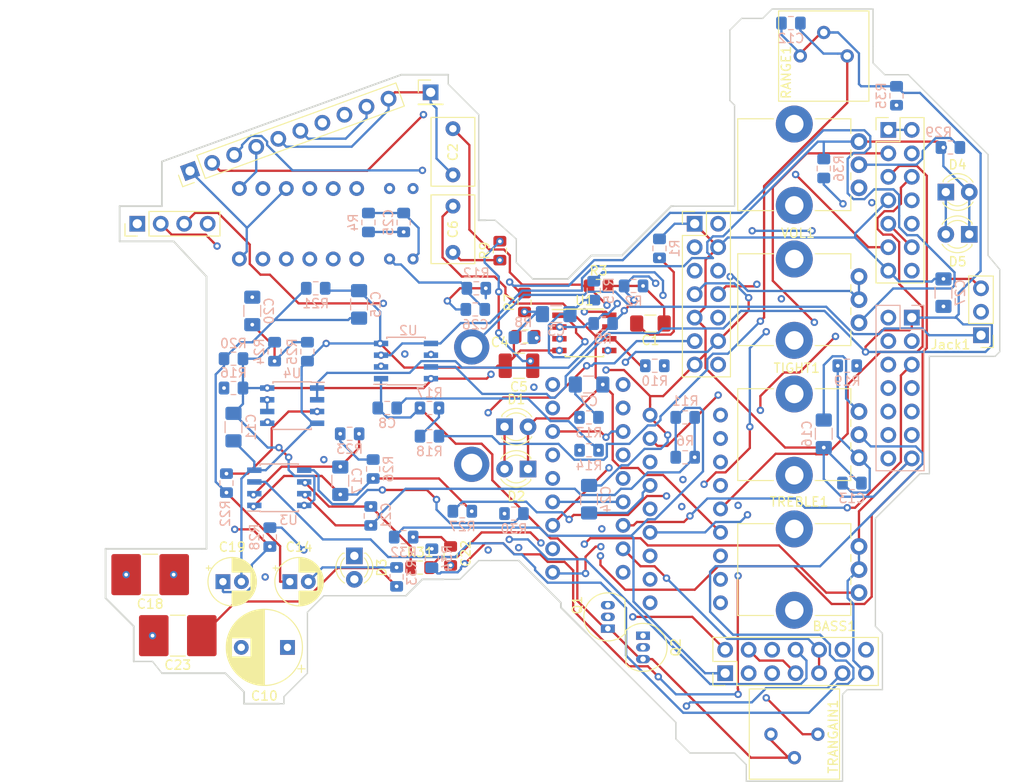
<source format=kicad_pcb>
(kicad_pcb (version 20171130) (host pcbnew "(5.0.0)")
  (layers (0 F.Cu signal) (1 In1.Cu signal) (2 In2.Cu signal) (31 B.Cu signal) (34 B.Paste user) (35 F.Paste user) (36 B.SilkS user) (37 F.SilkS user) (38 B.Mask user) (39 F.Mask user) (44 Edge.Cuts user))
  (net 0 "")
  (net 1 BROUT)
  (net 2 OUT)
  (net 3 NOUT)
  (net 4 BRGRN2)
  (net 5 BRRED)
  (net 6 BRRED2)
  (net 7 BRGRN)
  (net 8 NGRN)
  (net 9 NRED2)
  (net 10 "Net-(4pdt1-Pad6)")
  (net 11 NGRN2)
  (net 12 BVOUTTRAD)
  (net 13 BVINTRAD)
  (net 14 BVOUT)
  (net 15 "Net-(6pdt1-Pad5)")
  (net 16 NVOUTTRAD)
  (net 17 NVINTRAD)
  (net 18 NTONE)
  (net 19 "Net-(6pdt1-Pad11)")
  (net 20 NTONEIN)
  (net 21 BTONEIN)
  (net 22 BRTONEGANG1OUT)
  (net 23 "Net-(6pdt1-Pad18)")
  (net 24 "Net-(6pdt2-Pad18)")
  (net 25 "Net-(6pdt2-Pad17)")
  (net 26 "Net-(6pdt2-Pad16)")
  (net 27 "Net-(6pdt2-Pad15)")
  (net 28 "Net-(6pdt2-Pad14)")
  (net 29 "Net-(6pdt2-Pad13)")
  (net 30 GAINSTAGEPOTIN)
  (net 31 BRTONEGANG2IN)
  (net 32 BRTONEGANG1IN)
  (net 33 "Net-(6pdt2-Pad8)")
  (net 34 BRTONECAPIN)
  (net 35 ODout)
  (net 36 FinalOut)
  (net 37 ODin)
  (net 38 "Net-(9V1-Pad1)")
  (net 39 PWRGND)
  (net 40 "Net-(BASS1-Pad3)")
  (net 41 "Net-(BridgeTonePot1-Pad14)")
  (net 42 "Net-(BridgeTonePot1-Pad12)")
  (net 43 BRWHT)
  (net 44 "Net-(BridgeTonePot1-Pad10)")
  (net 45 BRBLACK)
  (net 46 GAINPOTOUT)
  (net 47 MASTEROUT)
  (net 48 "Net-(BridgeVolPot1-Pad8)")
  (net 49 "Net-(BridgeVolPot1-Pad14)")
  (net 50 "Net-(C1-Pad1)")
  (net 51 "Net-(C2-Pad1)")
  (net 52 "Net-(C3-Pad1)")
  (net 53 "Net-(C3-Pad2)")
  (net 54 "Net-(C4-Pad1)")
  (net 55 "Net-(C5-Pad1)")
  (net 56 "Net-(C6-Pad2)")
  (net 57 "Net-(C7-Pad1)")
  (net 58 "Net-(C8-Pad1)")
  (net 59 "Net-(C8-Pad2)")
  (net 60 "Net-(C10-Pad1)")
  (net 61 "Net-(C12-Pad2)")
  (net 62 PRESIN)
  (net 63 "Net-(C13-Pad1)")
  (net 64 "Net-(C14-Pad1)")
  (net 65 "Net-(C16-Pad1)")
  (net 66 "Net-(C17-Pad2)")
  (net 67 "Net-(C17-Pad1)")
  (net 68 "Net-(C18-Pad1)")
  (net 69 "Net-(C19-Pad1)")
  (net 70 ODMIDIN)
  (net 71 "Net-(C21-Pad2)")
  (net 72 "Net-(C22-Pad1)")
  (net 73 "Net-(C23-Pad1)")
  (net 74 "Net-(C25-Pad1)")
  (net 75 "Net-(C26-Pad2)")
  (net 76 "Net-(C27-Pad1)")
  (net 77 "Net-(D3-Pad1)")
  (net 78 Vref2)
  (net 79 "Net-(NeckTonePot1-Pad14)")
  (net 80 "Net-(NeckTonePot1-Pad12)")
  (net 81 NBLACK)
  (net 82 "Net-(NeckTonePot1-Pad7)")
  (net 83 "Net-(NeckTonePot1-Pad6)")
  (net 84 PRESOUT)
  (net 85 ODMIDGND)
  (net 86 ODMIDOUT)
  (net 87 "Net-(NeckVolumePot1-Pad14)")
  (net 88 "Net-(Q1-Pad2)")
  (net 89 "Net-(Q2-Pad2)")
  (net 90 Vref)
  (net 91 "Net-(R15-Pad2)")
  (net 92 "Net-(R7-Pad2)")
  (net 93 "Net-(R13-Pad1)")
  (net 94 "Net-(R17-Pad1)")
  (net 95 "Net-(R22-Pad1)")
  (net 96 "Net-(R27-Pad1)")
  (net 97 "Net-(R28-Pad1)")
  (net 98 "Net-(R29-Pad1)")
  (net 99 "Net-(R30-Pad2)")
  (net 100 "Net-(TREBLE1-Pad2)")
  (module 9vHolder:9vholder (layer F.Cu) (at 33.02 154.94 270)
    (fp_text reference 9V1 hide)
    (fp_text value Battery)
    (pad 1 thru_hole circle (at 0 -50.799999 270) (size 3.81 3.81) (drill 2.286) (layers *.Cu *.Mask) (net 38 "Net-(9V1-Pad1)"))
    (pad 2 thru_hole circle (at -12.700001 -50.8 270) (size 3.81 3.81) (drill 2.286) (layers *.Cu *.Mask) (net 39 PWRGND))
    (pad "" np_thru_hole circle (at -17.4625 -44.45 270) (size 3.302 3.302) (drill 3.302) (layers *.Cu *.Mask))
    (pad "" np_thru_hole circle (at 4.7625 -44.449999 270) (size 3.302 3.302) (drill 3.302) (layers *.Cu *.Mask))
  )
  (module Pin_Headers:Pin_Header_Straight_1x03_Pitch2.54mm (layer F.Cu) (at 138.938 140.97 180)
    (fp_text reference Jack1 (at 3.302 -1.016 180) (layer F.SilkS))
    (fp_text value Conn_01x03)
    (pad 3 thru_hole oval (at 0 5.08 180) (size 1.7 1.7) (drill 1) (layers *.Cu *.Mask) (net 4 BRGRN2))
    (pad 2 thru_hole oval (at 0 2.54 180) (size 1.7 1.7) (drill 1) (layers *.Cu *.Mask) (net 36 FinalOut))
    (pad 1 thru_hole rect (at 0 0 180) (size 1.7 1.7) (drill 1) (layers *.Cu *.Mask) (net 39 PWRGND))
  )
  (module Resistor_SMD:R_0805_2012Metric_Pad1.15x1.40mm_HandSolder (layer B.Cu) (at 61.976 162.814 270)
    (fp_text reference R28 (at 0 1.65 270) (layer B.SilkS) (effects (justify mirror)))
    (fp_text value 2.2k)
    (pad 1 smd roundrect (at -1.025 0 270) (size 1.15 1.4) (layers B.Cu B.Paste B.Mask) (roundrect_rratio 0.217391) (net 97 "Net-(R28-Pad1)"))
    (pad 2 smd roundrect (at 1.025 0 270) (size 1.15 1.4) (layers B.Cu B.Paste B.Mask) (roundrect_rratio 0.217391) (net 69 "Net-(C19-Pad1)"))
  )
  (module Resistor_SMD:R_0805_2012Metric_Pad1.15x1.40mm_HandSolder (layer B.Cu) (at 57.277 156.972 270)
    (fp_text reference R22 (at 3.302 0.127 270) (layer B.SilkS) (effects (justify mirror)))
    (fp_text value 2.2k)
    (pad 1 smd roundrect (at -1.025 0 270) (size 1.15 1.4) (layers B.Cu B.Paste B.Mask) (roundrect_rratio 0.217391) (net 95 "Net-(R22-Pad1)"))
    (pad 2 smd roundrect (at 1.025 0 270) (size 1.15 1.4) (layers B.Cu B.Paste B.Mask) (roundrect_rratio 0.217391) (net 64 "Net-(C14-Pad1)"))
  )
  (module Pin_Headers:Pin_Header_Straight_1x10_Pitch2.54mm (layer F.Cu) (at 53.34 123.19 110)
    (fp_text reference PickupInputs1 hide)
    (fp_text value Conn_01x10)
    (pad 10 thru_hole oval (at 0 22.86 110) (size 1.7 1.7) (drill 1) (layers *.Cu *.Mask) (net 4 BRGRN2))
    (pad 9 thru_hole oval (at 0 20.32 110) (size 1.7 1.7) (drill 1) (layers *.Cu *.Mask) (net 8 NGRN))
    (pad 8 thru_hole oval (at 0 17.78 110) (size 1.7 1.7) (drill 1) (layers *.Cu *.Mask) (net 81 NBLACK))
    (pad 7 thru_hole oval (at 0 15.24 110) (size 1.7 1.7) (drill 1) (layers *.Cu *.Mask) (net 81 NBLACK))
    (pad 6 thru_hole oval (at 0 12.7 110) (size 1.7 1.7) (drill 1) (layers *.Cu *.Mask) (net 8 NGRN))
    (pad 5 thru_hole oval (at 0 10.16 110) (size 1.7 1.7) (drill 1) (layers *.Cu *.Mask) (net 4 BRGRN2))
    (pad 4 thru_hole oval (at -0.000001 7.62 110) (size 1.7 1.7) (drill 1) (layers *.Cu *.Mask) (net 7 BRGRN))
    (pad 3 thru_hole oval (at 0 5.08 110) (size 1.7 1.7) (drill 1) (layers *.Cu *.Mask) (net 43 BRWHT))
    (pad 2 thru_hole oval (at 0 2.54 110) (size 1.7 1.7) (drill 1) (layers *.Cu *.Mask) (net 45 BRBLACK))
    (pad 1 thru_hole rect (at 0 0 110) (size 1.7 1.7) (drill 1) (layers *.Cu *.Mask) (net 5 BRRED))
  )
  (module Pin_Headers:Pin_Header_Straight_2x07_Pitch2.54mm (layer F.Cu) (at 128.905 118.745)
    (fp_text reference BridgeTonePot1 hide)
    (fp_text value Conn_02x07_Odd_Even)
    (pad 14 thru_hole oval (at 2.54 15.24) (size 1.7 1.7) (drill 1) (layers *.Cu *.Mask) (net 41 "Net-(BridgeTonePot1-Pad14)"))
    (pad 13 thru_hole oval (at 0 15.24) (size 1.7 1.7) (drill 1) (layers *.Cu *.Mask) (net 4 BRGRN2))
    (pad 12 thru_hole oval (at 2.54 12.7) (size 1.7 1.7) (drill 1) (layers *.Cu *.Mask) (net 42 "Net-(BridgeTonePot1-Pad12)"))
    (pad 11 thru_hole oval (at 0 12.7) (size 1.7 1.7) (drill 1) (layers *.Cu *.Mask) (net 43 BRWHT))
    (pad 10 thru_hole oval (at 2.54 10.16) (size 1.7 1.7) (drill 1) (layers *.Cu *.Mask) (net 44 "Net-(BridgeTonePot1-Pad10)"))
    (pad 9 thru_hole oval (at 0 10.16) (size 1.7 1.7) (drill 1) (layers *.Cu *.Mask) (net 42 "Net-(BridgeTonePot1-Pad12)"))
    (pad 8 thru_hole oval (at 2.54 7.62) (size 1.7 1.7) (drill 1) (layers *.Cu *.Mask) (net 45 BRBLACK))
    (pad 7 thru_hole oval (at 0 7.62) (size 1.7 1.7) (drill 1) (layers *.Cu *.Mask) (net 4 BRGRN2))
    (pad 6 thru_hole oval (at 2.54 5.08) (size 1.7 1.7) (drill 1) (layers *.Cu *.Mask) (net 32 BRTONEGANG1IN))
    (pad 5 thru_hole oval (at 0 5.08) (size 1.7 1.7) (drill 1) (layers *.Cu *.Mask) (net 21 BTONEIN))
    (pad 4 thru_hole oval (at 2.54 2.54) (size 1.7 1.7) (drill 1) (layers *.Cu *.Mask) (net 22 BRTONEGANG1OUT))
    (pad 3 thru_hole oval (at 0 2.54) (size 1.7 1.7) (drill 1) (layers *.Cu *.Mask) (net 31 BRTONEGANG2IN))
    (pad 2 thru_hole oval (at 2.54 0) (size 1.7 1.7) (drill 1) (layers *.Cu *.Mask) (net 46 GAINPOTOUT))
    (pad 1 thru_hole rect (at 0 0) (size 1.7 1.7) (drill 1) (layers *.Cu *.Mask) (net 46 GAINPOTOUT))
  )
  (module Pin_Headers:Pin_Header_Straight_2x07_Pitch2.54mm (layer B.Cu) (at 131.445 139.065 180)
    (fp_text reference NeckTonePot1 hide)
    (fp_text value Conn_02x07_Odd_Even hide)
    (pad 14 thru_hole oval (at 2.54 -15.24 180) (size 1.7 1.7) (drill 1) (layers *.Cu *.Mask) (net 79 "Net-(NeckTonePot1-Pad14)"))
    (pad 13 thru_hole oval (at 0 -15.24 180) (size 1.7 1.7) (drill 1) (layers *.Cu *.Mask) (net 4 BRGRN2))
    (pad 12 thru_hole oval (at 2.54 -12.7 180) (size 1.7 1.7) (drill 1) (layers *.Cu *.Mask) (net 80 "Net-(NeckTonePot1-Pad12)"))
    (pad 11 thru_hole oval (at 0 -12.7 180) (size 1.7 1.7) (drill 1) (layers *.Cu *.Mask) (net 81 NBLACK))
    (pad 10 thru_hole oval (at 2.54 -10.16 180) (size 1.7 1.7) (drill 1) (layers *.Cu *.Mask) (net 48 "Net-(BridgeVolPot1-Pad8)"))
    (pad 9 thru_hole oval (at 0 -10.16 180) (size 1.7 1.7) (drill 1) (layers *.Cu *.Mask) (net 44 "Net-(BridgeTonePot1-Pad10)"))
    (pad 8 thru_hole oval (at 2.54 -7.62 180) (size 1.7 1.7) (drill 1) (layers *.Cu *.Mask) (net 6 BRRED2))
    (pad 7 thru_hole oval (at 0 -7.62 180) (size 1.7 1.7) (drill 1) (layers *.Cu *.Mask) (net 82 "Net-(NeckTonePot1-Pad7)"))
    (pad 6 thru_hole oval (at 2.54 -5.08 180) (size 1.7 1.7) (drill 1) (layers *.Cu *.Mask) (net 83 "Net-(NeckTonePot1-Pad6)"))
    (pad 5 thru_hole oval (at 0 -5.08 180) (size 1.7 1.7) (drill 1) (layers *.Cu *.Mask) (net 20 NTONEIN))
    (pad 4 thru_hole oval (at 2.54 -2.54 180) (size 1.7 1.7) (drill 1) (layers *.Cu *.Mask) (net 76 "Net-(C27-Pad1)"))
    (pad 3 thru_hole oval (at 0 -2.54 180) (size 1.7 1.7) (drill 1) (layers *.Cu *.Mask) (net 84 PRESOUT))
    (pad 2 thru_hole oval (at 2.54 0 180) (size 1.7 1.7) (drill 1) (layers *.Cu *.Mask) (net 84 PRESOUT))
    (pad 1 thru_hole rect (at 0 0 180) (size 1.7 1.7) (drill 1) (layers *.Cu *.Mask) (net 62 PRESIN))
  )
  (module 6pdtFP:6pdtFP (layer F.Cu) (at 105.664 177.546)
    (fp_text reference 6pdt2 hide)
    (fp_text value Conn_02x09_Odd_Even)
    (pad 18 thru_hole circle (at 5.08 -7.62) (size 1.6 1.6) (drill 0.9) (layers *.Cu *.Mask) (net 24 "Net-(6pdt2-Pad18)"))
    (pad 17 thru_hole circle (at -2.54 -7.62) (size 1.6 1.6) (drill 0.9) (layers *.Cu *.Mask) (net 25 "Net-(6pdt2-Pad17)"))
    (pad 16 thru_hole circle (at 5.08 -10.16) (size 1.6 1.6) (drill 0.9) (layers *.Cu *.Mask) (net 26 "Net-(6pdt2-Pad16)"))
    (pad 15 thru_hole circle (at -2.54 -10.16) (size 1.6 1.6) (drill 0.9) (layers *.Cu *.Mask) (net 27 "Net-(6pdt2-Pad15)"))
    (pad 14 thru_hole circle (at 5.08 -12.7) (size 1.6 1.6) (drill 0.9) (layers *.Cu *.Mask) (net 28 "Net-(6pdt2-Pad14)"))
    (pad 13 thru_hole circle (at -2.54 -12.7) (size 1.6 1.6) (drill 0.9) (layers *.Cu *.Mask) (net 29 "Net-(6pdt2-Pad13)"))
    (pad 12 thru_hole circle (at 5.08 -15.24) (size 1.6 1.6) (drill 0.9) (layers *.Cu *.Mask) (net 30 GAINSTAGEPOTIN))
    (pad 11 thru_hole circle (at -2.54 -15.24) (size 1.6 1.6) (drill 0.9) (layers *.Cu *.Mask) (net 31 BRTONEGANG2IN))
    (pad 10 thru_hole circle (at 5.08 -17.78) (size 1.6 1.6) (drill 0.9) (layers *.Cu *.Mask) (net 32 BRTONEGANG1IN))
    (pad 9 thru_hole circle (at -2.54 -17.78) (size 1.6 1.6) (drill 0.9) (layers *.Cu *.Mask) (net 22 BRTONEGANG1OUT))
    (pad 8 thru_hole circle (at 5.08 -20.32) (size 1.6 1.6) (drill 0.9) (layers *.Cu *.Mask) (net 33 "Net-(6pdt2-Pad8)"))
    (pad 7 thru_hole circle (at -2.54 -20.32) (size 1.6 1.6) (drill 0.9) (layers *.Cu *.Mask) (net 34 BRTONECAPIN))
    (pad 6 thru_hole circle (at 5.08 -22.86) (size 1.6 1.6) (drill 0.9) (layers *.Cu *.Mask) (net 35 ODout))
    (pad 5 thru_hole circle (at -2.54 -22.86) (size 1.6 1.6) (drill 0.9) (layers *.Cu *.Mask) (net 2 OUT))
    (pad 4 thru_hole circle (at 5.08 -25.4) (size 1.6 1.6) (drill 0.9) (layers *.Cu *.Mask) (net 36 FinalOut))
    (pad 3 thru_hole circle (at -2.54 -25.4) (size 1.6 1.6) (drill 0.9) (layers *.Cu *.Mask) (net 37 ODin))
    (pad 2 thru_hole circle (at 5.08 -27.94) (size 1.6 1.6) (drill 0.9) (layers *.Cu *.Mask) (net 2 OUT))
    (pad 1 thru_hole circle (at -2.54 -27.94) (size 1.6 1.6) (drill 0.9) (layers *.Cu *.Mask) (net 4 BRGRN2))
  )
  (module Potentiometer_THT:Potentiometer_Bourns_3386P_Vertical (layer F.Cu) (at 116.205 184.15 270)
    (fp_text reference TRANGAIN1 (at 0.254 -6.731 270) (layer F.SilkS))
    (fp_text value 250k)
    (pad 3 thru_hole circle (at 0 -5.08 270) (size 1.44 1.44) (drill 0.8) (layers *.Cu *.Mask) (net 93 "Net-(R13-Pad1)"))
    (pad 2 thru_hole circle (at 2.54 -2.54 270) (size 1.44 1.44) (drill 0.8) (layers *.Cu *.Mask) (net 58 "Net-(C8-Pad1)"))
    (pad 1 thru_hole circle (at 0 0 270) (size 1.44 1.44) (drill 0.8) (layers *.Cu *.Mask) (net 58 "Net-(C8-Pad1)"))
  )
  (module Pin_Headers:Pin_Header_Straight_1x04_Pitch2.54mm (layer F.Cu) (at 47.625 128.905 90)
    (fp_text reference 3WaySwitch1 hide)
    (fp_text value Conn_01x04)
    (pad 4 thru_hole oval (at 0 7.62 90) (size 1.7 1.7) (drill 1) (layers *.Cu *.Mask) (net 1 BROUT))
    (pad 3 thru_hole oval (at 0 5.08 90) (size 1.7 1.7) (drill 1) (layers *.Cu *.Mask) (net 2 OUT))
    (pad 2 thru_hole oval (at 0 2.54 90) (size 1.7 1.7) (drill 1) (layers *.Cu *.Mask) (net 3 NOUT))
    (pad 1 thru_hole rect (at 0 0 90) (size 1.7 1.7) (drill 1) (layers *.Cu *.Mask) (net 4 BRGRN2))
  )
  (module 4pdtFP:4pdtFP (layer F.Cu) (at 84.074 130.175 90)
    (fp_text reference 4pdt1 hide)
    (fp_text value Conn_02x06_Counter_Clockwise)
    (pad 1 thru_hole circle (at -2.54 -25.4 90) (size 1.6 1.6) (drill 0.9) (layers *.Cu *.Mask) (net 5 BRRED))
    (pad 2 thru_hole circle (at -2.54 -22.86 90) (size 1.6 1.6) (drill 0.9) (layers *.Cu *.Mask) (net 6 BRRED2))
    (pad 3 thru_hole circle (at -2.54 -20.32 90) (size 1.6 1.6) (drill 0.9) (layers *.Cu *.Mask) (net 7 BRGRN))
    (pad 4 thru_hole circle (at -2.54 -17.78 90) (size 1.6 1.6) (drill 0.9) (layers *.Cu *.Mask) (net 8 NGRN))
    (pad 5 thru_hole circle (at -2.54 -15.24 90) (size 1.6 1.6) (drill 0.9) (layers *.Cu *.Mask) (net 9 NRED2))
    (pad 6 thru_hole circle (at -2.54 -12.7 90) (size 1.6 1.6) (drill 0.9) (layers *.Cu *.Mask) (net 10 "Net-(4pdt1-Pad6)"))
    (pad 7 thru_hole circle (at 5.08 -12.7 90) (size 1.6 1.6) (drill 0.9) (layers *.Cu *.Mask) (net 10 "Net-(4pdt1-Pad6)"))
    (pad 8 thru_hole circle (at 5.08 -15.24 90) (size 1.6 1.6) (drill 0.9) (layers *.Cu *.Mask) (net 11 NGRN2))
    (pad 9 thru_hole circle (at 5.08 -17.78 90) (size 1.6 1.6) (drill 0.9) (layers *.Cu *.Mask) (net 8 NGRN))
    (pad 10 thru_hole circle (at 5.08 -20.32 90) (size 1.6 1.6) (drill 0.9) (layers *.Cu *.Mask) (net 5 BRRED))
    (pad 11 thru_hole circle (at 5.08 -22.86 90) (size 1.6 1.6) (drill 0.9) (layers *.Cu *.Mask) (net 4 BRGRN2))
    (pad 12 thru_hole circle (at 5.08 -25.4 90) (size 1.6 1.6) (drill 0.9) (layers *.Cu *.Mask) (net 7 BRGRN))
  )
  (module 6pdtFP:6pdtFP (layer F.Cu) (at 95.123 174.244)
    (fp_text reference 6pdt1 hide)
    (fp_text value Conn_02x09_Odd_Even)
    (pad 1 thru_hole circle (at -2.54 -27.94) (size 1.6 1.6) (drill 0.9) (layers *.Cu *.Mask) (net 12 BVOUTTRAD))
    (pad 2 thru_hole circle (at 5.08 -27.94) (size 1.6 1.6) (drill 0.9) (layers *.Cu *.Mask) (net 13 BVINTRAD))
    (pad 3 thru_hole circle (at -2.54 -25.4) (size 1.6 1.6) (drill 0.9) (layers *.Cu *.Mask) (net 14 BVOUT))
    (pad 4 thru_hole circle (at 5.08 -25.4) (size 1.6 1.6) (drill 0.9) (layers *.Cu *.Mask) (net 6 BRRED2))
    (pad 5 thru_hole circle (at -2.54 -22.86) (size 1.6 1.6) (drill 0.9) (layers *.Cu *.Mask) (net 15 "Net-(6pdt1-Pad5)"))
    (pad 6 thru_hole circle (at 5.08 -22.86) (size 1.6 1.6) (drill 0.9) (layers *.Cu *.Mask) (net 15 "Net-(6pdt1-Pad5)"))
    (pad 7 thru_hole circle (at -2.54 -20.32) (size 1.6 1.6) (drill 0.9) (layers *.Cu *.Mask) (net 16 NVOUTTRAD))
    (pad 8 thru_hole circle (at 5.08 -20.32) (size 1.6 1.6) (drill 0.9) (layers *.Cu *.Mask) (net 17 NVINTRAD))
    (pad 9 thru_hole circle (at -2.54 -17.78) (size 1.6 1.6) (drill 0.9) (layers *.Cu *.Mask) (net 3 NOUT))
    (pad 10 thru_hole circle (at 5.08 -17.78) (size 1.6 1.6) (drill 0.9) (layers *.Cu *.Mask) (net 18 NTONE))
    (pad 11 thru_hole circle (at -2.54 -15.24) (size 1.6 1.6) (drill 0.9) (layers *.Cu *.Mask) (net 19 "Net-(6pdt1-Pad11)"))
    (pad 12 thru_hole circle (at 5.08 -15.24) (size 1.6 1.6) (drill 0.9) (layers *.Cu *.Mask) (net 19 "Net-(6pdt1-Pad11)"))
    (pad 13 thru_hole circle (at -2.54 -12.7) (size 1.6 1.6) (drill 0.9) (layers *.Cu *.Mask) (net 6 BRRED2))
    (pad 14 thru_hole circle (at 5.08 -12.7) (size 1.6 1.6) (drill 0.9) (layers *.Cu *.Mask) (net 20 NTONEIN))
    (pad 15 thru_hole circle (at -2.54 -10.16) (size 1.6 1.6) (drill 0.9) (layers *.Cu *.Mask) (net 21 BTONEIN))
    (pad 16 thru_hole circle (at 5.08 -10.16) (size 1.6 1.6) (drill 0.9) (layers *.Cu *.Mask) (net 18 NTONE))
    (pad 17 thru_hole circle (at -2.54 -7.62) (size 1.6 1.6) (drill 0.9) (layers *.Cu *.Mask) (net 22 BRTONEGANG1OUT))
    (pad 18 thru_hole circle (at 5.08 -7.62) (size 1.6 1.6) (drill 0.9) (layers *.Cu *.Mask) (net 23 "Net-(6pdt1-Pad18)"))
  )
  (module Potentiometer_THT:Potentiometer_Bourns_PTV09A-1_Single_Vertical (layer F.Cu) (at 125.73 163.83 180)
    (fp_text reference BASS1 (at 2.667 -8.636 180) (layer F.SilkS))
    (fp_text value 100k)
    (pad "" np_thru_hole circle (at 7 1.9 180) (size 4 4) (drill 2) (layers *.Cu *.Mask))
    (pad "" np_thru_hole circle (at 7 -6.9 180) (size 4 4) (drill 2) (layers *.Cu *.Mask))
    (pad 1 thru_hole circle (at 0 0 180) (size 1.8 1.8) (drill 1) (layers *.Cu *.Mask) (net 4 BRGRN2))
    (pad 2 thru_hole circle (at 0 -2.5 180) (size 1.8 1.8) (drill 1) (layers *.Cu *.Mask) (net 4 BRGRN2))
    (pad 3 thru_hole circle (at 0 -5 180) (size 1.8 1.8) (drill 1) (layers *.Cu *.Mask) (net 40 "Net-(BASS1-Pad3)"))
  )
  (module Pin_Headers:Pin_Header_Straight_2x07_Pitch2.54mm (layer F.Cu) (at 107.95 128.905)
    (fp_text reference BridgeVolPot1 hide)
    (fp_text value Conn_02x07_Odd_Even)
    (pad 1 thru_hole rect (at 0 0) (size 1.7 1.7) (drill 1) (layers *.Cu *.Mask) (net 4 BRGRN2))
    (pad 2 thru_hole oval (at 2.54 0) (size 1.7 1.7) (drill 1) (layers *.Cu *.Mask) (net 47 MASTEROUT))
    (pad 3 thru_hole oval (at 0 2.54) (size 1.7 1.7) (drill 1) (layers *.Cu *.Mask) (net 37 ODin))
    (pad 4 thru_hole oval (at 2.54 2.54) (size 1.7 1.7) (drill 1) (layers *.Cu *.Mask) (net 4 BRGRN2))
    (pad 5 thru_hole oval (at 0 5.08) (size 1.7 1.7) (drill 1) (layers *.Cu *.Mask) (net 12 BVOUTTRAD))
    (pad 6 thru_hole oval (at 2.54 5.08) (size 1.7 1.7) (drill 1) (layers *.Cu *.Mask) (net 13 BVINTRAD))
    (pad 7 thru_hole oval (at 0 7.62) (size 1.7 1.7) (drill 1) (layers *.Cu *.Mask) (net 14 BVOUT))
    (pad 8 thru_hole oval (at 2.54 7.62) (size 1.7 1.7) (drill 1) (layers *.Cu *.Mask) (net 48 "Net-(BridgeVolPot1-Pad8)"))
    (pad 9 thru_hole oval (at 0 10.16) (size 1.7 1.7) (drill 1) (layers *.Cu *.Mask) (net 4 BRGRN2))
    (pad 10 thru_hole oval (at 2.54 10.16) (size 1.7 1.7) (drill 1) (layers *.Cu *.Mask) (net 3 NOUT))
    (pad 11 thru_hole oval (at 0 12.7) (size 1.7 1.7) (drill 1) (layers *.Cu *.Mask) (net 1 BROUT))
    (pad 12 thru_hole oval (at 2.54 12.7) (size 1.7 1.7) (drill 1) (layers *.Cu *.Mask) (net 14 BVOUT))
    (pad 13 thru_hole oval (at 0 15.24) (size 1.7 1.7) (drill 1) (layers *.Cu *.Mask) (net 4 BRGRN2))
    (pad 14 thru_hole oval (at 2.54 15.24) (size 1.7 1.7) (drill 1) (layers *.Cu *.Mask) (net 49 "Net-(BridgeVolPot1-Pad14)"))
  )
  (module Capacitor_SMD:C_1206_3216Metric_Pad1.42x1.75mm_HandSolder (layer F.Cu) (at 103.1605 139.7 180)
    (fp_text reference C1 (at 0 -1.82 180) (layer F.SilkS))
    (fp_text value 22n)
    (pad 2 smd roundrect (at 1.4875 0 180) (size 1.425 1.75) (layers F.Cu F.Paste F.Mask) (roundrect_rratio 0.175439) (net 47 MASTEROUT))
    (pad 1 smd roundrect (at -1.4875 0 180) (size 1.425 1.75) (layers F.Cu F.Paste F.Mask) (roundrect_rratio 0.175439) (net 50 "Net-(C1-Pad1)"))
  )
  (module Capacitor_THT:C_Rect_L7.2mm_W4.5mm_P5.00mm_FKS2_FKP2_MKS2_MKP2 (layer F.Cu) (at 81.788 118.618 270)
    (fp_text reference C2 (at 2.54 0 270) (layer F.SilkS))
    (fp_text value 47p)
    (pad 1 thru_hole circle (at 0 0 270) (size 1.6 1.6) (drill 0.8) (layers *.Cu *.Mask) (net 51 "Net-(C2-Pad1)"))
    (pad 2 thru_hole circle (at 5 0 270) (size 1.6 1.6) (drill 0.8) (layers *.Cu *.Mask) (net 4 BRGRN2))
  )
  (module Capacitor_SMD:C_1206_3216Metric_Pad1.42x1.75mm_HandSolder (layer B.Cu) (at 92.964 138.684)
    (fp_text reference C3 (at 0 1.82) (layer B.SilkS) (effects (justify mirror)))
    (fp_text value 10n)
    (pad 1 smd roundrect (at -1.4875 0) (size 1.425 1.75) (layers B.Cu B.Paste B.Mask) (roundrect_rratio 0.175439) (net 52 "Net-(C3-Pad1)"))
    (pad 2 smd roundrect (at 1.4875 0) (size 1.425 1.75) (layers B.Cu B.Paste B.Mask) (roundrect_rratio 0.175439) (net 53 "Net-(C3-Pad2)"))
  )
  (module Capacitor_SMD:C_0805_2012Metric_Pad1.15x1.40mm_HandSolder (layer F.Cu) (at 89.653 141.097 180)
    (fp_text reference C4 (at 2.785 -0.635 180) (layer F.SilkS))
    (fp_text value 1n)
    (pad 2 smd roundrect (at 1.025 0 180) (size 1.15 1.4) (layers F.Cu F.Paste F.Mask) (roundrect_rratio 0.217391) (net 4 BRGRN2))
    (pad 1 smd roundrect (at -1.025 0 180) (size 1.15 1.4) (layers F.Cu F.Paste F.Mask) (roundrect_rratio 0.217391) (net 54 "Net-(C4-Pad1)"))
  )
  (module Capacitor_SMD:C_1210_3225Metric_Pad1.42x2.65mm_HandSolder (layer F.Cu) (at 88.9365 144.272 180)
    (fp_text reference C5 (at 0 -2.28 180) (layer F.SilkS))
    (fp_text value 100n)
    (pad 1 smd roundrect (at -1.4875 0 180) (size 1.425 2.65) (layers F.Cu F.Paste F.Mask) (roundrect_rratio 0.175439) (net 55 "Net-(C5-Pad1)"))
    (pad 2 smd roundrect (at 1.4875 0 180) (size 1.425 2.65) (layers F.Cu F.Paste F.Mask) (roundrect_rratio 0.175439) (net 4 BRGRN2))
  )
  (module Capacitor_THT:C_Rect_L7.2mm_W4.5mm_P5.00mm_FKS2_FKP2_MKS2_MKP2 (layer F.Cu) (at 81.788 127 270)
    (fp_text reference C6 (at 2.5 0 270) (layer F.SilkS))
    (fp_text value 47p)
    (pad 2 thru_hole circle (at 5 0 270) (size 1.6 1.6) (drill 0.8) (layers *.Cu *.Mask) (net 56 "Net-(C6-Pad2)"))
    (pad 1 thru_hole circle (at 0 0 270) (size 1.6 1.6) (drill 0.8) (layers *.Cu *.Mask) (net 30 GAINSTAGEPOTIN))
  )
  (module Capacitor_SMD:C_1206_3216Metric_Pad1.42x1.75mm_HandSolder (layer B.Cu) (at 96.52 146.304)
    (fp_text reference C7 (at 0 1.82) (layer B.SilkS) (effects (justify mirror)))
    (fp_text value 47n)
    (pad 2 smd roundrect (at 1.4875 0) (size 1.425 1.75) (layers B.Cu B.Paste B.Mask) (roundrect_rratio 0.175439) (net 30 GAINSTAGEPOTIN))
    (pad 1 smd roundrect (at -1.4875 0) (size 1.425 1.75) (layers B.Cu B.Paste B.Mask) (roundrect_rratio 0.175439) (net 57 "Net-(C7-Pad1)"))
  )
  (module Capacitor_SMD:C_0805_2012Metric_Pad1.15x1.40mm_HandSolder (layer B.Cu) (at 74.676 148.844)
    (fp_text reference C8 (at 0 1.65) (layer B.SilkS) (effects (justify mirror)))
    (fp_text value 470p)
    (pad 1 smd roundrect (at -1.025 0) (size 1.15 1.4) (layers B.Cu B.Paste B.Mask) (roundrect_rratio 0.217391) (net 58 "Net-(C8-Pad1)"))
    (pad 2 smd roundrect (at 1.025 0) (size 1.15 1.4) (layers B.Cu B.Paste B.Mask) (roundrect_rratio 0.217391) (net 59 "Net-(C8-Pad2)"))
  )
  (module Capacitor_THT:CP_Radial_D8.0mm_P5.00mm (layer F.Cu) (at 63.881 174.752 180)
    (fp_text reference C10 (at 2.5 -5.25 180) (layer F.SilkS))
    (fp_text value 100u)
    (pad 1 thru_hole rect (at 0 0 180) (size 1.6 1.6) (drill 0.8) (layers *.Cu *.Mask) (net 60 "Net-(C10-Pad1)"))
    (pad 2 thru_hole circle (at 5 0 180) (size 1.6 1.6) (drill 0.8) (layers *.Cu *.Mask) (net 4 BRGRN2))
  )
  (module Capacitor_SMD:C_1206_3216Metric_Pad1.42x1.75mm_HandSolder (layer B.Cu) (at 58.039 150.9125 270)
    (fp_text reference C11 (at 0 -1.905 270) (layer B.SilkS) (effects (justify mirror)))
    (fp_text value 100n)
    (pad 1 smd roundrect (at -1.4875 0 270) (size 1.425 1.75) (layers B.Cu B.Paste B.Mask) (roundrect_rratio 0.175439) (net 60 "Net-(C10-Pad1)"))
    (pad 2 smd roundrect (at 1.4875 0 270) (size 1.425 1.75) (layers B.Cu B.Paste B.Mask) (roundrect_rratio 0.175439) (net 4 BRGRN2))
  )
  (module Capacitor_SMD:C_0805_2012Metric_Pad1.15x1.40mm_HandSolder (layer B.Cu) (at 118.364 107.188)
    (fp_text reference C12 (at 0 1.65) (layer B.SilkS) (effects (justify mirror)))
    (fp_text value 220p)
    (pad 2 smd roundrect (at 1.025 0) (size 1.15 1.4) (layers B.Cu B.Paste B.Mask) (roundrect_rratio 0.217391) (net 61 "Net-(C12-Pad2)"))
    (pad 1 smd roundrect (at -1.025 0) (size 1.15 1.4) (layers B.Cu B.Paste B.Mask) (roundrect_rratio 0.217391) (net 62 PRESIN))
  )
  (module Capacitor_SMD:C_0805_2012Metric_Pad1.15x1.40mm_HandSolder (layer B.Cu) (at 124.968 156.972)
    (fp_text reference C13 (at 0 1.65) (layer B.SilkS) (effects (justify mirror)))
    (fp_text value 10n)
    (pad 2 smd roundrect (at 1.025 0) (size 1.15 1.4) (layers B.Cu B.Paste B.Mask) (roundrect_rratio 0.217391) (net 4 BRGRN2))
    (pad 1 smd roundrect (at -1.025 0) (size 1.15 1.4) (layers B.Cu B.Paste B.Mask) (roundrect_rratio 0.217391) (net 63 "Net-(C13-Pad1)"))
  )
  (module Capacitor_THT:CP_Radial_D5.0mm_P2.00mm (layer F.Cu) (at 64.135 167.64)
    (fp_text reference C14 (at 1 -3.75) (layer F.SilkS))
    (fp_text value 22u)
    (pad 1 thru_hole rect (at 0 0) (size 1.6 1.6) (drill 0.8) (layers *.Cu *.Mask) (net 64 "Net-(C14-Pad1)"))
    (pad 2 thru_hole circle (at 2 0) (size 1.6 1.6) (drill 0.8) (layers *.Cu *.Mask) (net 4 BRGRN2))
  )
  (module Capacitor_SMD:C_1206_3216Metric_Pad1.42x1.75mm_HandSolder (layer B.Cu) (at 71.628 137.6315 90)
    (fp_text reference C15 (at 0 1.82 90) (layer B.SilkS) (effects (justify mirror)))
    (fp_text value 100n)
    (pad 2 smd roundrect (at 1.4875 0 90) (size 1.425 1.75) (layers B.Cu B.Paste B.Mask) (roundrect_rratio 0.175439) (net 4 BRGRN2))
    (pad 1 smd roundrect (at -1.4875 0 90) (size 1.425 1.75) (layers B.Cu B.Paste B.Mask) (roundrect_rratio 0.175439) (net 64 "Net-(C14-Pad1)"))
  )
  (module Capacitor_SMD:C_1206_3216Metric_Pad1.42x1.75mm_HandSolder (layer B.Cu) (at 121.92 151.638 270)
    (fp_text reference C16 (at 0 1.82 270) (layer B.SilkS) (effects (justify mirror)))
    (fp_text value 4.7n)
    (pad 1 smd roundrect (at -1.4875 0 270) (size 1.425 1.75) (layers B.Cu B.Paste B.Mask) (roundrect_rratio 0.175439) (net 65 "Net-(C16-Pad1)"))
    (pad 2 smd roundrect (at 1.4875 0 270) (size 1.425 1.75) (layers B.Cu B.Paste B.Mask) (roundrect_rratio 0.175439) (net 4 BRGRN2))
  )
  (module Capacitor_SMD:C_1206_3216Metric_Pad1.42x1.75mm_HandSolder (layer B.Cu) (at 69.596 156.718 90)
    (fp_text reference C17 (at 0 1.82 90) (layer B.SilkS) (effects (justify mirror)))
    (fp_text value 22n)
    (pad 2 smd roundrect (at 1.4875 0 90) (size 1.425 1.75) (layers B.Cu B.Paste B.Mask) (roundrect_rratio 0.175439) (net 66 "Net-(C17-Pad2)"))
    (pad 1 smd roundrect (at -1.4875 0 90) (size 1.425 1.75) (layers B.Cu B.Paste B.Mask) (roundrect_rratio 0.175439) (net 67 "Net-(C17-Pad1)"))
  )
  (module Capacitor_SMD:C_2816_7142Metric_Pad3.20x4.45mm_HandSolder (layer F.Cu) (at 49.022 166.878 180)
    (fp_text reference C18 (at 0 -3.18 180) (layer F.SilkS))
    (fp_text value 220n)
    (pad 2 smd roundrect (at 2.6 0 180) (size 3.2 4.45) (layers F.Cu F.Paste F.Mask) (roundrect_rratio 0.078125) (net 40 "Net-(BASS1-Pad3)"))
    (pad 1 smd roundrect (at -2.6 0 180) (size 3.2 4.45) (layers F.Cu F.Paste F.Mask) (roundrect_rratio 0.078125) (net 68 "Net-(C18-Pad1)"))
  )
  (module Capacitor_THT:CP_Radial_D5.0mm_P2.00mm (layer F.Cu) (at 56.896 167.64)
    (fp_text reference C19 (at 1 -3.75) (layer F.SilkS))
    (fp_text value 22u)
    (pad 2 thru_hole circle (at 2 0) (size 1.6 1.6) (drill 0.8) (layers *.Cu *.Mask) (net 4 BRGRN2))
    (pad 1 thru_hole rect (at 0 0) (size 1.6 1.6) (drill 0.8) (layers *.Cu *.Mask) (net 69 "Net-(C19-Pad1)"))
  )
  (module Capacitor_SMD:C_1206_3216Metric_Pad1.42x1.75mm_HandSolder (layer B.Cu) (at 60.071 138.3395 90)
    (fp_text reference C20 (at 0 1.82 90) (layer B.SilkS) (effects (justify mirror)))
    (fp_text value 100n)
    (pad 1 smd roundrect (at -1.4875 0 90) (size 1.425 1.75) (layers B.Cu B.Paste B.Mask) (roundrect_rratio 0.175439) (net 69 "Net-(C19-Pad1)"))
    (pad 2 smd roundrect (at 1.4875 0 90) (size 1.425 1.75) (layers B.Cu B.Paste B.Mask) (roundrect_rratio 0.175439) (net 4 BRGRN2))
  )
  (module Capacitor_SMD:C_0805_2012Metric_Pad1.15x1.40mm_HandSolder (layer B.Cu) (at 72.898 160.528 90)
    (fp_text reference C21 (at 0 1.65 90) (layer B.SilkS) (effects (justify mirror)))
    (fp_text value 2.2n)
    (pad 1 smd roundrect (at -1.025 0 90) (size 1.15 1.4) (layers B.Cu B.Paste B.Mask) (roundrect_rratio 0.217391) (net 70 ODMIDIN))
    (pad 2 smd roundrect (at 1.025 0 90) (size 1.15 1.4) (layers B.Cu B.Paste B.Mask) (roundrect_rratio 0.217391) (net 71 "Net-(C21-Pad2)"))
  )
  (module Capacitor_SMD:C_0805_2012Metric_Pad1.15x1.40mm_HandSolder (layer F.Cu) (at 81.534 164.855 270)
    (fp_text reference C22 (at -0.263 -1.65 270) (layer F.SilkS))
    (fp_text value 10n)
    (pad 1 smd roundrect (at -1.025 0 270) (size 1.15 1.4) (layers F.Cu F.Paste F.Mask) (roundrect_rratio 0.217391) (net 72 "Net-(C22-Pad1)"))
    (pad 2 smd roundrect (at 1.025 0 270) (size 1.15 1.4) (layers F.Cu F.Paste F.Mask) (roundrect_rratio 0.217391) (net 4 BRGRN2))
  )
  (module Capacitor_SMD:C_2816_7142Metric_Pad3.20x4.45mm_HandSolder (layer F.Cu) (at 52.01 173.482 180)
    (fp_text reference C23 (at 0 -3.18 180) (layer F.SilkS))
    (fp_text value 220n)
    (pad 1 smd roundrect (at -2.6 0 180) (size 3.2 4.45) (layers F.Cu F.Paste F.Mask) (roundrect_rratio 0.078125) (net 73 "Net-(C23-Pad1)"))
    (pad 2 smd roundrect (at 2.6 0 180) (size 3.2 4.45) (layers F.Cu F.Paste F.Mask) (roundrect_rratio 0.078125) (net 70 ODMIDIN))
  )
  (module Capacitor_SMD:C_1206_3216Metric_Pad1.42x1.75mm_HandSolder (layer B.Cu) (at 96.52 158.7135 90)
    (fp_text reference C24 (at 0 1.82 90) (layer B.SilkS) (effects (justify mirror)))
    (fp_text value .022u)
    (pad 1 smd roundrect (at -1.4875 0 90) (size 1.425 1.75) (layers B.Cu B.Paste B.Mask) (roundrect_rratio 0.175439) (net 34 BRTONECAPIN))
    (pad 2 smd roundrect (at 1.4875 0 90) (size 1.425 1.75) (layers B.Cu B.Paste B.Mask) (roundrect_rratio 0.175439) (net 4 BRGRN2))
  )
  (module Capacitor_SMD:C_0805_2012Metric_Pad1.15x1.40mm_HandSolder (layer B.Cu) (at 76.454 128.769 270)
    (fp_text reference C25 (at 0 1.65 270) (layer B.SilkS) (effects (justify mirror)))
    (fp_text value 470p)
    (pad 2 smd roundrect (at 1.025 0 270) (size 1.15 1.4) (layers B.Cu B.Paste B.Mask) (roundrect_rratio 0.217391) (net 12 BVOUTTRAD))
    (pad 1 smd roundrect (at -1.025 0 270) (size 1.15 1.4) (layers B.Cu B.Paste B.Mask) (roundrect_rratio 0.217391) (net 74 "Net-(C25-Pad1)"))
  )
  (module Capacitor_SMD:C_0805_2012Metric_Pad1.15x1.40mm_HandSolder (layer B.Cu) (at 84.21 138.176)
    (fp_text reference C26 (at 0 1.65) (layer B.SilkS) (effects (justify mirror)))
    (fp_text value 470p)
    (pad 1 smd roundrect (at -1.025 0) (size 1.15 1.4) (layers B.Cu B.Paste B.Mask) (roundrect_rratio 0.217391) (net 17 NVINTRAD))
    (pad 2 smd roundrect (at 1.025 0) (size 1.15 1.4) (layers B.Cu B.Paste B.Mask) (roundrect_rratio 0.217391) (net 75 "Net-(C26-Pad2)"))
  )
  (module Capacitor_SMD:C_1206_3216Metric_Pad1.42x1.75mm_HandSolder (layer B.Cu) (at 134.874 136.3615 90)
    (fp_text reference C27 (at 0 1.82 90) (layer B.SilkS) (effects (justify mirror)))
    (fp_text value .022u)
    (pad 2 smd roundrect (at 1.4875 0 90) (size 1.425 1.75) (layers B.Cu B.Paste B.Mask) (roundrect_rratio 0.175439) (net 4 BRGRN2))
    (pad 1 smd roundrect (at -1.4875 0 90) (size 1.425 1.75) (layers B.Cu B.Paste B.Mask) (roundrect_rratio 0.175439) (net 76 "Net-(C27-Pad1)"))
  )
  (module LED_THT:LED_D3.0mm (layer F.Cu) (at 87.376 150.876)
    (fp_text reference D1 (at 1.27 -2.96) (layer F.SilkS))
    (fp_text value LED)
    (pad 1 thru_hole rect (at 0 0) (size 1.8 1.8) (drill 0.9) (layers *.Cu *.Mask) (net 46 GAINPOTOUT))
    (pad 2 thru_hole circle (at 2.54 0) (size 1.8 1.8) (drill 0.9) (layers *.Cu *.Mask) (net 30 GAINSTAGEPOTIN))
  )
  (module LED_THT:LED_D3.0mm (layer F.Cu) (at 89.916 155.448 180)
    (fp_text reference D2 (at 1.27 -2.96 180) (layer F.SilkS))
    (fp_text value LED)
    (pad 2 thru_hole circle (at 2.54 0 180) (size 1.8 1.8) (drill 0.9) (layers *.Cu *.Mask) (net 46 GAINPOTOUT))
    (pad 1 thru_hole rect (at 0 0 180) (size 1.8 1.8) (drill 0.9) (layers *.Cu *.Mask) (net 30 GAINSTAGEPOTIN))
  )
  (module LED_THT:LED_D3.0mm (layer F.Cu) (at 71.12 164.846 270)
    (fp_text reference D3 (at 1.27 -2.96 270) (layer F.SilkS))
    (fp_text value D)
    (pad 1 thru_hole rect (at 0 0 270) (size 1.8 1.8) (drill 0.9) (layers *.Cu *.Mask) (net 77 "Net-(D3-Pad1)"))
    (pad 2 thru_hole circle (at 2.54 0 270) (size 1.8 1.8) (drill 0.9) (layers *.Cu *.Mask) (net 38 "Net-(9V1-Pad1)"))
  )
  (module LED_THT:LED_D3.0mm (layer F.Cu) (at 135.128 125.476)
    (fp_text reference D4 (at 1.27 -2.96) (layer F.SilkS))
    (fp_text value LED)
    (pad 1 thru_hole rect (at 0 0) (size 1.8 1.8) (drill 0.9) (layers *.Cu *.Mask) (net 63 "Net-(C13-Pad1)"))
    (pad 2 thru_hole circle (at 2.54 0) (size 1.8 1.8) (drill 0.9) (layers *.Cu *.Mask) (net 78 Vref2))
  )
  (module LED_THT:LED_D3.0mm (layer F.Cu) (at 137.668 130.048 180)
    (fp_text reference D5 (at 1.27 -2.96 180) (layer F.SilkS))
    (fp_text value LED)
    (pad 2 thru_hole circle (at 2.54 0 180) (size 1.8 1.8) (drill 0.9) (layers *.Cu *.Mask) (net 63 "Net-(C13-Pad1)"))
    (pad 1 thru_hole rect (at 0 0 180) (size 1.8 1.8) (drill 0.9) (layers *.Cu *.Mask) (net 78 Vref2))
  )
  (module Pin_Headers:Pin_Header_Straight_1x01_Pitch2.54mm (layer F.Cu) (at 79.375 114.681)
    (fp_text reference GROUNDBRIDGE1 hide)
    (fp_text value Conn_01x01)
    (pad 1 thru_hole rect (at 0 0) (size 1.7 1.7) (drill 1) (layers *.Cu *.Mask) (net 4 BRGRN2))
  )
  (module Pin_Headers:Pin_Header_Straight_2x07_Pitch2.54mm (layer F.Cu) (at 111.252 177.546 90)
    (fp_text reference NeckVolumePot1 hide)
    (fp_text value Conn_02x07_Odd_Even)
    (pad 14 thru_hole oval (at 2.54 15.24 90) (size 1.7 1.7) (drill 1) (layers *.Cu *.Mask) (net 87 "Net-(NeckVolumePot1-Pad14)"))
    (pad 13 thru_hole oval (at 0 15.24 90) (size 1.7 1.7) (drill 1) (layers *.Cu *.Mask) (net 4 BRGRN2))
    (pad 12 thru_hole oval (at 2.54 12.7 90) (size 1.7 1.7) (drill 1) (layers *.Cu *.Mask) (net 48 "Net-(BridgeVolPot1-Pad8)"))
    (pad 11 thru_hole oval (at 0 12.7 90) (size 1.7 1.7) (drill 1) (layers *.Cu *.Mask) (net 11 NGRN2))
    (pad 10 thru_hole oval (at 2.54 10.16 90) (size 1.7 1.7) (drill 1) (layers *.Cu *.Mask) (net 18 NTONE))
    (pad 9 thru_hole oval (at 0 10.16 90) (size 1.7 1.7) (drill 1) (layers *.Cu *.Mask) (net 18 NTONE))
    (pad 8 thru_hole oval (at 2.54 7.62 90) (size 1.7 1.7) (drill 1) (layers *.Cu *.Mask) (net 9 NRED2))
    (pad 7 thru_hole oval (at 0 7.62 90) (size 1.7 1.7) (drill 1) (layers *.Cu *.Mask) (net 48 "Net-(BridgeVolPot1-Pad8)"))
    (pad 6 thru_hole oval (at 2.54 5.08 90) (size 1.7 1.7) (drill 1) (layers *.Cu *.Mask) (net 17 NVINTRAD))
    (pad 5 thru_hole oval (at 0 5.08 90) (size 1.7 1.7) (drill 1) (layers *.Cu *.Mask) (net 16 NVOUTTRAD))
    (pad 4 thru_hole oval (at 2.54 2.54 90) (size 1.7 1.7) (drill 1) (layers *.Cu *.Mask) (net 48 "Net-(BridgeVolPot1-Pad8)"))
    (pad 3 thru_hole oval (at 0 2.54 90) (size 1.7 1.7) (drill 1) (layers *.Cu *.Mask) (net 70 ODMIDIN))
    (pad 2 thru_hole oval (at 2.54 0 90) (size 1.7 1.7) (drill 1) (layers *.Cu *.Mask) (net 86 ODMIDOUT))
    (pad 1 thru_hole rect (at 0 0 90) (size 1.7 1.7) (drill 1) (layers *.Cu *.Mask) (net 85 ODMIDGND))
  )
  (module TO_SOT_Packages_THT:TO-92_Inline_Narrow_Oval (layer F.Cu) (at 98.552 172.72 90)
    (fp_text reference Q1 (at 2.54 -3.302 90) (layer F.SilkS))
    (fp_text value ZTX951)
    (pad 2 thru_hole oval (at 1.27 0 270) (size 0.9 1.5) (drill 0.6) (layers *.Cu *.Mask) (net 88 "Net-(Q1-Pad2)"))
    (pad 3 thru_hole oval (at 2.54 0 270) (size 0.9 1.5) (drill 0.6) (layers *.Cu *.Mask) (net 59 "Net-(C8-Pad2)"))
    (pad 1 thru_hole rect (at 0 0 270) (size 0.9 1.5) (drill 0.6) (layers *.Cu *.Mask) (net 58 "Net-(C8-Pad1)"))
  )
  (module TO_SOT_Packages_THT:TO-92_Inline_Narrow_Oval (layer F.Cu) (at 102.362 173.482 270)
    (fp_text reference Q2 (at 1.27 -3.56 270) (layer F.SilkS))
    (fp_text value ZTX951)
    (pad 1 thru_hole rect (at 0 0 90) (size 0.9 1.5) (drill 0.6) (layers *.Cu *.Mask) (net 59 "Net-(C8-Pad2)"))
    (pad 3 thru_hole oval (at 2.54 0 90) (size 0.9 1.5) (drill 0.6) (layers *.Cu *.Mask) (net 58 "Net-(C8-Pad1)"))
    (pad 2 thru_hole oval (at 1.27 0 90) (size 0.9 1.5) (drill 0.6) (layers *.Cu *.Mask) (net 89 "Net-(Q2-Pad2)"))
  )
  (module Resistor_SMD:R_0805_2012Metric_Pad1.15x1.40mm_HandSolder (layer B.Cu) (at 104.14 131.572 90)
    (fp_text reference R1 (at 0 1.65 90) (layer B.SilkS) (effects (justify mirror)))
    (fp_text value 1MEG)
    (pad 2 smd roundrect (at 1.025 0 90) (size 1.15 1.4) (layers B.Cu B.Paste B.Mask) (roundrect_rratio 0.217391) (net 4 BRGRN2))
    (pad 1 smd roundrect (at -1.025 0 90) (size 1.15 1.4) (layers B.Cu B.Paste B.Mask) (roundrect_rratio 0.217391) (net 47 MASTEROUT))
  )
  (module Resistor_SMD:R_0805_2012Metric_Pad1.15x1.40mm_HandSolder (layer B.Cu) (at 101.337 135.636)
    (fp_text reference R2 (at 0 1.65) (layer B.SilkS) (effects (justify mirror)))
    (fp_text value 470k)
    (pad 1 smd roundrect (at -1.025 0) (size 1.15 1.4) (layers B.Cu B.Paste B.Mask) (roundrect_rratio 0.217391) (net 90 Vref))
    (pad 2 smd roundrect (at 1.025 0) (size 1.15 1.4) (layers B.Cu B.Paste B.Mask) (roundrect_rratio 0.217391) (net 50 "Net-(C1-Pad1)"))
  )
  (module Resistor_SMD:R_0805_2012Metric_Pad1.15x1.40mm_HandSolder (layer F.Cu) (at 97.545 135.636)
    (fp_text reference R3 (at 0 -1.65) (layer F.SilkS))
    (fp_text value 10k)
    (pad 2 smd roundrect (at 1.025 0) (size 1.15 1.4) (layers F.Cu F.Paste F.Mask) (roundrect_rratio 0.217391) (net 50 "Net-(C1-Pad1)"))
    (pad 1 smd roundrect (at -1.025 0) (size 1.15 1.4) (layers F.Cu F.Paste F.Mask) (roundrect_rratio 0.217391) (net 51 "Net-(C2-Pad1)"))
  )
  (module Resistor_SMD:R_0805_2012Metric_Pad1.15x1.40mm_HandSolder (layer B.Cu) (at 72.644 128.769 270)
    (fp_text reference R4 (at 0 1.65 270) (layer B.SilkS) (effects (justify mirror)))
    (fp_text value 330k)
    (pad 2 smd roundrect (at 1.025 0 270) (size 1.15 1.4) (layers B.Cu B.Paste B.Mask) (roundrect_rratio 0.217391) (net 12 BVOUTTRAD))
    (pad 1 smd roundrect (at -1.025 0 270) (size 1.15 1.4) (layers B.Cu B.Paste B.Mask) (roundrect_rratio 0.217391) (net 74 "Net-(C25-Pad1)"))
  )
  (module Resistor_SMD:R_0805_2012Metric_Pad1.15x1.40mm_HandSolder (layer B.Cu) (at 98.044 139.7)
    (fp_text reference R5 (at 0 1.65) (layer B.SilkS) (effects (justify mirror)))
    (fp_text value 22k)
    (pad 1 smd roundrect (at -1.025 0) (size 1.15 1.4) (layers B.Cu B.Paste B.Mask) (roundrect_rratio 0.217391) (net 91 "Net-(R15-Pad2)"))
    (pad 2 smd roundrect (at 1.025 0) (size 1.15 1.4) (layers B.Cu B.Paste B.Mask) (roundrect_rratio 0.217391) (net 90 Vref))
  )
  (module Resistor_SMD:R_0805_2012Metric_Pad1.15x1.40mm_HandSolder (layer B.Cu) (at 106.925 154.178 180)
    (fp_text reference R6 (at 0 1.778 180) (layer B.SilkS) (effects (justify mirror)))
    (fp_text value 250k)
    (pad 1 smd roundrect (at -1.025 0 180) (size 1.15 1.4) (layers B.Cu B.Paste B.Mask) (roundrect_rratio 0.217391) (net 70 ODMIDIN))
    (pad 2 smd roundrect (at 1.025 0 180) (size 1.15 1.4) (layers B.Cu B.Paste B.Mask) (roundrect_rratio 0.217391) (net 85 ODMIDGND))
  )
  (module Resistor_SMD:R_0805_2012Metric_Pad1.15x1.40mm_HandSolder (layer F.Cu) (at 89.535 137.423 90)
    (fp_text reference R7 (at 0 -1.65 90) (layer F.SilkS))
    (fp_text value 4.7k)
    (pad 1 smd roundrect (at -1.025 0 90) (size 1.15 1.4) (layers F.Cu F.Paste F.Mask) (roundrect_rratio 0.217391) (net 52 "Net-(C3-Pad1)"))
    (pad 2 smd roundrect (at 1.025 0 90) (size 1.15 1.4) (layers F.Cu F.Paste F.Mask) (roundrect_rratio 0.217391) (net 92 "Net-(R7-Pad2)"))
  )
  (module Resistor_SMD:R_0805_2012Metric_Pad1.15x1.40mm_HandSolder (layer B.Cu) (at 89.408 141.224 180)
    (fp_text reference R8 (at 0 1.65 180) (layer B.SilkS) (effects (justify mirror)))
    (fp_text value 10k)
    (pad 2 smd roundrect (at 1.025 0 180) (size 1.15 1.4) (layers B.Cu B.Paste B.Mask) (roundrect_rratio 0.217391) (net 52 "Net-(C3-Pad1)"))
    (pad 1 smd roundrect (at -1.025 0 180) (size 1.15 1.4) (layers B.Cu B.Paste B.Mask) (roundrect_rratio 0.217391) (net 54 "Net-(C4-Pad1)"))
  )
  (module Resistor_SMD:R_0805_2012Metric_Pad1.15x1.40mm_HandSolder (layer F.Cu) (at 86.868 131.817 90)
    (fp_text reference R9 (at 0 -1.65 90) (layer F.SilkS))
    (fp_text value 22k)
    (pad 2 smd roundrect (at 1.025 0 90) (size 1.15 1.4) (layers F.Cu F.Paste F.Mask) (roundrect_rratio 0.217391) (net 55 "Net-(C5-Pad1)"))
    (pad 1 smd roundrect (at -1.025 0 90) (size 1.15 1.4) (layers F.Cu F.Paste F.Mask) (roundrect_rratio 0.217391) (net 56 "Net-(C6-Pad2)"))
  )
  (module Resistor_SMD:R_0805_2012Metric_Pad1.15x1.40mm_HandSolder (layer B.Cu) (at 103.632 144.272)
    (fp_text reference R10 (at 0 1.65) (layer B.SilkS) (effects (justify mirror)))
    (fp_text value 22k)
    (pad 2 smd roundrect (at 1.025 0) (size 1.15 1.4) (layers B.Cu B.Paste B.Mask) (roundrect_rratio 0.217391) (net 46 GAINPOTOUT))
    (pad 1 smd roundrect (at -1.025 0) (size 1.15 1.4) (layers B.Cu B.Paste B.Mask) (roundrect_rratio 0.217391) (net 56 "Net-(C6-Pad2)"))
  )
  (module Resistor_SMD:R_0805_2012Metric_Pad1.15x1.40mm_HandSolder (layer B.Cu) (at 106.925 149.86)
    (fp_text reference R11 (at 0.009 -1.778) (layer B.SilkS) (effects (justify mirror)))
    (fp_text value 250k)
    (pad 2 smd roundrect (at 1.025 0) (size 1.15 1.4) (layers B.Cu B.Paste B.Mask) (roundrect_rratio 0.217391) (net 70 ODMIDIN))
    (pad 1 smd roundrect (at -1.025 0) (size 1.15 1.4) (layers B.Cu B.Paste B.Mask) (roundrect_rratio 0.217391) (net 85 ODMIDGND))
  )
  (module Resistor_SMD:R_0805_2012Metric_Pad1.15x1.40mm_HandSolder (layer B.Cu) (at 84.319 135.89 180)
    (fp_text reference R12 (at 0 1.65 180) (layer B.SilkS) (effects (justify mirror)))
    (fp_text value 330k)
    (pad 1 smd roundrect (at -1.025 0 180) (size 1.15 1.4) (layers B.Cu B.Paste B.Mask) (roundrect_rratio 0.217391) (net 17 NVINTRAD))
    (pad 2 smd roundrect (at 1.025 0 180) (size 1.15 1.4) (layers B.Cu B.Paste B.Mask) (roundrect_rratio 0.217391) (net 75 "Net-(C26-Pad2)"))
  )
  (module Resistor_SMD:R_0805_2012Metric_Pad1.15x1.40mm_HandSolder (layer B.Cu) (at 96.511 149.86)
    (fp_text reference R13 (at 0 1.65) (layer B.SilkS) (effects (justify mirror)))
    (fp_text value 22k)
    (pad 1 smd roundrect (at -1.025 0) (size 1.15 1.4) (layers B.Cu B.Paste B.Mask) (roundrect_rratio 0.217391) (net 93 "Net-(R13-Pad1)"))
    (pad 2 smd roundrect (at 1.025 0) (size 1.15 1.4) (layers B.Cu B.Paste B.Mask) (roundrect_rratio 0.217391) (net 57 "Net-(C7-Pad1)"))
  )
  (module Resistor_SMD:R_0805_2012Metric_Pad1.15x1.40mm_HandSolder (layer B.Cu) (at 96.52 153.416)
    (fp_text reference R14 (at 0 1.65) (layer B.SilkS) (effects (justify mirror)))
    (fp_text value 22k)
    (pad 2 smd roundrect (at 1.025 0) (size 1.15 1.4) (layers B.Cu B.Paste B.Mask) (roundrect_rratio 0.217391) (net 59 "Net-(C8-Pad2)"))
    (pad 1 smd roundrect (at -1.025 0) (size 1.15 1.4) (layers B.Cu B.Paste B.Mask) (roundrect_rratio 0.217391) (net 93 "Net-(R13-Pad1)"))
  )
  (module Resistor_SMD:R_0805_2012Metric_Pad1.15x1.40mm_HandSolder (layer B.Cu) (at 97.028 136.144 90)
    (fp_text reference R15 (at 0 1.65 90) (layer B.SilkS) (effects (justify mirror)))
    (fp_text value 39k)
    (pad 1 smd roundrect (at -1.025 0 90) (size 1.15 1.4) (layers B.Cu B.Paste B.Mask) (roundrect_rratio 0.217391) (net 53 "Net-(C3-Pad2)"))
    (pad 2 smd roundrect (at 1.025 0 90) (size 1.15 1.4) (layers B.Cu B.Paste B.Mask) (roundrect_rratio 0.217391) (net 91 "Net-(R15-Pad2)"))
  )
  (module Resistor_SMD:R_0805_2012Metric_Pad1.15x1.40mm_HandSolder (layer B.Cu) (at 58.039 146.685 180)
    (fp_text reference R16 (at 0 1.65 180) (layer B.SilkS) (effects (justify mirror)))
    (fp_text value 10)
    (pad 1 smd roundrect (at -1.025 0 180) (size 1.15 1.4) (layers B.Cu B.Paste B.Mask) (roundrect_rratio 0.217391) (net 60 "Net-(C10-Pad1)"))
    (pad 2 smd roundrect (at 1.025 0 180) (size 1.15 1.4) (layers B.Cu B.Paste B.Mask) (roundrect_rratio 0.217391) (net 77 "Net-(D3-Pad1)"))
  )
  (module Resistor_SMD:R_0805_2012Metric_Pad1.15x1.40mm_HandSolder (layer B.Cu) (at 79.248 148.844 180)
    (fp_text reference R17 (at 0 1.65 180) (layer B.SilkS) (effects (justify mirror)))
    (fp_text value 10k)
    (pad 2 smd roundrect (at 1.025 0 180) (size 1.15 1.4) (layers B.Cu B.Paste B.Mask) (roundrect_rratio 0.217391) (net 58 "Net-(C8-Pad1)"))
    (pad 1 smd roundrect (at -1.025 0 180) (size 1.15 1.4) (layers B.Cu B.Paste B.Mask) (roundrect_rratio 0.217391) (net 94 "Net-(R17-Pad1)"))
  )
  (module Resistor_SMD:R_0805_2012Metric_Pad1.15x1.40mm_HandSolder (layer B.Cu) (at 79.248 151.892)
    (fp_text reference R18 (at 0 1.65) (layer B.SilkS) (effects (justify mirror)))
    (fp_text value 10k)
    (pad 1 smd roundrect (at -1.025 0) (size 1.15 1.4) (layers B.Cu B.Paste B.Mask) (roundrect_rratio 0.217391) (net 94 "Net-(R17-Pad1)"))
    (pad 2 smd roundrect (at 1.025 0) (size 1.15 1.4) (layers B.Cu B.Paste B.Mask) (roundrect_rratio 0.217391) (net 61 "Net-(C12-Pad2)"))
  )
  (module Resistor_SMD:R_0805_2012Metric_Pad1.15x1.40mm_HandSolder (layer B.Cu) (at 124.46 144.272)
    (fp_text reference R19 (at 0 1.65) (layer B.SilkS) (effects (justify mirror)))
    (fp_text value 2.2k)
    (pad 1 smd roundrect (at -1.025 0) (size 1.15 1.4) (layers B.Cu B.Paste B.Mask) (roundrect_rratio 0.217391) (net 63 "Net-(C13-Pad1)"))
    (pad 2 smd roundrect (at 1.025 0) (size 1.15 1.4) (layers B.Cu B.Paste B.Mask) (roundrect_rratio 0.217391) (net 84 PRESOUT))
  )
  (module Resistor_SMD:R_0805_2012Metric_Pad1.15x1.40mm_HandSolder (layer B.Cu) (at 58.039 143.51 180)
    (fp_text reference R20 (at 0 1.65 180) (layer B.SilkS) (effects (justify mirror)))
    (fp_text value 20k)
    (pad 1 smd roundrect (at -1.025 0 180) (size 1.15 1.4) (layers B.Cu B.Paste B.Mask) (roundrect_rratio 0.217391) (net 60 "Net-(C10-Pad1)"))
    (pad 2 smd roundrect (at 1.025 0 180) (size 1.15 1.4) (layers B.Cu B.Paste B.Mask) (roundrect_rratio 0.217391) (net 64 "Net-(C14-Pad1)"))
  )
  (module Resistor_SMD:R_0805_2012Metric_Pad1.15x1.40mm_HandSolder (layer B.Cu) (at 66.938 135.89)
    (fp_text reference R21 (at 0 1.65) (layer B.SilkS) (effects (justify mirror)))
    (fp_text value 22k)
    (pad 2 smd roundrect (at 1.025 0) (size 1.15 1.4) (layers B.Cu B.Paste B.Mask) (roundrect_rratio 0.217391) (net 4 BRGRN2))
    (pad 1 smd roundrect (at -1.025 0) (size 1.15 1.4) (layers B.Cu B.Paste B.Mask) (roundrect_rratio 0.217391) (net 64 "Net-(C14-Pad1)"))
  )
  (module Resistor_SMD:R_0805_2012Metric_Pad1.15x1.40mm_HandSolder (layer B.Cu) (at 70.612 151.638)
    (fp_text reference R23 (at 0 1.65) (layer B.SilkS) (effects (justify mirror)))
    (fp_text value 33k)
    (pad 1 smd roundrect (at -1.025 0) (size 1.15 1.4) (layers B.Cu B.Paste B.Mask) (roundrect_rratio 0.217391) (net 68 "Net-(C18-Pad1)"))
    (pad 2 smd roundrect (at 1.025 0) (size 1.15 1.4) (layers B.Cu B.Paste B.Mask) (roundrect_rratio 0.217391) (net 66 "Net-(C17-Pad2)"))
  )
  (module Resistor_SMD:R_0805_2012Metric_Pad1.15x1.40mm_HandSolder (layer B.Cu) (at 62.484 142.748 270)
    (fp_text reference R24 (at 0 1.65 270) (layer B.SilkS) (effects (justify mirror)))
    (fp_text value 20k)
    (pad 1 smd roundrect (at -1.025 0 270) (size 1.15 1.4) (layers B.Cu B.Paste B.Mask) (roundrect_rratio 0.217391) (net 60 "Net-(C10-Pad1)"))
    (pad 2 smd roundrect (at 1.025 0 270) (size 1.15 1.4) (layers B.Cu B.Paste B.Mask) (roundrect_rratio 0.217391) (net 69 "Net-(C19-Pad1)"))
  )
  (module Resistor_SMD:R_0805_2012Metric_Pad1.15x1.40mm_HandSolder (layer B.Cu) (at 66.04 142.748 270)
    (fp_text reference R25 (at 0 1.65 270) (layer B.SilkS) (effects (justify mirror)))
    (fp_text value 22k)
    (pad 1 smd roundrect (at -1.025 0 270) (size 1.15 1.4) (layers B.Cu B.Paste B.Mask) (roundrect_rratio 0.217391) (net 69 "Net-(C19-Pad1)"))
    (pad 2 smd roundrect (at 1.025 0 270) (size 1.15 1.4) (layers B.Cu B.Paste B.Mask) (roundrect_rratio 0.217391) (net 4 BRGRN2))
  )
  (module Resistor_SMD:R_0805_2012Metric_Pad1.15x1.40mm_HandSolder (layer B.Cu) (at 73.152 155.448 90)
    (fp_text reference R26 (at 0 1.65 90) (layer B.SilkS) (effects (justify mirror)))
    (fp_text value 33k)
    (pad 2 smd roundrect (at 1.025 0 90) (size 1.15 1.4) (layers B.Cu B.Paste B.Mask) (roundrect_rratio 0.217391) (net 68 "Net-(C18-Pad1)"))
    (pad 1 smd roundrect (at -1.025 0 90) (size 1.15 1.4) (layers B.Cu B.Paste B.Mask) (roundrect_rratio 0.217391) (net 67 "Net-(C17-Pad1)"))
  )
  (module Resistor_SMD:R_0805_2012Metric_Pad1.15x1.40mm_HandSolder (layer B.Cu) (at 82.804 160.02)
    (fp_text reference R27 (at 0 1.65) (layer B.SilkS) (effects (justify mirror)))
    (fp_text value 2.2k)
    (pad 2 smd roundrect (at 1.025 0) (size 1.15 1.4) (layers B.Cu B.Paste B.Mask) (roundrect_rratio 0.217391) (net 67 "Net-(C17-Pad1)"))
    (pad 1 smd roundrect (at -1.025 0) (size 1.15 1.4) (layers B.Cu B.Paste B.Mask) (roundrect_rratio 0.217391) (net 96 "Net-(R27-Pad1)"))
  )
  (module Resistor_SMD:R_0805_2012Metric_Pad1.15x1.40mm_HandSolder (layer B.Cu) (at 135.627 120.65 180)
    (fp_text reference R29 (at 1.27 1.65 180) (layer B.SilkS) (effects (justify mirror)))
    (fp_text value 470k)
    (pad 1 smd roundrect (at -1.025 0 180) (size 1.15 1.4) (layers B.Cu B.Paste B.Mask) (roundrect_rratio 0.217391) (net 98 "Net-(R29-Pad1)"))
    (pad 2 smd roundrect (at 1.025 0 180) (size 1.15 1.4) (layers B.Cu B.Paste B.Mask) (roundrect_rratio 0.217391) (net 78 Vref2))
  )
  (module Resistor_SMD:R_0805_2012Metric_Pad1.15x1.40mm_HandSolder (layer B.Cu) (at 88.392 160.274)
    (fp_text reference R30 (at 0 1.65) (layer B.SilkS) (effects (justify mirror)))
    (fp_text value 2.2k)
    (pad 2 smd roundrect (at 1.025 0) (size 1.15 1.4) (layers B.Cu B.Paste B.Mask) (roundrect_rratio 0.217391) (net 99 "Net-(R30-Pad2)"))
    (pad 1 smd roundrect (at -1.025 0) (size 1.15 1.4) (layers B.Cu B.Paste B.Mask) (roundrect_rratio 0.217391) (net 98 "Net-(R29-Pad1)"))
  )
  (module Resistor_SMD:R_0805_2012Metric_Pad1.15x1.40mm_HandSolder (layer F.Cu) (at 78.241 166.116)
    (fp_text reference R31 (at 0 -1.65) (layer F.SilkS))
    (fp_text value 2.2k)
    (pad 1 smd roundrect (at -1.025 0) (size 1.15 1.4) (layers F.Cu F.Paste F.Mask) (roundrect_rratio 0.217391) (net 71 "Net-(C21-Pad2)"))
    (pad 2 smd roundrect (at 1.025 0) (size 1.15 1.4) (layers F.Cu F.Paste F.Mask) (roundrect_rratio 0.217391) (net 86 ODMIDOUT))
  )
  (module Resistor_SMD:R_0805_2012Metric_Pad1.15x1.40mm_HandSolder (layer B.Cu) (at 76.454 162.814)
    (fp_text reference R32 (at 0 1.65) (layer B.SilkS) (effects (justify mirror)))
    (fp_text value 22k)
    (pad 2 smd roundrect (at 1.025 0) (size 1.15 1.4) (layers B.Cu B.Paste B.Mask) (roundrect_rratio 0.217391) (net 72 "Net-(C22-Pad1)"))
    (pad 1 smd roundrect (at -1.025 0) (size 1.15 1.4) (layers B.Cu B.Paste B.Mask) (roundrect_rratio 0.217391) (net 85 ODMIDGND))
  )
  (module Resistor_SMD:R_0805_2012Metric_Pad1.15x1.40mm_HandSolder (layer B.Cu) (at 75.692 167.123 90)
    (fp_text reference R33 (at 0.499 1.65 90) (layer B.SilkS) (effects (justify mirror)))
    (fp_text value 100k)
    (pad 2 smd roundrect (at 1.025 0 90) (size 1.15 1.4) (layers B.Cu B.Paste B.Mask) (roundrect_rratio 0.217391) (net 4 BRGRN2))
    (pad 1 smd roundrect (at -1.025 0 90) (size 1.15 1.4) (layers B.Cu B.Paste B.Mask) (roundrect_rratio 0.217391) (net 73 "Net-(C23-Pad1)"))
  )
  (module Resistor_SMD:R_0805_2012Metric_Pad1.15x1.40mm_HandSolder (layer B.Cu) (at 79.502 165.1 90)
    (fp_text reference R34 (at 0 1.65 90) (layer B.SilkS) (effects (justify mirror)))
    (fp_text value 3.3K)
    (pad 1 smd roundrect (at -1.025 0 90) (size 1.15 1.4) (layers B.Cu B.Paste B.Mask) (roundrect_rratio 0.217391) (net 35 ODout))
    (pad 2 smd roundrect (at 1.025 0 90) (size 1.15 1.4) (layers B.Cu B.Paste B.Mask) (roundrect_rratio 0.217391) (net 73 "Net-(C23-Pad1)"))
  )
  (module Resistor_SMD:R_0805_2012Metric_Pad1.15x1.40mm_HandSolder (layer B.Cu) (at 129.794 115.053 270)
    (fp_text reference R35 (at 0 1.65 270) (layer B.SilkS) (effects (justify mirror)))
    (fp_text value 10k)
    (pad 2 smd roundrect (at 1.025 0 270) (size 1.15 1.4) (layers B.Cu B.Paste B.Mask) (roundrect_rratio 0.217391) (net 84 PRESOUT))
    (pad 1 smd roundrect (at -1.025 0 270) (size 1.15 1.4) (layers B.Cu B.Paste B.Mask) (roundrect_rratio 0.217391) (net 62 PRESIN))
  )
  (module Potentiometer_THT:Potentiometer_Bourns_3386P_Vertical (layer F.Cu) (at 124.46 110.744 90)
    (fp_text reference RANGE1 (at -1.778 -6.604 90) (layer F.SilkS))
    (fp_text value 100k)
    (pad 1 thru_hole circle (at 0 0 90) (size 1.44 1.44) (drill 0.8) (layers *.Cu *.Mask) (net 61 "Net-(C12-Pad2)"))
    (pad 2 thru_hole circle (at 2.54 -2.54 90) (size 1.44 1.44) (drill 0.8) (layers *.Cu *.Mask) (net 62 PRESIN))
    (pad 3 thru_hole circle (at 0 -5.08 90) (size 1.44 1.44) (drill 0.8) (layers *.Cu *.Mask) (net 62 PRESIN))
  )
  (module Potentiometer_THT:Potentiometer_Bourns_PTV09A-1_Single_Vertical (layer F.Cu) (at 125.73 134.62 180)
    (fp_text reference TIGHT1 (at 6.731 -9.906 180) (layer F.SilkS))
    (fp_text value 100kREV)
    (pad "" np_thru_hole circle (at 7 1.9 180) (size 4 4) (drill 2) (layers *.Cu *.Mask))
    (pad "" np_thru_hole circle (at 7 -6.9 180) (size 4 4) (drill 2) (layers *.Cu *.Mask))
    (pad 1 thru_hole circle (at 0 0 180) (size 1.8 1.8) (drill 1) (layers *.Cu *.Mask) (net 90 Vref))
    (pad 2 thru_hole circle (at 0 -2.5 180) (size 1.8 1.8) (drill 1) (layers *.Cu *.Mask) (net 90 Vref))
    (pad 3 thru_hole circle (at 0 -5 180) (size 1.8 1.8) (drill 1) (layers *.Cu *.Mask) (net 92 "Net-(R7-Pad2)"))
  )
  (module TrebBldDIP:TrebBldDIP (layer F.Cu) (at 74.93 120.015 180)
    (fp_text reference TRBLD1 hide)
    (fp_text value Conn_02x02_Top_Bottom)
    (pad 1 thru_hole circle (at -2.54 -12.7 180) (size 1.2 1.2) (drill 0.6) (layers *.Cu *.Mask) (net 74 "Net-(C25-Pad1)"))
    (pad 2 thru_hole circle (at -2.54 -5.08 180) (size 1.2 1.2) (drill 0.6) (layers *.Cu *.Mask) (net 13 BVINTRAD))
    (pad 3 thru_hole circle (at 0 -12.7 180) (size 1.2 1.2) (drill 0.6) (layers *.Cu *.Mask) (net 75 "Net-(C26-Pad2)"))
    (pad 4 thru_hole circle (at 0 -5.08 180) (size 1.2 1.2) (drill 0.6) (layers *.Cu *.Mask) (net 16 NVOUTTRAD))
  )
  (module Potentiometer_THT:Potentiometer_Bourns_PTV09A-1_Single_Vertical (layer F.Cu) (at 125.73 149.225 180)
    (fp_text reference TREBLE1 (at 6.477 -9.779 180) (layer F.SilkS))
    (fp_text value 100k)
    (pad 3 thru_hole circle (at 0 -5 180) (size 1.8 1.8) (drill 1) (layers *.Cu *.Mask) (net 63 "Net-(C13-Pad1)"))
    (pad 2 thru_hole circle (at 0 -2.5 180) (size 1.8 1.8) (drill 1) (layers *.Cu *.Mask) (net 100 "Net-(TREBLE1-Pad2)"))
    (pad 1 thru_hole circle (at 0 0 180) (size 1.8 1.8) (drill 1) (layers *.Cu *.Mask) (net 65 "Net-(C16-Pad1)"))
    (pad "" np_thru_hole circle (at 7 -6.9 180) (size 4 4) (drill 2) (layers *.Cu *.Mask))
    (pad "" np_thru_hole circle (at 7 1.9 180) (size 4 4) (drill 2) (layers *.Cu *.Mask))
  )
  (module Housings_SOIC:SOIC-8_3.9x4.9mm_Pitch1.27mm (layer F.Cu) (at 96.012 140.716)
    (fp_text reference U1 (at 0 -3.5) (layer F.SilkS))
    (fp_text value TL072)
    (pad 8 smd rect (at 2.7 -1.905) (size 1.55 0.6) (layers F.Cu F.Paste F.Mask) (net 60 "Net-(C10-Pad1)"))
    (pad 7 smd rect (at 2.7 -0.635) (size 1.55 0.6) (layers F.Cu F.Paste F.Mask) (net 30 GAINSTAGEPOTIN))
    (pad 6 smd rect (at 2.7 0.635) (size 1.55 0.6) (layers F.Cu F.Paste F.Mask) (net 56 "Net-(C6-Pad2)"))
    (pad 5 smd rect (at 2.7 1.905) (size 1.55 0.6) (layers F.Cu F.Paste F.Mask) (net 54 "Net-(C4-Pad1)"))
    (pad 4 smd rect (at -2.7 1.905) (size 1.55 0.6) (layers F.Cu F.Paste F.Mask) (net 4 BRGRN2))
    (pad 3 smd rect (at -2.7 0.635) (size 1.55 0.6) (layers F.Cu F.Paste F.Mask) (net 51 "Net-(C2-Pad1)"))
    (pad 2 smd rect (at -2.7 -0.635) (size 1.55 0.6) (layers F.Cu F.Paste F.Mask) (net 91 "Net-(R15-Pad2)"))
    (pad 1 smd rect (at -2.7 -1.905) (size 1.55 0.6) (layers F.Cu F.Paste F.Mask) (net 53 "Net-(C3-Pad2)"))
  )
  (module Housings_SOIC:SOIC-8_3.9x4.9mm_Pitch1.27mm (layer B.Cu) (at 76.708 143.764)
    (fp_text reference U2 (at 0.254 -3.302) (layer B.SilkS) (effects (justify mirror)))
    (fp_text value TL072)
    (pad 8 smd rect (at 2.7 1.905) (size 1.55 0.6) (layers B.Cu B.Paste B.Mask) (net 60 "Net-(C10-Pad1)"))
    (pad 7 smd rect (at 2.7 0.635) (size 1.55 0.6) (layers B.Cu B.Paste B.Mask) (net 62 PRESIN))
    (pad 6 smd rect (at 2.7 -0.635) (size 1.55 0.6) (layers B.Cu B.Paste B.Mask) (net 94 "Net-(R17-Pad1)"))
    (pad 5 smd rect (at 2.7 -1.905) (size 1.55 0.6) (layers B.Cu B.Paste B.Mask) (net 78 Vref2))
    (pad 4 smd rect (at -2.7 -1.905) (size 1.55 0.6) (layers B.Cu B.Paste B.Mask) (net 4 BRGRN2))
    (pad 3 smd rect (at -2.7 -0.635) (size 1.55 0.6) (layers B.Cu B.Paste B.Mask) (net 78 Vref2))
    (pad 2 smd rect (at -2.7 0.635) (size 1.55 0.6) (layers B.Cu B.Paste B.Mask) (net 93 "Net-(R13-Pad1)"))
    (pad 1 smd rect (at -2.7 1.905) (size 1.55 0.6) (layers B.Cu B.Paste B.Mask) (net 58 "Net-(C8-Pad1)"))
  )
  (module Housings_SOIC:SOIC-8_3.9x4.9mm_Pitch1.27mm (layer B.Cu) (at 62.992 157.48)
    (fp_text reference U3 (at 1.016 3.5) (layer B.SilkS) (effects (justify mirror)))
    (fp_text value TL072)
    (pad 8 smd rect (at 2.7 1.905) (size 1.55 0.6) (layers B.Cu B.Paste B.Mask) (net 60 "Net-(C10-Pad1)"))
    (pad 7 smd rect (at 2.7 0.635) (size 1.55 0.6) (layers B.Cu B.Paste B.Mask) (net 70 ODMIDIN))
    (pad 6 smd rect (at 2.7 -0.635) (size 1.55 0.6) (layers B.Cu B.Paste B.Mask) (net 71 "Net-(C21-Pad2)"))
    (pad 5 smd rect (at 2.7 -1.905) (size 1.55 0.6) (layers B.Cu B.Paste B.Mask) (net 99 "Net-(R30-Pad2)"))
    (pad 4 smd rect (at -2.7 -1.905) (size 1.55 0.6) (layers B.Cu B.Paste B.Mask) (net 4 BRGRN2))
    (pad 3 smd rect (at -2.7 -0.635) (size 1.55 0.6) (layers B.Cu B.Paste B.Mask) (net 100 "Net-(TREBLE1-Pad2)"))
    (pad 2 smd rect (at -2.7 0.635) (size 1.55 0.6) (layers B.Cu B.Paste B.Mask) (net 66 "Net-(C17-Pad2)"))
    (pad 1 smd rect (at -2.7 1.905) (size 1.55 0.6) (layers B.Cu B.Paste B.Mask) (net 67 "Net-(C17-Pad1)"))
  )
  (module Housings_SOIC:SOIC-8_3.9x4.9mm_Pitch1.27mm (layer B.Cu) (at 64.389 148.59 180)
    (fp_text reference U4 (at 0 3.5 180) (layer B.SilkS) (effects (justify mirror)))
    (fp_text value TL072)
    (pad 1 smd rect (at -2.7 1.905 180) (size 1.55 0.6) (layers B.Cu B.Paste B.Mask) (net 90 Vref))
    (pad 2 smd rect (at -2.7 0.635 180) (size 1.55 0.6) (layers B.Cu B.Paste B.Mask) (net 90 Vref))
    (pad 3 smd rect (at -2.7 -0.635 180) (size 1.55 0.6) (layers B.Cu B.Paste B.Mask) (net 95 "Net-(R22-Pad1)"))
    (pad 4 smd rect (at -2.7 -1.905 180) (size 1.55 0.6) (layers B.Cu B.Paste B.Mask) (net 4 BRGRN2))
    (pad 5 smd rect (at 2.7 -1.905 180) (size 1.55 0.6) (layers B.Cu B.Paste B.Mask) (net 97 "Net-(R28-Pad1)"))
    (pad 6 smd rect (at 2.7 -0.635 180) (size 1.55 0.6) (layers B.Cu B.Paste B.Mask) (net 78 Vref2))
    (pad 7 smd rect (at 2.7 0.635 180) (size 1.55 0.6) (layers B.Cu B.Paste B.Mask) (net 78 Vref2))
    (pad 8 smd rect (at 2.7 1.905 180) (size 1.55 0.6) (layers B.Cu B.Paste B.Mask) (net 60 "Net-(C10-Pad1)"))
  )
  (module Potentiometer_THT:Potentiometer_Bourns_PTV09A-1_Single_Vertical (layer F.Cu) (at 125.73 120.015 180)
    (fp_text reference VOL1 (at 6.604 -9.906 180) (layer F.SilkS))
    (fp_text value 100k)
    (pad 3 thru_hole circle (at 0 -5 180) (size 1.8 1.8) (drill 1) (layers *.Cu *.Mask) (net 96 "Net-(R27-Pad1)"))
    (pad 2 thru_hole circle (at 0 -2.5 180) (size 1.8 1.8) (drill 1) (layers *.Cu *.Mask) (net 98 "Net-(R29-Pad1)"))
    (pad 1 thru_hole circle (at 0 0 180) (size 1.8 1.8) (drill 1) (layers *.Cu *.Mask) (net 78 Vref2))
    (pad "" np_thru_hole circle (at 7 -6.9 180) (size 4 4) (drill 2) (layers *.Cu *.Mask))
    (pad "" np_thru_hole circle (at 7 1.9 180) (size 4 4) (drill 2) (layers *.Cu *.Mask))
  )
  (module Mounting_Holes:MountingHole_2.2mm_M2 (layer F.Cu) (at 114.3 109.22)
    (fp_text reference REF** hide)
    (fp_text value MountingHole_2.2mm_M2)
    (pad 1 np_thru_hole circle (at 0 0) (size 2.2 2.2) (drill 2.2) (layers *.Cu *.Mask))
  )
  (module Mounting_Holes:MountingHole_2.2mm_M2 (layer F.Cu) (at 108.585 183.515)
    (fp_text reference REF** hide)
    (fp_text value MountingHole_2.2mm_M2)
    (pad 1 np_thru_hole circle (at 0 0) (size 2.2 2.2) (drill 2.2) (layers *.Cu *.Mask))
  )
  (module Resistor_SMD:R_0805_2012Metric_Pad1.15x1.40mm_HandSolder (layer B.Cu) (at 121.92 122.927 90)
    (fp_text reference R36 (at 0 1.65 90) (layer B.SilkS) (effects (justify mirror)))
    (fp_text value 100k)
    (pad 1 smd roundrect (at -1.025 0 90) (size 1.15 1.4) (layers B.Cu B.Paste B.Mask) (roundrect_rratio 0.217391) (net 96 "Net-(R27-Pad1)"))
    (pad 2 smd roundrect (at 1.025 0 90) (size 1.15 1.4) (layers B.Cu B.Paste B.Mask) (roundrect_rratio 0.217391) (net 78 Vref2))
  )
  (gr_line (start 49.276 176.276) (end 47.244 176.276) (layer Edge.Cuts) (width 0.15))
  (gr_line (start 50.292 177.546) (end 49.276 176.276) (layer Edge.Cuts) (width 0.15))
  (gr_line (start 105.918 182.88) (end 105.918 184.658) (layer Edge.Cuts) (width 0.15))
  (gr_line (start 104.648 181.61) (end 105.918 182.88) (layer Edge.Cuts) (width 0.15))
  (gr_line (start 78.486 167.386) (end 78.232 167.64) (layer Edge.Cuts) (width 0.2))
  (gr_line (start 80.772 167.386) (end 78.486 167.386) (layer Edge.Cuts) (width 0.2))
  (gr_line (start 80.772 167.386) (end 82.296 167.386) (layer Edge.Cuts) (width 0.15))
  (gr_line (start 78.232 167.64) (end 76.708 169.164) (layer Edge.Cuts) (width 0.2))
  (gr_line (start 55.118 164.084) (end 55.118 154.686) (layer Edge.Cuts) (width 0.2))
  (gr_line (start 54.61 164.084) (end 55.118 164.084) (layer Edge.Cuts) (width 0.2))
  (gr_line (start 82.55 167.386) (end 84.582 165.354) (layer Edge.Cuts) (width 0.15))
  (gr_line (start 82.296 167.386) (end 82.55 167.386) (layer Edge.Cuts) (width 0.15))
  (gr_line (start 85.852 165.354) (end 84.582 165.354) (layer Edge.Cuts) (width 0.15))
  (gr_line (start 93.472 170.434) (end 93.472 169.926) (layer Edge.Cuts) (width 0.2))
  (gr_line (start 96.266 173.228) (end 93.472 170.434) (layer Edge.Cuts) (width 0.2))
  (gr_line (start 88.9 165.354) (end 85.852 165.354) (layer Edge.Cuts) (width 0.15))
  (gr_line (start 88.9 165.354) (end 93.472 169.926) (layer Edge.Cuts) (width 0.2))
  (gr_line (start 127.508 172.466) (end 128.27 173.228) (layer Edge.Cuts) (width 0.15))
  (gr_line (start 127.508 160.782) (end 132.334 155.956) (layer Edge.Cuts) (width 0.15))
  (gr_line (start 127.508 172.466) (end 127.508 160.782) (layer Edge.Cuts) (width 0.15))
  (gr_line (start 84.582 128.524) (end 84.582 124.206) (layer Edge.Cuts) (width 0.2))
  (gr_line (start 85.344 128.524) (end 84.582 128.524) (layer Edge.Cuts) (width 0.2))
  (gr_line (start 94.234 134.874) (end 90.424 134.874) (layer Edge.Cuts) (width 0.2))
  (gr_line (start 96.774 132.334) (end 94.234 134.874) (layer Edge.Cuts) (width 0.2))
  (gr_line (start 97.028 132.334) (end 96.774 132.334) (layer Edge.Cuts) (width 0.2))
  (gr_line (start 105.41 127) (end 100.076 132.334) (layer Edge.Cuts) (width 0.2))
  (gr_line (start 105.664 127) (end 105.41 127) (layer Edge.Cuts) (width 0.2))
  (gr_line (start 97.028 132.334) (end 100.076 132.334) (layer Edge.Cuts) (width 0.2))
  (gr_line (start 128.524 112.776) (end 131.064 112.776) (layer Edge.Cuts) (width 0.15))
  (gr_line (start 127.254 111.506) (end 128.524 112.776) (layer Edge.Cuts) (width 0.15))
  (gr_line (start 127.254 109.728) (end 127.254 111.506) (layer Edge.Cuts) (width 0.15))
  (gr_line (start 105.918 127) (end 105.664 127) (layer Edge.Cuts) (width 0.15))
  (gr_line (start 81.28 113.792) (end 81.28 112.776) (layer Edge.Cuts) (width 0.15))
  (gr_line (start 84.582 117.094) (end 81.28 113.792) (layer Edge.Cuts) (width 0.15))
  (gr_line (start 84.582 124.206) (end 84.582 117.094) (layer Edge.Cuts) (width 0.15))
  (gr_line (start 86.36 128.524) (end 85.344 128.524) (layer Edge.Cuts) (width 0.15))
  (gr_line (start 88.646 130.556) (end 86.36 128.524) (layer Edge.Cuts) (width 0.15))
  (gr_line (start 88.646 133.096) (end 88.646 130.556) (layer Edge.Cuts) (width 0.15))
  (gr_line (start 90.424 134.874) (end 88.646 133.096) (layer Edge.Cuts) (width 0.15))
  (gr_line (start 112.268 127) (end 105.918 127) (layer Edge.Cuts) (width 0.15))
  (gr_line (start 112.268 116.078) (end 112.268 127) (layer Edge.Cuts) (width 0.15))
  (gr_line (start 111.76 115.57) (end 112.268 116.078) (layer Edge.Cuts) (width 0.15))
  (gr_line (start 111.76 107.95) (end 111.76 115.57) (layer Edge.Cuts) (width 0.15))
  (gr_line (start 113.03 106.68) (end 111.76 107.95) (layer Edge.Cuts) (width 0.15))
  (gr_line (start 115.316 106.68) (end 113.03 106.68) (layer Edge.Cuts) (width 0.15))
  (gr_line (start 116.332 105.664) (end 115.316 106.68) (layer Edge.Cuts) (width 0.15))
  (gr_line (start 127.254 105.664) (end 116.332 105.664) (layer Edge.Cuts) (width 0.15))
  (gr_line (start 127.254 109.728) (end 127.254 105.664) (layer Edge.Cuts) (width 0.15))
  (gr_line (start 139.7 121.412) (end 131.064 112.776) (layer Edge.Cuts) (width 0.15))
  (gr_line (start 139.7 132.334) (end 139.7 121.412) (layer Edge.Cuts) (width 0.15))
  (gr_line (start 140.97 133.858) (end 139.7 132.334) (layer Edge.Cuts) (width 0.15))
  (gr_line (start 140.97 142.748) (end 140.97 133.858) (layer Edge.Cuts) (width 0.15))
  (gr_line (start 140.462 143.256) (end 140.97 142.748) (layer Edge.Cuts) (width 0.15))
  (gr_line (start 133.35 143.256) (end 140.462 143.256) (layer Edge.Cuts) (width 0.15))
  (gr_line (start 133.35 155.956) (end 133.35 143.256) (layer Edge.Cuts) (width 0.15))
  (gr_line (start 132.334 155.956) (end 133.35 155.956) (layer Edge.Cuts) (width 0.15))
  (gr_line (start 128.27 179.324) (end 128.27 173.228) (layer Edge.Cuts) (width 0.15))
  (gr_line (start 124.46 179.324) (end 128.27 179.324) (layer Edge.Cuts) (width 0.15))
  (gr_line (start 123.952 179.832) (end 124.46 179.324) (layer Edge.Cuts) (width 0.15))
  (gr_line (start 123.952 189.23) (end 123.952 179.832) (layer Edge.Cuts) (width 0.15))
  (gr_line (start 113.538 189.23) (end 123.952 189.23) (layer Edge.Cuts) (width 0.15))
  (gr_line (start 113.538 187.452) (end 113.538 189.23) (layer Edge.Cuts) (width 0.15))
  (gr_line (start 112.268 186.182) (end 113.538 187.452) (layer Edge.Cuts) (width 0.15))
  (gr_line (start 107.442 186.182) (end 112.268 186.182) (layer Edge.Cuts) (width 0.15))
  (gr_line (start 105.918 184.658) (end 107.442 186.182) (layer Edge.Cuts) (width 0.15))
  (gr_line (start 96.266 173.228) (end 104.648 181.61) (layer Edge.Cuts) (width 0.15))
  (gr_line (start 67.818 169.164) (end 76.708 169.164) (layer Edge.Cuts) (width 0.15))
  (gr_line (start 67.564 169.418) (end 67.818 169.164) (layer Edge.Cuts) (width 0.15))
  (gr_line (start 66.04 170.942) (end 67.564 169.418) (layer Edge.Cuts) (width 0.15))
  (gr_line (start 66.04 177.546) (end 66.04 170.942) (layer Edge.Cuts) (width 0.15))
  (gr_line (start 63.5 180.086) (end 66.04 177.546) (layer Edge.Cuts) (width 0.15))
  (gr_line (start 63.5 180.848) (end 63.5 180.086) (layer Edge.Cuts) (width 0.15))
  (gr_line (start 62.992 180.848) (end 63.5 180.848) (layer Edge.Cuts) (width 0.15))
  (gr_line (start 59.182 180.848) (end 62.992 180.848) (layer Edge.Cuts) (width 0.2))
  (gr_line (start 59.182 179.578) (end 59.182 180.848) (layer Edge.Cuts) (width 0.2))
  (gr_line (start 57.15 177.546) (end 59.182 179.578) (layer Edge.Cuts) (width 0.2))
  (gr_line (start 50.292 177.546) (end 57.15 177.546) (layer Edge.Cuts) (width 0.2))
  (gr_line (start 47.244 176.022) (end 47.244 176.276) (layer Edge.Cuts) (width 0.2))
  (gr_line (start 47.244 172.466) (end 47.244 176.022) (layer Edge.Cuts) (width 0.2))
  (gr_line (start 44.196 169.418) (end 47.244 172.466) (layer Edge.Cuts) (width 0.2))
  (gr_line (start 44.196 164.084) (end 44.196 169.418) (layer Edge.Cuts) (width 0.2))
  (gr_line (start 44.45 164.084) (end 44.196 164.084) (layer Edge.Cuts) (width 0.2))
  (gr_line (start 54.61 164.084) (end 44.45 164.084) (layer Edge.Cuts) (width 0.2))
  (gr_line (start 55.118 134.62) (end 55.118 154.686) (layer Edge.Cuts) (width 0.2))
  (gr_line (start 51.562 130.81) (end 55.118 134.62) (layer Edge.Cuts) (width 0.2))
  (gr_line (start 45.72 130.81) (end 51.562 130.81) (layer Edge.Cuts) (width 0.2))
  (gr_line (start 45.72 127) (end 45.72 130.81) (layer Edge.Cuts) (width 0.2))
  (gr_line (start 50.292 127) (end 45.72 127) (layer Edge.Cuts) (width 0.2))
  (gr_line (start 50.292 122.174) (end 50.292 127) (layer Edge.Cuts) (width 0.2))
  (gr_line (start 76.2 112.776) (end 50.292 122.174) (layer Edge.Cuts) (width 0.2))
  (gr_line (start 81.28 112.776) (end 76.2 112.776) (layer Edge.Cuts) (width 0.2))
  (via (at 85.598 149.352) (size 0.8) (drill 0.4) (layers F.Cu B.Cu) (net 1))
  (via (at 96.266 144.272) (size 0.8) (drill 0.4) (layers F.Cu B.Cu) (net 1))
  (segment (start 92.819001 147.718999) (end 96.266 144.272) (width 0.25) (layer F.Cu) (net 1))
  (segment (start 85.598 149.352) (end 87.231001 147.718999) (width 0.25) (layer F.Cu) (net 1))
  (segment (start 87.231001 147.718999) (end 92.819001 147.718999) (width 0.25) (layer F.Cu) (net 1))
  (segment (start 106.747919 141.605) (end 107.95 141.605) (width 0.25) (layer B.Cu) (net 1))
  (segment (start 101.669998 141.605) (end 106.747919 141.605) (width 0.25) (layer B.Cu) (net 1))
  (segment (start 99.26408 144.010918) (end 101.669998 141.605) (width 0.25) (layer B.Cu) (net 1))
  (segment (start 97.092767 144.010918) (end 99.26408 144.010918) (width 0.25) (layer B.Cu) (net 1))
  (segment (start 96.831685 144.272) (end 97.092767 144.010918) (width 0.25) (layer B.Cu) (net 1))
  (segment (start 96.266 144.272) (end 96.831685 144.272) (width 0.25) (layer B.Cu) (net 1))
  (via (at 74.257372 137.521371) (size 0.8) (drill 0.4) (layers F.Cu B.Cu) (net 2))
  (segment (start 53.554999 128.055001) (end 52.705 128.905) (width 0.25) (layer F.Cu) (net 2))
  (segment (start 53.880001 127.729999) (end 53.554999 128.055001) (width 0.25) (layer F.Cu) (net 2))
  (segment (start 59.799001 131.158999) (end 56.370001 127.729999) (width 0.25) (layer F.Cu) (net 2))
  (segment (start 60.96 134.416) (end 59.799001 133.255001) (width 0.25) (layer F.Cu) (net 2))
  (segment (start 59.799001 133.255001) (end 59.799001 131.158999) (width 0.25) (layer F.Cu) (net 2))
  (segment (start 61.976 134.416) (end 60.96 134.416) (width 0.25) (layer F.Cu) (net 2))
  (segment (start 56.370001 127.729999) (end 53.880001 127.729999) (width 0.25) (layer F.Cu) (net 2))
  (segment (start 65.081371 137.521371) (end 61.976 134.416) (width 0.25) (layer F.Cu) (net 2))
  (segment (start 74.257372 137.521371) (end 65.081371 137.521371) (width 0.25) (layer F.Cu) (net 2))
  (via (at 97.902989 161.925) (size 0.8) (drill 0.4) (layers F.Cu B.Cu) (net 3))
  (via (at 56.261 131.318) (size 0.8) (drill 0.4) (layers F.Cu B.Cu) (net 3))
  (segment (start 55.861001 130.918001) (end 56.261 131.318) (width 0.25) (layer F.Cu) (net 3))
  (segment (start 55.023001 130.080001) (end 55.861001 130.918001) (width 0.25) (layer F.Cu) (net 3))
  (segment (start 51.340001 130.080001) (end 55.023001 130.080001) (width 0.25) (layer F.Cu) (net 3))
  (segment (start 50.165 128.905) (end 51.340001 130.080001) (width 0.25) (layer F.Cu) (net 3))
  (segment (start 60.292 154.653) (end 58.039 152.4) (width 0.25) (layer B.Cu) (net 4))
  (segment (start 60.292 155.575) (end 60.292 154.653) (width 0.25) (layer B.Cu) (net 4))
  (segment (start 61.534 155.575) (end 60.292 155.575) (width 0.25) (layer B.Cu) (net 4))
  (segment (start 66.614 150.495) (end 61.534 155.575) (width 0.25) (layer B.Cu) (net 4))
  (segment (start 65.416628 144.396372) (end 66.04 143.773) (width 0.25) (layer B.Cu) (net 4))
  (segment (start 65.416628 149.297628) (end 65.416628 144.396372) (width 0.25) (layer B.Cu) (net 4))
  (segment (start 66.614 150.495) (end 65.416628 149.297628) (width 0.25) (layer B.Cu) (net 4))
  (segment (start 67.089 150.495) (end 66.614 150.495) (width 0.25) (layer B.Cu) (net 4))
  (segment (start 59.817 155.575) (end 60.292 155.575) (width 0.25) (layer B.Cu) (net 4))
  (segment (start 58.896 156.496) (end 59.817 155.575) (width 0.25) (layer B.Cu) (net 4))
  (segment (start 58.896 167.64) (end 58.896 156.496) (width 0.25) (layer B.Cu) (net 4))
  (segment (start 67.954 141.859) (end 68.072 141.859) (width 0.25) (layer B.Cu) (net 4))
  (segment (start 66.04 143.773) (end 67.954 141.859) (width 0.25) (layer B.Cu) (net 4))
  (segment (start 68.072 141.859) (end 73.914 141.859) (width 0.25) (layer B.Cu) (net 4))
  (via (at 68.072 141.859) (size 0.8) (drill 0.4) (layers F.Cu B.Cu) (net 4))
  (segment (start 73.914 141.859) (end 74.008 141.859) (width 0.25) (layer B.Cu) (net 4))
  (via (at 73.914 141.859) (size 0.8) (drill 0.4) (layers F.Cu B.Cu) (net 4))
  (segment (start 86.6365 144.272) (end 87.449 144.272) (width 0.25) (layer F.Cu) (net 4))
  (segment (start 86.4385 144.47) (end 86.6365 144.272) (width 0.25) (layer F.Cu) (net 4))
  (segment (start 76.525 144.47) (end 86.4385 144.47) (width 0.25) (layer F.Cu) (net 4))
  (segment (start 73.914 141.859) (end 76.525 144.47) (width 0.25) (layer F.Cu) (net 4))
  (segment (start 88.383 143.338) (end 88.383 141.224) (width 0.25) (layer F.Cu) (net 4))
  (segment (start 87.449 144.272) (end 88.383 143.338) (width 0.25) (layer F.Cu) (net 4))
  (segment (start 89.1 142.621) (end 93.312 142.621) (width 0.25) (layer F.Cu) (net 4))
  (segment (start 87.449 144.272) (end 89.1 142.621) (width 0.25) (layer F.Cu) (net 4))
  (segment (start 81.788 123.618) (end 80.01 121.84) (width 0.25) (layer B.Cu) (net 4))
  (segment (start 93.312 142.621) (end 93.312 142.621) (width 0.25) (layer F.Cu) (net 4))
  (via (at 93.312 142.621) (size 0.8) (drill 0.4) (layers F.Cu B.Cu) (net 4))
  (via (at 98.352999 144.735919) (size 0.8) (drill 0.4) (layers F.Cu B.Cu) (net 4))
  (segment (start 103.124 148.47463) (end 103.124 149.606) (width 0.25) (layer F.Cu) (net 4))
  (segment (start 103.124 147.559998) (end 103.124 148.47463) (width 0.25) (layer F.Cu) (net 4))
  (segment (start 100.299921 144.735919) (end 103.124 147.559998) (width 0.25) (layer F.Cu) (net 4))
  (segment (start 98.352999 144.735919) (end 100.299921 144.735919) (width 0.25) (layer F.Cu) (net 4))
  (segment (start 104.535002 147.559998) (end 107.95 144.145) (width 0.25) (layer F.Cu) (net 4))
  (segment (start 103.124 147.559998) (end 104.535002 147.559998) (width 0.25) (layer F.Cu) (net 4))
  (segment (start 108.799999 139.914999) (end 107.95 139.065) (width 0.25) (layer F.Cu) (net 4))
  (segment (start 109.125001 140.240001) (end 108.799999 139.914999) (width 0.25) (layer F.Cu) (net 4))
  (segment (start 109.125001 142.969999) (end 109.125001 140.240001) (width 0.25) (layer F.Cu) (net 4))
  (segment (start 107.95 144.145) (end 109.125001 142.969999) (width 0.25) (layer F.Cu) (net 4))
  (segment (start 109.640001 132.294999) (end 110.49 131.445) (width 0.25) (layer F.Cu) (net 4))
  (segment (start 109.125001 132.809999) (end 109.640001 132.294999) (width 0.25) (layer F.Cu) (net 4))
  (segment (start 109.125001 137.889999) (end 109.125001 132.809999) (width 0.25) (layer F.Cu) (net 4))
  (segment (start 107.95 139.065) (end 109.125001 137.889999) (width 0.25) (layer F.Cu) (net 4))
  (segment (start 110.49 131.445) (end 107.95 128.905) (width 0.25) (layer F.Cu) (net 4))
  (segment (start 105.782 128.905) (end 107.95 128.905) (width 0.25) (layer B.Cu) (net 4))
  (segment (start 104.14 130.547) (end 105.782 128.905) (width 0.25) (layer B.Cu) (net 4))
  (segment (start 111.339999 130.595001) (end 110.49 131.445) (width 0.25) (layer B.Cu) (net 4))
  (segment (start 111.540001 130.394999) (end 111.339999 130.595001) (width 0.25) (layer B.Cu) (net 4))
  (segment (start 125.314999 130.394999) (end 111.540001 130.394999) (width 0.25) (layer B.Cu) (net 4))
  (segment (start 128.905 133.985) (end 125.314999 130.394999) (width 0.25) (layer B.Cu) (net 4))
  (segment (start 125.314999 129.955001) (end 128.905 126.365) (width 0.25) (layer B.Cu) (net 4))
  (segment (start 125.314999 130.394999) (end 125.314999 129.955001) (width 0.25) (layer B.Cu) (net 4))
  (segment (start 133.899 134.874) (end 134.874 134.874) (width 0.25) (layer B.Cu) (net 4))
  (segment (start 133.612999 135.160001) (end 133.899 134.874) (width 0.25) (layer B.Cu) (net 4))
  (segment (start 130.080001 135.160001) (end 133.612999 135.160001) (width 0.25) (layer B.Cu) (net 4))
  (segment (start 128.905 133.985) (end 130.080001 135.160001) (width 0.25) (layer B.Cu) (net 4))
  (via (at 134.874 134.874) (size 0.8) (drill 0.4) (layers F.Cu B.Cu) (net 4))
  (via (at 121.92 153.1255) (size 0.8) (drill 0.4) (layers F.Cu B.Cu) (net 4))
  (segment (start 117.731498 153.1255) (end 121.92 153.1255) (width 0.25) (layer F.Cu) (net 4))
  (segment (start 109.125001 144.519003) (end 117.731498 153.1255) (width 0.25) (layer F.Cu) (net 4))
  (segment (start 109.125001 142.969999) (end 109.125001 144.519003) (width 0.25) (layer F.Cu) (net 4))
  (segment (start 102.521001 153.271001) (end 104.284999 153.271001) (width 0.25) (layer B.Cu) (net 4))
  (segment (start 100.743001 155.049001) (end 102.521001 153.271001) (width 0.25) (layer B.Cu) (net 4))
  (segment (start 100.024001 155.049001) (end 100.743001 155.049001) (width 0.25) (layer B.Cu) (net 4))
  (segment (start 96.52 157.226) (end 97.847002 157.226) (width 0.25) (layer B.Cu) (net 4))
  (segment (start 97.847002 157.226) (end 100.024001 155.049001) (width 0.25) (layer B.Cu) (net 4))
  (via (at 105.029 151.765) (size 0.8) (drill 0.4) (layers F.Cu B.Cu) (net 4))
  (segment (start 104.284999 153.271001) (end 105.029 152.527) (width 0.25) (layer B.Cu) (net 4))
  (segment (start 105.029 152.527) (end 105.029 151.765) (width 0.25) (layer B.Cu) (net 4))
  (segment (start 103.124 149.86) (end 103.124 149.606) (width 0.25) (layer F.Cu) (net 4))
  (segment (start 105.029 151.765) (end 103.124 149.86) (width 0.25) (layer F.Cu) (net 4))
  (segment (start 125.7665 156.972) (end 125.993 156.972) (width 0.25) (layer B.Cu) (net 4))
  (segment (start 121.92 153.1255) (end 125.7665 156.972) (width 0.25) (layer B.Cu) (net 4))
  (segment (start 121.92 153.938) (end 121.92 153.1255) (width 0.25) (layer B.Cu) (net 4))
  (segment (start 121.92 156.53719) (end 121.92 153.938) (width 0.25) (layer B.Cu) (net 4))
  (segment (start 123.829829 158.447019) (end 121.92 156.53719) (width 0.25) (layer B.Cu) (net 4))
  (segment (start 127.302981 158.447019) (end 123.829829 158.447019) (width 0.25) (layer B.Cu) (net 4))
  (segment (start 131.445 154.305) (end 127.302981 158.447019) (width 0.25) (layer B.Cu) (net 4))
  (segment (start 125.73 160.02) (end 131.445 154.305) (width 0.25) (layer F.Cu) (net 4))
  (segment (start 125.73 163.83) (end 125.73 160.02) (width 0.25) (layer F.Cu) (net 4))
  (segment (start 75.511793 114.681) (end 74.821373 115.37142) (width 0.25) (layer F.Cu) (net 4))
  (segment (start 79.375 114.681) (end 75.511793 114.681) (width 0.25) (layer F.Cu) (net 4))
  (segment (start 80.01 116.416) (end 80.01 121.84) (width 0.25) (layer B.Cu) (net 4))
  (segment (start 79.375 115.781) (end 80.01 116.416) (width 0.25) (layer B.Cu) (net 4))
  (segment (start 79.375 114.681) (end 79.375 115.781) (width 0.25) (layer B.Cu) (net 4))
  (segment (start 74.821373 116.573501) (end 74.821373 115.37142) (width 0.25) (layer B.Cu) (net 4))
  (segment (start 70.8298 120.565074) (end 74.821373 116.573501) (width 0.25) (layer B.Cu) (net 4))
  (segment (start 63.737276 120.565074) (end 70.8298 120.565074) (width 0.25) (layer B.Cu) (net 4))
  (segment (start 62.887277 119.715075) (end 63.737276 120.565074) (width 0.25) (layer B.Cu) (net 4))
  (segment (start 125.73 165.057208) (end 125.73 163.83) (width 0.25) (layer B.Cu) (net 4))
  (segment (start 125.73 166.33) (end 125.73 165.057208) (width 0.25) (layer B.Cu) (net 4))
  (segment (start 126.492 177.546) (end 125.316999 176.370999) (width 0.25) (layer B.Cu) (net 4))
  (segment (start 124.830001 167.229999) (end 125.73 166.33) (width 0.25) (layer B.Cu) (net 4))
  (segment (start 124.504999 167.555001) (end 124.830001 167.229999) (width 0.25) (layer B.Cu) (net 4))
  (segment (start 124.504999 169.418001) (end 124.504999 167.555001) (width 0.25) (layer B.Cu) (net 4))
  (segment (start 125.127001 170.040003) (end 124.504999 169.418001) (width 0.25) (layer B.Cu) (net 4))
  (segment (start 125.127001 176.181001) (end 125.127001 170.040003) (width 0.25) (layer B.Cu) (net 4))
  (segment (start 126.492 177.546) (end 125.127001 176.181001) (width 0.25) (layer B.Cu) (net 4))
  (segment (start 73.914 138.43) (end 73.914 141.859) (width 0.25) (layer B.Cu) (net 4))
  (segment (start 71.628 136.144) (end 73.914 138.43) (width 0.25) (layer B.Cu) (net 4))
  (segment (start 68.217 136.144) (end 67.963 135.89) (width 0.25) (layer B.Cu) (net 4))
  (segment (start 71.628 136.144) (end 68.217 136.144) (width 0.25) (layer B.Cu) (net 4))
  (via (at 60.071 136.852) (size 0.8) (drill 0.4) (layers F.Cu B.Cu) (net 4))
  (segment (start 137.922 134.874) (end 138.938 135.89) (width 0.25) (layer F.Cu) (net 4))
  (segment (start 134.874 134.874) (end 137.922 134.874) (width 0.25) (layer F.Cu) (net 4))
  (segment (start 66.135 167.64) (end 67.677 166.098) (width 0.25) (layer B.Cu) (net 4))
  (segment (start 67.677 166.098) (end 75.692 166.098) (width 0.25) (layer B.Cu) (net 4))
  (via (at 75.692 166.098) (size 0.8) (drill 0.4) (layers F.Cu B.Cu) (net 4))
  (via (at 81.534 165.862) (size 0.8) (drill 0.4) (layers F.Cu B.Cu) (net 4))
  (segment (start 54.073885 123.923885) (end 53.34 123.19) (width 0.25) (layer B.Cu) (net 5))
  (segment (start 59.473999 131.915001) (end 59.473999 129.323999) (width 0.25) (layer B.Cu) (net 5))
  (segment (start 58.674 132.715) (end 59.473999 131.915001) (width 0.25) (layer B.Cu) (net 5))
  (segment (start 59.473999 129.323999) (end 59.436 129.286) (width 0.25) (layer B.Cu) (net 5))
  (segment (start 59.436 129.286) (end 54.073885 123.923885) (width 0.25) (layer B.Cu) (net 5))
  (segment (start 59.525001 129.323999) (end 63.754 125.095) (width 0.25) (layer B.Cu) (net 5))
  (segment (start 59.473999 129.323999) (end 59.525001 129.323999) (width 0.25) (layer B.Cu) (net 5))
  (via (at 98.679 155.321) (size 0.8) (drill 0.4) (layers F.Cu B.Cu) (net 6))
  (segment (start 92.583 161.417) (end 92.583 161.544) (width 0.25) (layer F.Cu) (net 6))
  (segment (start 98.679 155.321) (end 92.583 161.417) (width 0.25) (layer F.Cu) (net 6))
  (via (at 90.551 146.594811) (size 0.8) (drill 0.4) (layers F.Cu B.Cu) (net 6))
  (via (at 76.581 143.002) (size 0.8) (drill 0.4) (layers F.Cu B.Cu) (net 6))
  (segment (start 60.500458 123.268542) (end 60.500458 120.583807) (width 0.25) (layer B.Cu) (net 7))
  (segment (start 58.674 125.095) (end 60.500458 123.268542) (width 0.25) (layer B.Cu) (net 7))
  (segment (start 72.434554 117.442232) (end 72.434554 116.240151) (width 0.25) (layer B.Cu) (net 8))
  (segment (start 70.180443 119.696343) (end 72.434554 117.442232) (width 0.25) (layer B.Cu) (net 8))
  (segment (start 66.124095 119.696343) (end 70.180443 119.696343) (width 0.25) (layer B.Cu) (net 8))
  (segment (start 65.274096 118.846344) (end 66.124095 119.696343) (width 0.25) (layer B.Cu) (net 8))
  (via (at 87.884 163.068) (size 0.8) (drill 0.4) (layers F.Cu B.Cu) (net 9))
  (segment (start 119.721999 175.855999) (end 118.872 175.006) (width 0.25) (layer B.Cu) (net 9))
  (segment (start 120.047001 176.181001) (end 119.721999 175.855999) (width 0.25) (layer B.Cu) (net 9))
  (segment (start 120.047001 178.110001) (end 120.047001 176.181001) (width 0.25) (layer B.Cu) (net 9))
  (segment (start 87.884 163.068) (end 89.901998 163.068) (width 0.25) (layer B.Cu) (net 9))
  (segment (start 89.901998 163.068) (end 92.042999 165.209001) (width 0.25) (layer B.Cu) (net 9))
  (segment (start 92.042999 165.209001) (end 96.105589 165.209001) (width 0.25) (layer B.Cu) (net 9))
  (segment (start 96.105589 165.209001) (end 109.617589 178.721001) (width 0.25) (layer B.Cu) (net 9))
  (segment (start 109.617589 178.721001) (end 119.436001 178.721001) (width 0.25) (layer B.Cu) (net 9))
  (segment (start 119.436001 178.721001) (end 120.047001 178.110001) (width 0.25) (layer B.Cu) (net 9))
  (via (at 88.9 163.957) (size 0.8) (drill 0.4) (layers F.Cu B.Cu) (net 11))
  (via (at 107.061 181.102) (size 0.8) (drill 0.4) (layers F.Cu B.Cu) (net 11))
  (segment (start 123.102001 178.395999) (end 123.952 177.546) (width 0.25) (layer B.Cu) (net 11))
  (segment (start 122.326989 179.171011) (end 123.102001 178.395999) (width 0.25) (layer B.Cu) (net 11))
  (segment (start 115.665987 179.171011) (end 122.326989 179.171011) (width 0.25) (layer B.Cu) (net 11))
  (segment (start 114.134997 180.702001) (end 115.665987 179.171011) (width 0.25) (layer B.Cu) (net 11))
  (segment (start 107.460999 180.702001) (end 114.134997 180.702001) (width 0.25) (layer B.Cu) (net 11))
  (segment (start 107.061 181.102) (end 107.460999 180.702001) (width 0.25) (layer B.Cu) (net 11))
  (segment (start 76.454 129.794) (end 76.454 129.794) (width 0.25) (layer B.Cu) (net 12))
  (segment (start 76.454 129.794) (end 72.644 129.794) (width 0.25) (layer B.Cu) (net 12))
  (via (at 76.454 129.794) (size 0.8) (drill 0.4) (layers F.Cu B.Cu) (net 12))
  (via (at 113.792 136.906) (size 0.8) (drill 0.4) (layers F.Cu B.Cu) (net 14))
  (segment (start 112.235999 135.349999) (end 113.792 136.906) (width 0.25) (layer B.Cu) (net 14))
  (segment (start 107.95 136.525) (end 109.125001 135.349999) (width 0.25) (layer B.Cu) (net 14))
  (segment (start 109.125001 135.349999) (end 112.235999 135.349999) (width 0.25) (layer B.Cu) (net 14))
  (segment (start 113.792 138.303) (end 110.49 141.605) (width 0.25) (layer F.Cu) (net 14))
  (segment (start 113.792 136.906) (end 113.792 138.303) (width 0.25) (layer F.Cu) (net 14))
  (via (at 100.457 143.891) (size 0.8) (drill 0.4) (layers F.Cu B.Cu) (net 14))
  (segment (start 109.640001 142.454999) (end 110.49 141.605) (width 0.25) (layer B.Cu) (net 14))
  (segment (start 109.314999 142.780001) (end 109.640001 142.454999) (width 0.25) (layer B.Cu) (net 14))
  (segment (start 101.567999 142.780001) (end 109.314999 142.780001) (width 0.25) (layer B.Cu) (net 14))
  (segment (start 100.457 143.891) (end 101.567999 142.780001) (width 0.25) (layer B.Cu) (net 14))
  (via (at 98.351682 152.008852) (size 0.8) (drill 0.4) (layers F.Cu B.Cu) (net 15))
  (segment (start 100.203 151.384) (end 98.976534 151.384) (width 0.25) (layer B.Cu) (net 15))
  (segment (start 98.976534 151.384) (end 98.351682 152.008852) (width 0.25) (layer B.Cu) (net 15))
  (segment (start 97.72683 151.384) (end 92.583 151.384) (width 0.25) (layer F.Cu) (net 15))
  (segment (start 98.351682 152.008852) (end 97.72683 151.384) (width 0.25) (layer F.Cu) (net 15))
  (segment (start 85.344 136.69) (end 85.344 135.89) (width 0.25) (layer B.Cu) (net 17))
  (segment (start 85.344 136.97019) (end 85.344 136.69) (width 0.25) (layer B.Cu) (net 17))
  (segment (start 85.344 135.89) (end 85.344 135.89) (width 0.25) (layer B.Cu) (net 17))
  (via (at 85.344 135.89) (size 0.8) (drill 0.4) (layers F.Cu B.Cu) (net 17))
  (via (at 81.183346 137.256654) (size 0.8) (drill 0.4) (layers F.Cu B.Cu) (net 17))
  (segment (start 83.185 138.176) (end 82.102692 138.176) (width 0.25) (layer B.Cu) (net 17))
  (segment (start 82.102692 138.176) (end 81.183346 137.256654) (width 0.25) (layer B.Cu) (net 17))
  (segment (start 82.55 135.89) (end 85.344 135.89) (width 0.25) (layer F.Cu) (net 17))
  (segment (start 81.183346 137.256654) (end 82.55 135.89) (width 0.25) (layer F.Cu) (net 17))
  (via (at 104.902 167.259) (size 0.8) (drill 0.4) (layers F.Cu B.Cu) (net 18))
  (segment (start 101.002999 164.883999) (end 100.203 164.084) (width 0.25) (layer F.Cu) (net 18))
  (segment (start 102.090001 165.971001) (end 101.002999 164.883999) (width 0.25) (layer F.Cu) (net 18))
  (segment (start 103.614001 165.971001) (end 102.090001 165.971001) (width 0.25) (layer F.Cu) (net 18))
  (segment (start 104.902 167.259) (end 103.614001 165.971001) (width 0.25) (layer F.Cu) (net 18))
  (segment (start 121.412 177.546) (end 121.412 175.006) (width 0.25) (layer F.Cu) (net 18))
  (segment (start 111.473999 173.830999) (end 110.236 172.593) (width 0.25) (layer B.Cu) (net 18))
  (segment (start 120.236999 173.830999) (end 111.473999 173.830999) (width 0.25) (layer B.Cu) (net 18))
  (segment (start 121.412 175.006) (end 120.236999 173.830999) (width 0.25) (layer B.Cu) (net 18))
  (segment (start 110.236 172.593) (end 104.902 167.259) (width 0.25) (layer B.Cu) (net 18))
  (segment (start 100.203 159.004) (end 92.583 159.004) (width 0.25) (layer B.Cu) (net 19))
  (via (at 107.442 160.528) (size 0.8) (drill 0.4) (layers F.Cu B.Cu) (net 20))
  (segment (start 106.789001 161.180999) (end 107.442 160.528) (width 0.25) (layer F.Cu) (net 20))
  (segment (start 101.697371 161.180999) (end 106.789001 161.180999) (width 0.25) (layer F.Cu) (net 20))
  (segment (start 100.203 161.544) (end 101.33437 161.544) (width 0.25) (layer F.Cu) (net 20))
  (segment (start 101.33437 161.544) (end 101.697371 161.180999) (width 0.25) (layer F.Cu) (net 20))
  (via (at 124.46 159.639) (size 0.8) (drill 0.4) (layers F.Cu B.Cu) (net 20))
  (segment (start 119.880002 159.639) (end 124.46 159.639) (width 0.25) (layer B.Cu) (net 20))
  (segment (start 118.882001 158.640999) (end 119.880002 159.639) (width 0.25) (layer B.Cu) (net 20))
  (segment (start 107.442 160.528) (end 109.329001 158.640999) (width 0.25) (layer B.Cu) (net 20))
  (segment (start 109.329001 158.640999) (end 118.882001 158.640999) (width 0.25) (layer B.Cu) (net 20))
  (segment (start 130.595001 144.994999) (end 131.445 144.145) (width 0.25) (layer F.Cu) (net 20))
  (segment (start 130.269999 145.320001) (end 130.595001 144.994999) (width 0.25) (layer F.Cu) (net 20))
  (segment (start 130.269999 154.679003) (end 130.269999 145.320001) (width 0.25) (layer F.Cu) (net 20))
  (segment (start 125.310002 159.639) (end 130.269999 154.679003) (width 0.25) (layer F.Cu) (net 20))
  (segment (start 124.46 159.639) (end 125.310002 159.639) (width 0.25) (layer F.Cu) (net 20))
  (via (at 97.753 164.846) (size 0.8) (drill 0.4) (layers F.Cu B.Cu) (net 21))
  (segment (start 129.754999 122.975001) (end 128.905 123.825) (width 0.25) (layer F.Cu) (net 21))
  (segment (start 97.753 164.846) (end 97.753 165.839002) (width 0.25) (layer F.Cu) (net 21))
  (segment (start 97.753 165.839002) (end 100.424999 168.511001) (width 0.25) (layer F.Cu) (net 21))
  (segment (start 100.424999 168.511001) (end 107.953997 168.511001) (width 0.25) (layer F.Cu) (net 21))
  (segment (start 107.953997 168.511001) (end 110.493997 165.971001) (width 0.25) (layer F.Cu) (net 21))
  (segment (start 110.493997 165.971001) (end 118.693589 165.971001) (width 0.25) (layer F.Cu) (net 21))
  (segment (start 118.693589 165.971001) (end 122.777589 170.055001) (width 0.25) (layer F.Cu) (net 21))
  (segment (start 122.777589 170.055001) (end 126.318001 170.055001) (width 0.25) (layer F.Cu) (net 21))
  (segment (start 126.318001 170.055001) (end 127.10799 169.265012) (width 0.25) (layer F.Cu) (net 21))
  (segment (start 127.10799 169.265012) (end 127.10799 160.381012) (width 0.25) (layer F.Cu) (net 21))
  (segment (start 127.10799 160.381012) (end 132.620001 154.869001) (width 0.25) (layer F.Cu) (net 21))
  (segment (start 132.620001 154.869001) (end 132.620001 142.805411) (width 0.25) (layer F.Cu) (net 21))
  (segment (start 132.620001 142.805411) (end 133.070011 142.355401) (width 0.25) (layer F.Cu) (net 21))
  (segment (start 133.070011 142.355401) (end 133.070011 123.711009) (width 0.25) (layer F.Cu) (net 21))
  (segment (start 133.070011 123.711009) (end 132.009001 122.649999) (width 0.25) (layer F.Cu) (net 21))
  (segment (start 132.009001 122.649999) (end 130.080001 122.649999) (width 0.25) (layer F.Cu) (net 21))
  (segment (start 130.080001 122.649999) (end 129.754999 122.975001) (width 0.25) (layer F.Cu) (net 21))
  (via (at 97.794583 163.846863) (size 0.8) (drill 0.4) (layers F.Cu B.Cu) (net 22))
  (via (at 96.139 166.751) (size 0.8) (drill 0.4) (layers F.Cu B.Cu) (net 22))
  (segment (start 96.139 164.936761) (end 96.139 166.751) (width 0.25) (layer F.Cu) (net 22))
  (segment (start 97.794583 163.846863) (end 97.228898 163.846863) (width 0.25) (layer F.Cu) (net 22))
  (segment (start 97.228898 163.846863) (end 96.139 164.936761) (width 0.25) (layer F.Cu) (net 22))
  (segment (start 92.71 166.751) (end 92.583 166.624) (width 0.25) (layer B.Cu) (net 22))
  (segment (start 96.139 166.751) (end 92.71 166.751) (width 0.25) (layer B.Cu) (net 22))
  (via (at 106.553 159.512) (size 0.8) (drill 0.4) (layers F.Cu B.Cu) (net 22))
  (via (at 108.966 157.099) (size 0.8) (drill 0.4) (layers F.Cu B.Cu) (net 22))
  (via (at 113.919 150.876) (size 0.8) (drill 0.4) (layers F.Cu B.Cu) (net 22))
  (segment (start 113.919 153.176002) (end 113.919 150.876) (width 0.25) (layer F.Cu) (net 22))
  (segment (start 111.284001 155.811001) (end 113.919 153.176002) (width 0.25) (layer F.Cu) (net 22))
  (segment (start 108.966 157.099) (end 110.253999 155.811001) (width 0.25) (layer F.Cu) (net 22))
  (segment (start 110.253999 155.811001) (end 111.284001 155.811001) (width 0.25) (layer F.Cu) (net 22))
  (via (at 115.697 140.589) (size 0.8) (drill 0.4) (layers F.Cu B.Cu) (net 22))
  (segment (start 113.919 150.876) (end 113.919 142.367) (width 0.25) (layer B.Cu) (net 22))
  (segment (start 113.919 142.367) (end 115.697 140.589) (width 0.25) (layer B.Cu) (net 22))
  (segment (start 89.916 152.148792) (end 89.916 155.448) (width 0.25) (layer F.Cu) (net 30))
  (segment (start 89.916 150.876) (end 89.916 152.148792) (width 0.25) (layer F.Cu) (net 30))
  (via (at 98.0075 146.304) (size 0.8) (drill 0.4) (layers F.Cu B.Cu) (net 30))
  (segment (start 94.335499 149.976001) (end 98.0075 146.304) (width 0.25) (layer F.Cu) (net 30))
  (segment (start 90.815999 149.976001) (end 94.335499 149.976001) (width 0.25) (layer F.Cu) (net 30))
  (segment (start 89.916 150.876) (end 90.815999 149.976001) (width 0.25) (layer F.Cu) (net 30))
  (segment (start 98.237 140.081) (end 98.712 140.081) (width 0.25) (layer F.Cu) (net 30))
  (segment (start 97.236153 141.081847) (end 98.237 140.081) (width 0.25) (layer F.Cu) (net 30))
  (segment (start 97.236153 145.532653) (end 97.236153 141.081847) (width 0.25) (layer F.Cu) (net 30))
  (segment (start 98.0075 146.304) (end 97.236153 145.532653) (width 0.25) (layer F.Cu) (net 30))
  (segment (start 109.944001 161.506001) (end 110.744 162.306) (width 0.25) (layer F.Cu) (net 30))
  (segment (start 104.538999 156.100999) (end 109.944001 161.506001) (width 0.25) (layer F.Cu) (net 30))
  (segment (start 102.583999 156.100999) (end 104.538999 156.100999) (width 0.25) (layer F.Cu) (net 30))
  (segment (start 101.821999 155.338999) (end 102.583999 156.100999) (width 0.25) (layer F.Cu) (net 30))
  (segment (start 99.952997 155.338999) (end 101.821999 155.338999) (width 0.25) (layer F.Cu) (net 30))
  (segment (start 99.077999 154.464001) (end 99.952997 155.338999) (width 0.25) (layer F.Cu) (net 30))
  (segment (start 99.077999 147.374499) (end 99.077999 154.464001) (width 0.25) (layer F.Cu) (net 30))
  (segment (start 98.0075 146.304) (end 99.077999 147.374499) (width 0.25) (layer F.Cu) (net 30))
  (segment (start 87.470654 136.492654) (end 87.470654 135.785844) (width 0.25) (layer F.Cu) (net 30))
  (segment (start 88.52101 137.54301) (end 87.470654 136.492654) (width 0.25) (layer F.Cu) (net 30))
  (segment (start 93.697316 137.54301) (end 88.52101 137.54301) (width 0.25) (layer F.Cu) (net 30))
  (segment (start 97.236153 141.081847) (end 93.697316 137.54301) (width 0.25) (layer F.Cu) (net 30))
  (segment (start 80.988001 127.799999) (end 81.788 127) (width 0.25) (layer F.Cu) (net 30))
  (segment (start 80.662999 128.125001) (end 80.988001 127.799999) (width 0.25) (layer F.Cu) (net 30))
  (segment (start 80.662999 132.540001) (end 80.662999 128.125001) (width 0.25) (layer F.Cu) (net 30))
  (segment (start 82.742998 134.62) (end 80.662999 132.540001) (width 0.25) (layer F.Cu) (net 30))
  (segment (start 86.30481 134.62) (end 82.742998 134.62) (width 0.25) (layer F.Cu) (net 30))
  (segment (start 87.470654 135.785844) (end 86.30481 134.62) (width 0.25) (layer F.Cu) (net 30))
  (via (at 113.665 160.401) (size 0.8) (drill 0.4) (layers F.Cu B.Cu) (net 31))
  (segment (start 112.885001 161.180999) (end 113.665 160.401) (width 0.25) (layer B.Cu) (net 31))
  (segment (start 110.203999 161.180999) (end 112.885001 161.180999) (width 0.25) (layer B.Cu) (net 31))
  (segment (start 103.124 162.306) (end 109.078998 162.306) (width 0.25) (layer B.Cu) (net 31))
  (segment (start 109.078998 162.306) (end 110.203999 161.180999) (width 0.25) (layer B.Cu) (net 31))
  (via (at 120.904 139.573) (size 0.8) (drill 0.4) (layers F.Cu B.Cu) (net 31))
  (segment (start 127.702919 121.285) (end 128.905 121.285) (width 0.25) (layer F.Cu) (net 31))
  (segment (start 120.084998 121.285) (end 127.702919 121.285) (width 0.25) (layer F.Cu) (net 31))
  (segment (start 116.404999 124.964999) (end 120.084998 121.285) (width 0.25) (layer F.Cu) (net 31))
  (segment (start 116.404999 135.073999) (end 116.404999 124.964999) (width 0.25) (layer F.Cu) (net 31))
  (segment (start 120.904 139.573) (end 116.404999 135.073999) (width 0.25) (layer F.Cu) (net 31))
  (segment (start 130.595001 124.674999) (end 131.445 123.825) (width 0.25) (layer F.Cu) (net 32))
  (segment (start 130.269999 125.000001) (end 130.595001 124.674999) (width 0.25) (layer F.Cu) (net 32))
  (segment (start 130.269999 126.739003) (end 130.269999 125.000001) (width 0.25) (layer F.Cu) (net 32))
  (segment (start 129.469001 127.540001) (end 130.269999 126.739003) (width 0.25) (layer F.Cu) (net 32))
  (segment (start 128.491999 127.540001) (end 129.469001 127.540001) (width 0.25) (layer F.Cu) (net 32))
  (segment (start 127.729999 128.302001) (end 128.491999 127.540001) (width 0.25) (layer F.Cu) (net 32))
  (segment (start 127.729999 129.469001) (end 127.729999 128.302001) (width 0.25) (layer F.Cu) (net 32))
  (segment (start 128.340999 130.080001) (end 127.729999 129.469001) (width 0.25) (layer F.Cu) (net 32))
  (segment (start 129.279003 130.080001) (end 128.340999 130.080001) (width 0.25) (layer F.Cu) (net 32))
  (segment (start 130.080001 130.880999) (end 129.279003 130.080001) (width 0.25) (layer F.Cu) (net 32))
  (segment (start 130.080001 135.414999) (end 130.080001 130.880999) (width 0.25) (layer F.Cu) (net 32))
  (segment (start 132.620001 137.954999) (end 130.080001 135.414999) (width 0.25) (layer F.Cu) (net 32))
  (segment (start 132.620001 142.169001) (end 132.620001 137.954999) (width 0.25) (layer F.Cu) (net 32))
  (segment (start 132.009001 142.780001) (end 132.620001 142.169001) (width 0.25) (layer F.Cu) (net 32))
  (segment (start 128.050001 142.780001) (end 132.009001 142.780001) (width 0.25) (layer F.Cu) (net 32))
  (segment (start 124.504999 146.325003) (end 128.050001 142.780001) (width 0.25) (layer F.Cu) (net 32))
  (segment (start 124.504999 151.613503) (end 124.504999 146.325003) (width 0.25) (layer F.Cu) (net 32))
  (segment (start 122.268001 153.850501) (end 124.504999 151.613503) (width 0.25) (layer F.Cu) (net 32))
  (segment (start 121.078503 153.850501) (end 122.268001 153.850501) (width 0.25) (layer F.Cu) (net 32))
  (segment (start 121.028001 153.799999) (end 121.078503 153.850501) (width 0.25) (layer F.Cu) (net 32))
  (segment (start 116.710001 153.799999) (end 121.028001 153.799999) (width 0.25) (layer F.Cu) (net 32))
  (segment (start 110.744 159.766) (end 116.710001 153.799999) (width 0.25) (layer F.Cu) (net 32))
  (segment (start 102.324001 158.025999) (end 103.124 157.226) (width 0.25) (layer B.Cu) (net 34))
  (segment (start 102.324001 158.548001) (end 102.324001 158.025999) (width 0.25) (layer B.Cu) (net 34))
  (segment (start 100.671002 160.201) (end 102.324001 158.548001) (width 0.25) (layer B.Cu) (net 34))
  (segment (start 96.52 160.201) (end 100.671002 160.201) (width 0.25) (layer B.Cu) (net 34))
  (via (at 83.058 165.70001) (size 0.8) (drill 0.4) (layers F.Cu B.Cu) (net 35))
  (via (at 104.013 177.927) (size 0.8) (drill 0.4) (layers F.Cu B.Cu) (net 35))
  (via (at 112.649 179.832) (size 0.8) (drill 0.4) (layers F.Cu B.Cu) (net 35))
  (segment (start 104.013 177.927) (end 105.918 179.832) (width 0.25) (layer B.Cu) (net 35))
  (segment (start 105.918 179.832) (end 112.649 179.832) (width 0.25) (layer B.Cu) (net 35))
  (via (at 112.649 167.005) (size 0.8) (drill 0.4) (layers F.Cu B.Cu) (net 35))
  (segment (start 112.616999 167.037001) (end 112.649 167.005) (width 0.25) (layer F.Cu) (net 35))
  (segment (start 112.616999 179.234314) (end 112.616999 167.037001) (width 0.25) (layer F.Cu) (net 35))
  (segment (start 112.649 179.832) (end 112.649 179.266315) (width 0.25) (layer F.Cu) (net 35))
  (segment (start 112.649 179.266315) (end 112.616999 179.234314) (width 0.25) (layer F.Cu) (net 35))
  (via (at 112.649 159.385) (size 0.8) (drill 0.4) (layers F.Cu B.Cu) (net 35))
  (segment (start 102.88301 176.79701) (end 104.013 177.927) (width 0.25) (layer F.Cu) (net 35))
  (segment (start 100.844008 176.79701) (end 102.88301 176.79701) (width 0.25) (layer F.Cu) (net 35))
  (segment (start 94.79999 170.752992) (end 100.844008 176.79701) (width 0.25) (layer F.Cu) (net 35))
  (segment (start 94.79999 166.42799) (end 94.79999 170.752992) (width 0.25) (layer F.Cu) (net 35))
  (segment (start 93.870999 165.498999) (end 94.79999 166.42799) (width 0.25) (layer F.Cu) (net 35))
  (segment (start 83.058 165.70001) (end 85.272011 163.485999) (width 0.25) (layer F.Cu) (net 35))
  (segment (start 85.272011 163.485999) (end 87.228997 163.485999) (width 0.25) (layer F.Cu) (net 35))
  (segment (start 87.228997 163.485999) (end 88.424999 164.682001) (width 0.25) (layer F.Cu) (net 35))
  (segment (start 88.424999 164.682001) (end 91.226001 164.682001) (width 0.25) (layer F.Cu) (net 35))
  (segment (start 91.226001 164.682001) (end 92.042999 165.498999) (width 0.25) (layer F.Cu) (net 35))
  (segment (start 92.042999 165.498999) (end 93.870999 165.498999) (width 0.25) (layer F.Cu) (net 35))
  (segment (start 82.658001 166.100009) (end 82.658001 166.261999) (width 0.25) (layer B.Cu) (net 35))
  (segment (start 83.058 165.70001) (end 82.658001 166.100009) (width 0.25) (layer B.Cu) (net 35))
  (segment (start 82.658001 166.261999) (end 82.296 166.624) (width 0.25) (layer B.Cu) (net 35))
  (segment (start 82.296 166.624) (end 80.518 166.624) (width 0.25) (layer B.Cu) (net 35))
  (segment (start 80.125372 166.748372) (end 79.502 166.125) (width 0.25) (layer B.Cu) (net 35))
  (segment (start 80.393628 166.748372) (end 80.125372 166.748372) (width 0.25) (layer B.Cu) (net 35))
  (segment (start 80.518 166.624) (end 80.393628 166.748372) (width 0.25) (layer B.Cu) (net 35))
  (via (at 110.49 147.447) (size 0.8) (drill 0.4) (layers F.Cu B.Cu) (net 37))
  (segment (start 104.991001 152.945999) (end 110.49 147.447) (width 0.25) (layer F.Cu) (net 37))
  (segment (start 103.124 152.146) (end 103.923999 152.945999) (width 0.25) (layer F.Cu) (net 37))
  (segment (start 103.923999 152.945999) (end 104.991001 152.945999) (width 0.25) (layer F.Cu) (net 37))
  (via (at 117.33397 137.028276) (size 0.8) (drill 0.4) (layers F.Cu B.Cu) (net 37))
  (via (at 120.652681 129.669999) (size 0.8) (drill 0.4) (layers F.Cu B.Cu) (net 37))
  (via (at 114.173 129.667) (size 0.8) (drill 0.4) (layers F.Cu B.Cu) (net 37))
  (segment (start 120.652681 129.669999) (end 114.175999 129.669999) (width 0.25) (layer B.Cu) (net 37))
  (segment (start 114.175999 129.669999) (end 114.173 129.667) (width 0.25) (layer B.Cu) (net 37))
  (segment (start 127.886999 140.845001) (end 128.491999 140.240001) (width 0.25) (layer B.Cu) (net 39))
  (segment (start 125.141999 140.845001) (end 127.886999 140.845001) (width 0.25) (layer B.Cu) (net 39))
  (segment (start 122.186997 137.889999) (end 125.141999 140.845001) (width 0.25) (layer B.Cu) (net 39))
  (segment (start 100.977809 137.889999) (end 122.186997 137.889999) (width 0.25) (layer B.Cu) (net 39))
  (segment (start 99.3568 136.26899) (end 100.977809 137.889999) (width 0.25) (layer B.Cu) (net 39))
  (segment (start 96.33982 136.26899) (end 99.3568 136.26899) (width 0.25) (layer B.Cu) (net 39))
  (segment (start 96.00299 136.60582) (end 96.33982 136.26899) (width 0.25) (layer B.Cu) (net 39))
  (segment (start 83.82 142.239999) (end 89.454179 136.60582) (width 0.25) (layer B.Cu) (net 39))
  (segment (start 89.454179 136.60582) (end 96.00299 136.60582) (width 0.25) (layer B.Cu) (net 39))
  (segment (start 133.317999 140.97) (end 132.588 140.240001) (width 0.25) (layer B.Cu) (net 39))
  (segment (start 138.938 140.97) (end 133.317999 140.97) (width 0.25) (layer B.Cu) (net 39))
  (segment (start 128.491999 140.240001) (end 132.588 140.240001) (width 0.25) (layer B.Cu) (net 39))
  (via (at 46.422 166.878) (size 0.8) (drill 0.4) (layers F.Cu B.Cu) (net 40))
  (via (at 85.598 164.211) (size 0.8) (drill 0.4) (layers F.Cu B.Cu) (net 40))
  (via (at 96.012 163.576) (size 0.8) (drill 0.4) (layers F.Cu B.Cu) (net 40))
  (segment (start 124.457208 168.83) (end 125.73 168.83) (width 0.25) (layer F.Cu) (net 40))
  (segment (start 122.188998 168.83) (end 124.457208 168.83) (width 0.25) (layer F.Cu) (net 40))
  (segment (start 117.079997 163.720999) (end 122.188998 168.83) (width 0.25) (layer F.Cu) (net 40))
  (segment (start 102.873997 163.720999) (end 117.079997 163.720999) (width 0.25) (layer F.Cu) (net 40))
  (segment (start 102.093998 162.941) (end 102.873997 163.720999) (width 0.25) (layer F.Cu) (net 40))
  (segment (start 96.647 162.941) (end 102.093998 162.941) (width 0.25) (layer F.Cu) (net 40))
  (segment (start 96.012 163.576) (end 96.647 162.941) (width 0.25) (layer F.Cu) (net 40))
  (segment (start 129.754999 129.754999) (end 131.445 131.445) (width 0.25) (layer F.Cu) (net 42))
  (segment (start 128.905 128.905) (end 129.754999 129.754999) (width 0.25) (layer F.Cu) (net 42))
  (segment (start 58.113639 121.452538) (end 58.963638 120.602539) (width 0.25) (layer B.Cu) (net 43))
  (segment (start 58.963638 120.602539) (end 58.963638 120.381625) (width 0.25) (layer B.Cu) (net 43))
  (via (at 118.872 123.571) (size 0.8) (drill 0.4) (layers F.Cu B.Cu) (net 43))
  (segment (start 128.905 131.445) (end 126.746 131.445) (width 0.25) (layer F.Cu) (net 43))
  (segment (start 126.746 131.445) (end 118.872 123.571) (width 0.25) (layer F.Cu) (net 43))
  (segment (start 61.675459 120.381625) (end 64.423243 123.129409) (width 0.25) (layer B.Cu) (net 43))
  (segment (start 61.675459 120.019806) (end 61.675459 120.381625) (width 0.25) (layer B.Cu) (net 43))
  (segment (start 61.064459 119.408806) (end 61.675459 120.019806) (width 0.25) (layer B.Cu) (net 43))
  (segment (start 58.963638 120.381625) (end 59.936457 119.408806) (width 0.25) (layer B.Cu) (net 43))
  (segment (start 59.936457 119.408806) (end 61.064459 119.408806) (width 0.25) (layer B.Cu) (net 43))
  (via (at 78.486 123.129409) (size 0.8) (drill 0.4) (layers F.Cu B.Cu) (net 43))
  (segment (start 64.423243 123.129409) (end 78.486 123.129409) (width 0.25) (layer B.Cu) (net 43))
  (via (at 127.127 126.619) (size 0.8) (drill 0.4) (layers F.Cu B.Cu) (net 45))
  (via (at 78.598998 117.094) (size 0.8) (drill 0.4) (layers F.Cu B.Cu) (net 45))
  (segment (start 72.52173 123.171268) (end 78.598998 117.094) (width 0.25) (layer F.Cu) (net 45))
  (segment (start 56.576818 123.171268) (end 72.52173 123.171268) (width 0.25) (layer F.Cu) (net 45))
  (segment (start 55.726819 122.321269) (end 56.576818 123.171268) (width 0.25) (layer F.Cu) (net 45))
  (segment (start 87.376 152.026) (end 87.376 155.448) (width 0.25) (layer F.Cu) (net 46))
  (segment (start 87.376 150.876) (end 87.376 152.026) (width 0.25) (layer F.Cu) (net 46))
  (via (at 104.657 144.272) (size 0.8) (drill 0.4) (layers F.Cu B.Cu) (net 46))
  (segment (start 128.905 118.745) (end 131.445 118.745) (width 0.25) (layer B.Cu) (net 46))
  (via (at 104.14 132.597) (size 0.8) (drill 0.4) (layers F.Cu B.Cu) (net 47))
  (segment (start 105.68551 134.14251) (end 104.14 132.597) (width 0.25) (layer F.Cu) (net 47))
  (segment (start 105.68551 140.56318) (end 105.68551 134.14251) (width 0.25) (layer F.Cu) (net 47))
  (segment (start 105.34868 140.90001) (end 105.68551 140.56318) (width 0.25) (layer F.Cu) (net 47))
  (segment (start 102.87301 140.90001) (end 105.34868 140.90001) (width 0.25) (layer F.Cu) (net 47))
  (segment (start 101.673 139.7) (end 102.87301 140.90001) (width 0.25) (layer F.Cu) (net 47))
  (segment (start 114.641999 175.855999) (end 113.792 175.006) (width 0.25) (layer F.Cu) (net 48))
  (segment (start 114.967001 176.181001) (end 114.641999 175.855999) (width 0.25) (layer F.Cu) (net 48))
  (segment (start 117.507001 176.181001) (end 114.967001 176.181001) (width 0.25) (layer F.Cu) (net 48))
  (segment (start 118.872 177.546) (end 117.507001 176.181001) (width 0.25) (layer F.Cu) (net 48))
  (via (at 114.681 135.455999) (size 0.8) (drill 0.4) (layers F.Cu B.Cu) (net 48))
  (segment (start 114.461998 135.675001) (end 114.681 135.455999) (width 0.25) (layer F.Cu) (net 48))
  (segment (start 110.49 136.525) (end 111.339999 135.675001) (width 0.25) (layer F.Cu) (net 48))
  (segment (start 111.339999 135.675001) (end 114.461998 135.675001) (width 0.25) (layer F.Cu) (net 48))
  (via (at 102.362 135.636) (size 0.8) (drill 0.4) (layers F.Cu B.Cu) (net 50))
  (segment (start 104.648 139.7) (end 104.648 137.922) (width 0.25) (layer F.Cu) (net 50))
  (segment (start 104.648 137.922) (end 102.362 135.636) (width 0.25) (layer F.Cu) (net 50))
  (segment (start 101.687 135.636) (end 98.57 135.636) (width 0.25) (layer F.Cu) (net 50))
  (segment (start 102.362 135.636) (end 101.687 135.636) (width 0.25) (layer F.Cu) (net 50))
  (segment (start 82.587999 119.417999) (end 81.788 118.618) (width 0.25) (layer F.Cu) (net 51))
  (via (at 93.345 141.351) (size 0.8) (drill 0.4) (layers F.Cu B.Cu) (net 51))
  (via (at 98.460207 137.716606) (size 0.8) (drill 0.4) (layers F.Cu B.Cu) (net 51))
  (segment (start 96.52 135.776399) (end 96.52 135.636) (width 0.25) (layer F.Cu) (net 51))
  (segment (start 98.460207 137.716606) (end 96.52 135.776399) (width 0.25) (layer F.Cu) (net 51))
  (segment (start 85.71801 131.69201) (end 87.3062 131.69201) (width 0.25) (layer F.Cu) (net 51))
  (segment (start 83.56741 129.54141) (end 85.71801 131.69201) (width 0.25) (layer F.Cu) (net 51))
  (segment (start 83.56741 120.39741) (end 83.56741 129.54141) (width 0.25) (layer F.Cu) (net 51))
  (segment (start 81.788 118.618) (end 83.56741 120.39741) (width 0.25) (layer F.Cu) (net 51))
  (segment (start 95.70699 135.49799) (end 95.845 135.636) (width 0.25) (layer F.Cu) (net 51))
  (segment (start 89.281108 135.49799) (end 95.70699 135.49799) (width 0.25) (layer F.Cu) (net 51))
  (segment (start 87.94819 134.165072) (end 89.281108 135.49799) (width 0.25) (layer F.Cu) (net 51))
  (segment (start 95.845 135.636) (end 96.52 135.636) (width 0.25) (layer F.Cu) (net 51))
  (segment (start 87.94819 132.334) (end 87.94819 134.165072) (width 0.25) (layer F.Cu) (net 51))
  (segment (start 87.3062 131.69201) (end 87.94819 132.334) (width 0.25) (layer F.Cu) (net 51))
  (via (at 89.535 138.43) (size 0.8) (drill 0.4) (layers F.Cu B.Cu) (net 52))
  (segment (start 88.383 140.965) (end 88.383 141.224) (width 0.25) (layer B.Cu) (net 52))
  (segment (start 90.664 138.684) (end 88.383 140.965) (width 0.25) (layer B.Cu) (net 52))
  (segment (start 91.4765 138.684) (end 90.664 138.684) (width 0.25) (layer B.Cu) (net 52))
  (segment (start 91.2225 138.43) (end 91.4765 138.684) (width 0.25) (layer B.Cu) (net 52))
  (segment (start 89.535 138.43) (end 91.2225 138.43) (width 0.25) (layer B.Cu) (net 52))
  (via (at 96.075347 141.668347) (size 0.8) (drill 0.4) (layers F.Cu B.Cu) (net 53))
  (segment (start 93.37719 138.684) (end 92.17718 139.88401) (width 0.25) (layer B.Cu) (net 53))
  (segment (start 94.4515 138.684) (end 93.37719 138.684) (width 0.25) (layer B.Cu) (net 53))
  (segment (start 92.17718 139.88401) (end 92.17718 142.86481) (width 0.25) (layer B.Cu) (net 53))
  (segment (start 92.17718 142.86481) (end 92.658371 143.346001) (width 0.25) (layer B.Cu) (net 53))
  (segment (start 92.658371 143.346001) (end 94.397693 143.346001) (width 0.25) (layer B.Cu) (net 53))
  (segment (start 94.397693 143.346001) (end 96.075347 141.668347) (width 0.25) (layer B.Cu) (net 53))
  (segment (start 93.787 138.811) (end 93.312 138.811) (width 0.25) (layer F.Cu) (net 53))
  (segment (start 95.113001 140.137001) (end 93.787 138.811) (width 0.25) (layer F.Cu) (net 53))
  (segment (start 95.113001 140.706001) (end 95.113001 140.137001) (width 0.25) (layer F.Cu) (net 53))
  (segment (start 96.075347 141.668347) (end 95.113001 140.706001) (width 0.25) (layer F.Cu) (net 53))
  (segment (start 95.9665 137.169) (end 97.028 137.169) (width 0.25) (layer B.Cu) (net 53))
  (segment (start 94.4515 138.684) (end 95.9665 137.169) (width 0.25) (layer B.Cu) (net 53))
  (via (at 90.854762 141.273762) (size 0.8) (drill 0.4) (layers F.Cu B.Cu) (net 54))
  (via (at 98.552 142.621) (size 0.8) (drill 0.4) (layers F.Cu B.Cu) (net 54))
  (segment (start 86.741 141.17019) (end 86.741 140.716) (width 0.25) (layer B.Cu) (net 55))
  (via (at 86.868 130.81) (size 0.8) (drill 0.4) (layers F.Cu B.Cu) (net 55))
  (via (at 90.17 143.764) (size 0.8) (drill 0.4) (layers F.Cu B.Cu) (net 55))
  (via (at 86.741 140.716) (size 0.8) (drill 0.4) (layers F.Cu B.Cu) (net 55))
  (segment (start 86.745653 130.932347) (end 86.868 130.81) (width 0.25) (layer B.Cu) (net 55))
  (segment (start 86.741 140.716) (end 86.741 136.271) (width 0.25) (layer F.Cu) (net 55))
  (segment (start 86.741 136.271) (end 86.745653 136.266347) (width 0.25) (layer F.Cu) (net 55))
  (segment (start 89.33481 143.764) (end 86.741 141.17019) (width 0.25) (layer B.Cu) (net 55))
  (via (at 86.745653 136.266347) (size 0.8) (drill 0.4) (layers F.Cu B.Cu) (net 55))
  (segment (start 85.217 132.461) (end 86.868 130.81) (width 0.25) (layer B.Cu) (net 55))
  (segment (start 85.217 133.096) (end 85.217 132.461) (width 0.25) (layer B.Cu) (net 55))
  (segment (start 86.745653 136.266347) (end 86.745653 134.624653) (width 0.25) (layer B.Cu) (net 55))
  (segment (start 86.745653 134.624653) (end 85.217 133.096) (width 0.25) (layer B.Cu) (net 55))
  (segment (start 89.33481 143.764) (end 90.17 143.764) (width 0.25) (layer B.Cu) (net 55))
  (via (at 102.607 144.272) (size 0.8) (drill 0.4) (layers F.Cu B.Cu) (net 56))
  (segment (start 102.108 144.272) (end 102.607 144.272) (width 0.25) (layer F.Cu) (net 56))
  (segment (start 99.187 141.351) (end 102.108 144.272) (width 0.25) (layer F.Cu) (net 56))
  (segment (start 98.712 141.351) (end 99.187 141.351) (width 0.25) (layer F.Cu) (net 56))
  (segment (start 82.63 132.842) (end 81.788 132) (width 0.25) (layer F.Cu) (net 56))
  (segment (start 86.868 132.842) (end 82.63 132.842) (width 0.25) (layer F.Cu) (net 56))
  (via (at 86.868 132.842) (size 0.8) (drill 0.4) (layers F.Cu B.Cu) (net 56))
  (segment (start 95.0325 147.3565) (end 95.0325 146.304) (width 0.25) (layer B.Cu) (net 57))
  (segment (start 97.536 149.86) (end 95.0325 147.3565) (width 0.25) (layer B.Cu) (net 57))
  (segment (start 74.008 148.487) (end 73.651 148.844) (width 0.25) (layer B.Cu) (net 58))
  (segment (start 74.008 145.669) (end 74.008 148.487) (width 0.25) (layer B.Cu) (net 58))
  (segment (start 77.599628 149.467372) (end 78.223 148.844) (width 0.25) (layer B.Cu) (net 58))
  (segment (start 77.19799 149.86901) (end 77.599628 149.467372) (width 0.25) (layer B.Cu) (net 58))
  (segment (start 74.67601 149.86901) (end 77.19799 149.86901) (width 0.25) (layer B.Cu) (net 58))
  (segment (start 73.651 148.844) (end 74.67601 149.86901) (width 0.25) (layer B.Cu) (net 58))
  (via (at 78.223 148.844) (size 0.8) (drill 0.4) (layers F.Cu B.Cu) (net 58))
  (segment (start 82.088999 152.709999) (end 78.223 148.844) (width 0.25) (layer F.Cu) (net 58))
  (segment (start 84.8904 152.709999) (end 82.088999 152.709999) (width 0.25) (layer F.Cu) (net 58))
  (segment (start 86.05 153.869599) (end 84.8904 152.709999) (width 0.25) (layer F.Cu) (net 58))
  (segment (start 86.05 156.662) (end 86.05 153.869599) (width 0.25) (layer F.Cu) (net 58))
  (segment (start 92.346999 162.958999) (end 86.05 156.662) (width 0.25) (layer F.Cu) (net 58))
  (segment (start 93.123001 162.958999) (end 92.346999 162.958999) (width 0.25) (layer F.Cu) (net 58))
  (segment (start 95.25 165.085998) (end 93.123001 162.958999) (width 0.25) (layer F.Cu) (net 58))
  (segment (start 117.475 186.055) (end 118.618 187.198) (width 0.25) (layer F.Cu) (net 58))
  (segment (start 117.475 186.055) (end 116.078 184.658) (width 0.25) (layer F.Cu) (net 58))
  (segment (start 95.25 169.718) (end 95.25 165.085998) (width 0.25) (layer F.Cu) (net 58))
  (segment (start 98.252 172.72) (end 95.25 169.718) (width 0.25) (layer F.Cu) (net 58))
  (segment (start 98.552 172.72) (end 98.252 172.72) (width 0.25) (layer F.Cu) (net 58))
  (segment (start 98.76 172.72) (end 98.552 172.72) (width 0.25) (layer F.Cu) (net 58))
  (segment (start 102.062 176.022) (end 98.76 172.72) (width 0.25) (layer F.Cu) (net 58))
  (segment (start 102.362 176.022) (end 102.062 176.022) (width 0.25) (layer F.Cu) (net 58))
  (segment (start 117.726767 186.69) (end 118.745 186.69) (width 0.25) (layer F.Cu) (net 58))
  (segment (start 114.03 186.69) (end 117.726767 186.69) (width 0.25) (layer F.Cu) (net 58))
  (segment (start 103.362 176.022) (end 114.03 186.69) (width 0.25) (layer F.Cu) (net 58))
  (segment (start 102.362 176.022) (end 103.362 176.022) (width 0.25) (layer F.Cu) (net 58))
  (segment (start 96.921628 152.792628) (end 97.545 153.416) (width 0.25) (layer B.Cu) (net 59))
  (segment (start 96.830438 152.792628) (end 96.921628 152.792628) (width 0.25) (layer B.Cu) (net 59))
  (segment (start 94.296809 150.258999) (end 96.830438 152.792628) (width 0.25) (layer B.Cu) (net 59))
  (segment (start 92.346999 150.258999) (end 94.296809 150.258999) (width 0.25) (layer B.Cu) (net 59))
  (segment (start 89.90699 147.81899) (end 92.346999 150.258999) (width 0.25) (layer B.Cu) (net 59))
  (segment (start 76.72601 147.81899) (end 89.90699 147.81899) (width 0.25) (layer B.Cu) (net 59))
  (segment (start 75.701 148.844) (end 76.72601 147.81899) (width 0.25) (layer B.Cu) (net 59))
  (via (at 97.545 153.416) (size 0.8) (drill 0.4) (layers F.Cu B.Cu) (net 59))
  (segment (start 98.252 170.18) (end 98.552 170.18) (width 0.25) (layer F.Cu) (net 59))
  (segment (start 59.064 148.4) (end 59.064 146.685) (width 0.25) (layer B.Cu) (net 60))
  (segment (start 58.039 149.425) (end 59.064 148.4) (width 0.25) (layer B.Cu) (net 60))
  (segment (start 59.064 145.885) (end 59.064 143.51) (width 0.25) (layer B.Cu) (net 60))
  (segment (start 59.064 146.685) (end 59.064 145.885) (width 0.25) (layer B.Cu) (net 60))
  (segment (start 60.697 143.51) (end 59.064 143.51) (width 0.25) (layer B.Cu) (net 60))
  (segment (start 62.484 141.723) (end 60.697 143.51) (width 0.25) (layer B.Cu) (net 60))
  (segment (start 59.064 146.685) (end 61.689 146.685) (width 0.25) (layer B.Cu) (net 60))
  (segment (start 61.689 146.685) (end 61.689 146.685) (width 0.25) (layer B.Cu) (net 60))
  (via (at 61.689 146.685) (size 0.8) (drill 0.4) (layers F.Cu B.Cu) (net 60))
  (segment (start 61.689 146.685) (end 78.613 146.685) (width 0.25) (layer F.Cu) (net 60))
  (via (at 79.408 145.669) (size 0.8) (drill 0.4) (layers F.Cu B.Cu) (net 60))
  (segment (start 78.613 146.685) (end 79.408 145.89) (width 0.25) (layer F.Cu) (net 60))
  (segment (start 79.408 145.89) (end 79.408 145.669) (width 0.25) (layer F.Cu) (net 60))
  (via (at 85.908219 145.195) (size 0.8) (drill 0.4) (layers F.Cu B.Cu) (net 60))
  (segment (start 79.408 145.669) (end 85.434219 145.669) (width 0.25) (layer F.Cu) (net 60))
  (segment (start 85.434219 145.669) (end 85.908219 145.195) (width 0.25) (layer F.Cu) (net 60))
  (via (at 96.012 138.43) (size 0.8) (drill 0.4) (layers F.Cu B.Cu) (net 60))
  (segment (start 98.331 138.43) (end 98.712 138.811) (width 0.25) (layer F.Cu) (net 60))
  (segment (start 96.012 138.43) (end 98.331 138.43) (width 0.25) (layer F.Cu) (net 60))
  (via (at 64.008 154.178) (size 0.8) (drill 0.4) (layers F.Cu B.Cu) (net 60))
  (segment (start 64.008 155.551002) (end 64.008 154.178) (width 0.25) (layer B.Cu) (net 60))
  (segment (start 66.167 159.385) (end 66.792001 158.759999) (width 0.25) (layer B.Cu) (net 60))
  (segment (start 65.692 159.385) (end 66.167 159.385) (width 0.25) (layer B.Cu) (net 60))
  (segment (start 66.792001 158.759999) (end 66.792001 156.284999) (width 0.25) (layer B.Cu) (net 60))
  (segment (start 66.792001 156.284999) (end 66.707003 156.200001) (width 0.25) (layer B.Cu) (net 60))
  (segment (start 66.707003 156.200001) (end 64.656999 156.200001) (width 0.25) (layer B.Cu) (net 60))
  (segment (start 64.656999 156.200001) (end 64.008 155.551002) (width 0.25) (layer B.Cu) (net 60))
  (via (at 62.956847 153.126847) (size 0.8) (drill 0.4) (layers F.Cu B.Cu) (net 60))
  (segment (start 64.008 154.178) (end 62.956847 153.126847) (width 0.25) (layer F.Cu) (net 60))
  (segment (start 61.740847 153.126847) (end 58.039 149.425) (width 0.25) (layer B.Cu) (net 60))
  (segment (start 62.956847 153.126847) (end 61.740847 153.126847) (width 0.25) (layer B.Cu) (net 60))
  (via (at 61.468 167.132) (size 0.8) (drill 0.4) (layers F.Cu B.Cu) (net 60))
  (via (at 65.692 159.385) (size 0.8) (drill 0.4) (layers F.Cu B.Cu) (net 60))
  (segment (start 111.538001 142.969999) (end 115.062 139.446) (width 0.25) (layer B.Cu) (net 61))
  (via (at 115.062 139.446) (size 0.8) (drill 0.4) (layers F.Cu B.Cu) (net 61))
  (segment (start 98.10818 154.44101) (end 98.44501 154.10418) (width 0.25) (layer B.Cu) (net 61))
  (segment (start 94.93182 154.44101) (end 98.10818 154.44101) (width 0.25) (layer B.Cu) (net 61))
  (segment (start 93.21863 152.72782) (end 94.93182 154.44101) (width 0.25) (layer B.Cu) (net 61))
  (segment (start 86.842818 152.72782) (end 93.21863 152.72782) (width 0.25) (layer B.Cu) (net 61))
  (segment (start 80.273 151.892) (end 86.006998 151.892) (width 0.25) (layer B.Cu) (net 61))
  (segment (start 86.006998 151.892) (end 86.842818 152.72782) (width 0.25) (layer B.Cu) (net 61))
  (segment (start 98.44501 154.10418) (end 98.44501 152.72782) (width 0.25) (layer B.Cu) (net 61))
  (segment (start 98.44501 152.72782) (end 100.877178 152.72782) (width 0.25) (layer B.Cu) (net 61))
  (segment (start 100.877178 152.72782) (end 102.873997 150.731001) (width 0.25) (layer B.Cu) (net 61))
  (segment (start 102.873997 150.731001) (end 103.664001 150.731001) (width 0.25) (layer B.Cu) (net 61))
  (segment (start 103.664001 150.731001) (end 104.249001 150.146001) (width 0.25) (layer B.Cu) (net 61))
  (segment (start 104.249001 150.146001) (end 104.249001 149.750999) (width 0.25) (layer B.Cu) (net 61))
  (segment (start 104.249001 149.750999) (end 109.314999 144.685001) (width 0.25) (layer B.Cu) (net 61))
  (segment (start 109.314999 144.685001) (end 109.314999 143.580999) (width 0.25) (layer B.Cu) (net 61))
  (segment (start 109.314999 143.580999) (end 109.925999 142.969999) (width 0.25) (layer B.Cu) (net 61))
  (segment (start 109.925999 142.969999) (end 111.538001 142.969999) (width 0.25) (layer B.Cu) (net 61))
  (segment (start 124.46 111.508233) (end 124.46 110.49) (width 0.25) (layer F.Cu) (net 61))
  (segment (start 124.46 115.826002) (end 124.46 111.508233) (width 0.25) (layer F.Cu) (net 61))
  (segment (start 115.461999 124.824003) (end 124.46 115.826002) (width 0.25) (layer F.Cu) (net 61))
  (segment (start 115.461999 139.046001) (end 115.461999 124.824003) (width 0.25) (layer F.Cu) (net 61))
  (segment (start 115.062 139.446) (end 115.461999 139.046001) (width 0.25) (layer F.Cu) (net 61))
  (segment (start 123.441767 110.49) (end 124.46 110.49) (width 0.25) (layer B.Cu) (net 61))
  (segment (start 121.891 110.49) (end 123.441767 110.49) (width 0.25) (layer B.Cu) (net 61))
  (segment (start 119.389 107.988) (end 121.891 110.49) (width 0.25) (layer B.Cu) (net 61))
  (segment (start 119.389 107.188) (end 119.389 107.988) (width 0.25) (layer B.Cu) (net 61))
  (segment (start 117.339 108.449) (end 119.38 110.49) (width 0.25) (layer B.Cu) (net 62))
  (segment (start 117.339 107.188) (end 117.339 108.449) (width 0.25) (layer B.Cu) (net 62))
  (segment (start 120.099999 109.770001) (end 121.92 107.95) (width 0.25) (layer F.Cu) (net 62))
  (segment (start 119.38 110.49) (end 120.099999 109.770001) (width 0.25) (layer F.Cu) (net 62))
  (segment (start 92.833003 147.718999) (end 93.99499 146.557012) (width 0.25) (layer B.Cu) (net 62))
  (segment (start 92.332997 147.718999) (end 92.833003 147.718999) (width 0.25) (layer B.Cu) (net 62))
  (segment (start 91.933809 147.319811) (end 92.332997 147.718999) (width 0.25) (layer B.Cu) (net 62))
  (segment (start 84.963 147.319811) (end 91.933809 147.319811) (width 0.25) (layer B.Cu) (net 62))
  (segment (start 79.408 144.399) (end 82.042189 144.399) (width 0.25) (layer B.Cu) (net 62))
  (segment (start 82.042189 144.399) (end 84.963 147.319811) (width 0.25) (layer B.Cu) (net 62))
  (segment (start 93.99499 146.557012) (end 93.99499 145.41042) (width 0.25) (layer B.Cu) (net 62))
  (segment (start 93.99499 145.41042) (end 98.6804 140.72501) (width 0.25) (layer B.Cu) (net 62))
  (segment (start 98.6804 140.72501) (end 104.00399 140.72501) (width 0.25) (layer B.Cu) (net 62))
  (segment (start 104.00399 140.72501) (end 104.488999 140.240001) (width 0.25) (layer B.Cu) (net 62))
  (segment (start 104.488999 140.240001) (end 111.054001 140.240001) (width 0.25) (layer B.Cu) (net 62))
  (segment (start 111.054001 140.240001) (end 112.953993 138.340009) (width 0.25) (layer B.Cu) (net 62))
  (segment (start 112.953993 138.340009) (end 122.000597 138.340009) (width 0.25) (layer B.Cu) (net 62))
  (segment (start 122.000597 138.340009) (end 126.440589 142.780001) (width 0.25) (layer B.Cu) (net 62))
  (segment (start 126.440589 142.780001) (end 126.440589 142.780001) (width 0.25) (layer B.Cu) (net 62))
  (via (at 126.440589 142.780001) (size 0.8) (drill 0.4) (layers F.Cu B.Cu) (net 62))
  (segment (start 131.445 140.165) (end 131.445 139.065) (width 0.25) (layer F.Cu) (net 62))
  (segment (start 131.180001 140.429999) (end 131.445 140.165) (width 0.25) (layer F.Cu) (net 62))
  (segment (start 128.224906 140.429999) (end 131.180001 140.429999) (width 0.25) (layer F.Cu) (net 62))
  (segment (start 126.440589 142.214316) (end 128.224906 140.429999) (width 0.25) (layer F.Cu) (net 62))
  (segment (start 126.440589 142.780001) (end 126.440589 142.214316) (width 0.25) (layer F.Cu) (net 62))
  (segment (start 136.144 139.065) (end 136.52402 138.68498) (width 0.25) (layer B.Cu) (net 62))
  (segment (start 131.445 139.065) (end 136.144 139.065) (width 0.25) (layer B.Cu) (net 62))
  (segment (start 136.271 139.065) (end 137.000999 139.794999) (width 0.25) (layer B.Cu) (net 62))
  (segment (start 136.144 139.065) (end 136.271 139.065) (width 0.25) (layer B.Cu) (net 62))
  (segment (start 122.938233 108.204) (end 121.92 108.204) (width 0.25) (layer B.Cu) (net 62))
  (segment (start 123.466602 108.204) (end 122.938233 108.204) (width 0.25) (layer B.Cu) (net 62))
  (segment (start 121.92 108.204) (end 123.466602 108.204) (width 0.25) (layer B.Cu) (net 62))
  (segment (start 125.73 113.792) (end 125.739 113.783) (width 0.25) (layer B.Cu) (net 62))
  (segment (start 123.466602 108.204) (end 125.73 110.467398) (width 0.25) (layer B.Cu) (net 62))
  (segment (start 125.73 110.467398) (end 125.73 113.792) (width 0.25) (layer B.Cu) (net 62))
  (segment (start 138.893001 134.029019) (end 136.52402 136.398) (width 0.25) (layer B.Cu) (net 62))
  (segment (start 138.893001 121.302811) (end 138.893001 134.029019) (width 0.25) (layer B.Cu) (net 62))
  (segment (start 136.52402 138.68498) (end 136.52402 136.398) (width 0.25) (layer B.Cu) (net 62))
  (segment (start 125.966 114.028) (end 129.794 114.028) (width 0.25) (layer B.Cu) (net 62))
  (segment (start 125.73 113.792) (end 125.966 114.028) (width 0.25) (layer B.Cu) (net 62))
  (segment (start 130.50981 114.74381) (end 129.794 114.028) (width 0.25) (layer B.Cu) (net 62))
  (segment (start 132.334 114.74381) (end 130.50981 114.74381) (width 0.25) (layer B.Cu) (net 62))
  (segment (start 132.334 114.74381) (end 138.893001 121.302811) (width 0.25) (layer B.Cu) (net 62))
  (segment (start 140.048001 139.794999) (end 137.000999 139.794999) (width 0.25) (layer B.Cu) (net 62))
  (segment (start 140.113001 139.859999) (end 140.048001 139.794999) (width 0.25) (layer B.Cu) (net 62))
  (segment (start 140.113001 142.080001) (end 140.113001 139.859999) (width 0.25) (layer B.Cu) (net 62))
  (segment (start 139.413001 142.780001) (end 140.113001 142.080001) (width 0.25) (layer B.Cu) (net 62))
  (segment (start 126.440589 142.780001) (end 139.413001 142.780001) (width 0.25) (layer B.Cu) (net 62))
  (segment (start 135.128 130.048) (end 135.128 125.476) (width 0.25) (layer B.Cu) (net 63))
  (via (at 123.435 144.272) (size 0.8) (drill 0.4) (layers F.Cu B.Cu) (net 63))
  (segment (start 126.629999 155.124999) (end 125.73 154.225) (width 0.25) (layer B.Cu) (net 63))
  (segment (start 126.89301 155.38801) (end 126.629999 155.124999) (width 0.25) (layer B.Cu) (net 63))
  (segment (start 126.89301 157.66018) (end 126.89301 155.38801) (width 0.25) (layer B.Cu) (net 63))
  (segment (start 126.55618 157.99701) (end 126.89301 157.66018) (width 0.25) (layer B.Cu) (net 63))
  (segment (start 124.96801 157.99701) (end 126.55618 157.99701) (width 0.25) (layer B.Cu) (net 63))
  (segment (start 123.943 156.972) (end 124.96801 157.99701) (width 0.25) (layer B.Cu) (net 63))
  (segment (start 123.435 151.93) (end 123.435 144.272) (width 0.25) (layer B.Cu) (net 63))
  (segment (start 125.73 154.225) (end 123.435 151.93) (width 0.25) (layer B.Cu) (net 63))
  (segment (start 62.684 139.119) (end 65.913 135.89) (width 0.25) (layer B.Cu) (net 64))
  (segment (start 58.792 141.732) (end 60.071 141.732) (width 0.25) (layer B.Cu) (net 64))
  (segment (start 58.792 141.732) (end 57.014 143.51) (width 0.25) (layer B.Cu) (net 64))
  (segment (start 70.453 139.319) (end 62.484 139.319) (width 0.25) (layer B.Cu) (net 64))
  (segment (start 70.653 139.119) (end 70.453 139.319) (width 0.25) (layer B.Cu) (net 64))
  (segment (start 71.628 139.119) (end 70.653 139.119) (width 0.25) (layer B.Cu) (net 64))
  (segment (start 60.071 141.732) (end 62.484 139.319) (width 0.25) (layer B.Cu) (net 64))
  (segment (start 62.484 139.319) (end 62.684 139.119) (width 0.25) (layer B.Cu) (net 64))
  (segment (start 64.135 167.64) (end 63.085 167.64) (width 0.25) (layer F.Cu) (net 64))
  (segment (start 56.769 143.51) (end 57.014 143.51) (width 0.25) (layer B.Cu) (net 64))
  (segment (start 56.653628 157.373628) (end 57.277 157.997) (width 0.25) (layer B.Cu) (net 64))
  (segment (start 56.11399 156.83399) (end 56.653628 157.373628) (width 0.25) (layer B.Cu) (net 64))
  (segment (start 56.11399 145.21001) (end 56.11399 156.83399) (width 0.25) (layer B.Cu) (net 64))
  (segment (start 57.014 144.31) (end 56.11399 145.21001) (width 0.25) (layer B.Cu) (net 64))
  (segment (start 57.014 143.51) (end 57.014 144.31) (width 0.25) (layer B.Cu) (net 64))
  (segment (start 63.085 167.64) (end 63.085 163.796) (width 0.25) (layer F.Cu) (net 64))
  (via (at 57.277 157.997) (size 0.8) (drill 0.4) (layers F.Cu B.Cu) (net 64))
  (segment (start 63.085 163.796) (end 57.286 157.997) (width 0.25) (layer F.Cu) (net 64))
  (segment (start 57.286 157.997) (end 57.277 157.997) (width 0.25) (layer F.Cu) (net 64))
  (segment (start 121.92 149.338) (end 121.92 150.1505) (width 0.25) (layer B.Cu) (net 65))
  (segment (start 121.92 144.19881) (end 121.92 149.338) (width 0.25) (layer B.Cu) (net 65))
  (segment (start 122.87182 143.24699) (end 121.92 144.19881) (width 0.25) (layer B.Cu) (net 65))
  (segment (start 123.99818 143.24699) (end 122.87182 143.24699) (width 0.25) (layer B.Cu) (net 65))
  (segment (start 124.33501 143.58382) (end 123.99818 143.24699) (width 0.25) (layer B.Cu) (net 65))
  (segment (start 124.33501 147.83001) (end 124.33501 143.58382) (width 0.25) (layer B.Cu) (net 65))
  (segment (start 125.73 149.225) (end 124.33501 147.83001) (width 0.25) (layer B.Cu) (net 65))
  (via (at 60.198 158.242) (size 0.8) (drill 0.4) (layers F.Cu B.Cu) (net 66))
  (via (at 71.628 151.638) (size 0.8) (drill 0.4) (layers F.Cu B.Cu) (net 66))
  (via (at 69.596 155.194) (size 0.8) (drill 0.4) (layers F.Cu B.Cu) (net 66))
  (segment (start 71.628 153.162) (end 71.628 151.638) (width 0.25) (layer F.Cu) (net 66))
  (segment (start 69.596 155.194) (end 71.628 153.162) (width 0.25) (layer F.Cu) (net 66))
  (segment (start 63.246 155.194) (end 69.596 155.194) (width 0.25) (layer F.Cu) (net 66))
  (segment (start 60.198 158.242) (end 63.246 155.194) (width 0.25) (layer F.Cu) (net 66))
  (via (at 60.198 159.512) (size 0.8) (drill 0.4) (layers F.Cu B.Cu) (net 67))
  (via (at 83.82 160.02) (size 0.8) (drill 0.4) (layers F.Cu B.Cu) (net 67))
  (segment (start 71.4195 158.2055) (end 69.596 158.2055) (width 0.25) (layer B.Cu) (net 67))
  (segment (start 73.152 156.473) (end 73.152 156.473) (width 0.25) (layer B.Cu) (net 67))
  (segment (start 73.152 156.473) (end 71.4195 158.2055) (width 0.25) (layer B.Cu) (net 67))
  (via (at 73.152 156.473) (size 0.8) (drill 0.4) (layers F.Cu B.Cu) (net 67))
  (segment (start 80.273 156.473) (end 83.82 160.02) (width 0.25) (layer F.Cu) (net 67))
  (segment (start 73.152 156.473) (end 80.273 156.473) (width 0.25) (layer F.Cu) (net 67))
  (segment (start 69.596 158.2055) (end 69.596 158.2055) (width 0.25) (layer B.Cu) (net 67))
  (via (at 69.596 158.2055) (size 0.8) (drill 0.4) (layers F.Cu B.Cu) (net 67))
  (segment (start 60.597999 159.112001) (end 60.198 159.512) (width 0.25) (layer F.Cu) (net 67))
  (segment (start 63.51 156.2) (end 60.597999 159.112001) (width 0.25) (layer F.Cu) (net 67))
  (segment (start 67.5905 156.2) (end 63.51 156.2) (width 0.25) (layer F.Cu) (net 67))
  (segment (start 69.596 158.2055) (end 67.5905 156.2) (width 0.25) (layer F.Cu) (net 67))
  (via (at 51.562 166.878) (size 0.8) (drill 0.4) (layers F.Cu B.Cu) (net 68))
  (via (at 69.587 151.638) (size 0.8) (drill 0.4) (layers F.Cu B.Cu) (net 68))
  (segment (start 72.352 154.423) (end 73.152 154.423) (width 0.25) (layer B.Cu) (net 68))
  (segment (start 71.572 154.423) (end 72.352 154.423) (width 0.25) (layer B.Cu) (net 68))
  (segment (start 69.587 152.438) (end 71.572 154.423) (width 0.25) (layer B.Cu) (net 68))
  (segment (start 69.587 151.638) (end 69.587 152.438) (width 0.25) (layer B.Cu) (net 68))
  (segment (start 64.534 141.723) (end 66.04 141.723) (width 0.25) (layer B.Cu) (net 69))
  (segment (start 62.484 143.773) (end 64.534 141.723) (width 0.25) (layer B.Cu) (net 69))
  (via (at 62.484 143.773) (size 0.8) (drill 0.4) (layers F.Cu B.Cu) (net 69))
  (via (at 60.071 139.827) (size 0.8) (drill 0.4) (layers F.Cu B.Cu) (net 69))
  (segment (start 62.484 142.24) (end 60.071 139.827) (width 0.25) (layer F.Cu) (net 69))
  (segment (start 62.484 143.773) (end 62.484 142.24) (width 0.25) (layer F.Cu) (net 69))
  (segment (start 56.896 168.69) (end 56.896 167.64) (width 0.25) (layer B.Cu) (net 69))
  (segment (start 56.971001 168.765001) (end 56.896 168.69) (width 0.25) (layer B.Cu) (net 69))
  (segment (start 59.436001 168.765001) (end 56.971001 168.765001) (width 0.25) (layer B.Cu) (net 69))
  (segment (start 60.021001 168.180001) (end 59.436001 168.765001) (width 0.25) (layer B.Cu) (net 69))
  (segment (start 60.021001 165.793999) (end 60.021001 168.180001) (width 0.25) (layer B.Cu) (net 69))
  (segment (start 61.976 163.839) (end 60.021001 165.793999) (width 0.25) (layer B.Cu) (net 69))
  (via (at 58.171 161.979347) (size 0.8) (drill 0.4) (layers F.Cu B.Cu) (net 69))
  (via (at 61.976 163.839) (size 0.8) (drill 0.4) (layers F.Cu B.Cu) (net 69))
  (segment (start 58.171 161.979347) (end 60.116347 161.979347) (width 0.25) (layer F.Cu) (net 69))
  (segment (start 60.116347 161.979347) (end 61.976 163.839) (width 0.25) (layer F.Cu) (net 69))
  (via (at 49.276 173.482) (size 0.8) (drill 0.4) (layers F.Cu B.Cu) (net 70))
  (via (at 72.898 161.544) (size 0.8) (drill 0.4) (layers F.Cu B.Cu) (net 70))
  (via (at 65.786 158.242) (size 0.8) (drill 0.4) (layers F.Cu B.Cu) (net 70))
  (segment (start 69.088 161.544) (end 72.898 161.544) (width 0.25) (layer F.Cu) (net 70))
  (segment (start 65.786 158.242) (end 69.088 161.544) (width 0.25) (layer F.Cu) (net 70))
  (segment (start 107.326628 154.801372) (end 107.95 154.178) (width 0.25) (layer B.Cu) (net 70))
  (segment (start 106.316999 155.811001) (end 107.326628 154.801372) (width 0.25) (layer B.Cu) (net 70))
  (segment (start 102.873997 155.811001) (end 106.316999 155.811001) (width 0.25) (layer B.Cu) (net 70))
  (segment (start 101.095997 157.589001) (end 102.873997 155.811001) (width 0.25) (layer B.Cu) (net 70))
  (segment (start 99.966999 157.589001) (end 101.095997 157.589001) (width 0.25) (layer B.Cu) (net 70))
  (segment (start 99.29249 158.26351) (end 99.966999 157.589001) (width 0.25) (layer B.Cu) (net 70))
  (segment (start 95.65682 158.26351) (end 99.29249 158.26351) (width 0.25) (layer B.Cu) (net 70))
  (segment (start 94.982311 157.589001) (end 95.65682 158.26351) (width 0.25) (layer B.Cu) (net 70))
  (segment (start 76.659016 157.589001) (end 94.982311 157.589001) (width 0.25) (layer B.Cu) (net 70))
  (segment (start 73.92301 160.325007) (end 76.659016 157.589001) (width 0.25) (layer B.Cu) (net 70))
  (segment (start 73.92301 160.52799) (end 73.92301 160.325007) (width 0.25) (layer B.Cu) (net 70))
  (segment (start 72.898 161.553) (end 73.92301 160.52799) (width 0.25) (layer B.Cu) (net 70))
  (segment (start 107.95 153.378) (end 107.95 149.86) (width 0.25) (layer B.Cu) (net 70))
  (segment (start 107.95 154.178) (end 107.95 153.378) (width 0.25) (layer B.Cu) (net 70))
  (via (at 107.95 154.178) (size 0.8) (drill 0.4) (layers F.Cu B.Cu) (net 70))
  (via (at 72.898 159.512) (size 0.8) (drill 0.4) (layers F.Cu B.Cu) (net 71))
  (via (at 65.786 156.925001) (size 0.8) (drill 0.4) (layers F.Cu B.Cu) (net 71))
  (segment (start 72.898 159.512) (end 68.372999 159.512) (width 0.25) (layer F.Cu) (net 71))
  (segment (start 68.372999 159.512) (end 65.786 156.925001) (width 0.25) (layer F.Cu) (net 71))
  (segment (start 77.216 163.83) (end 72.898 159.512) (width 0.25) (layer F.Cu) (net 71))
  (segment (start 77.216 166.116) (end 77.216 163.83) (width 0.25) (layer F.Cu) (net 71))
  (via (at 77.479 162.814) (size 0.8) (drill 0.4) (layers F.Cu B.Cu) (net 72))
  (segment (start 81.534 163.83) (end 80.518 162.814) (width 0.25) (layer F.Cu) (net 72))
  (segment (start 80.518 162.814) (end 77.479 162.814) (width 0.25) (layer F.Cu) (net 72))
  (via (at 79.502 164.084) (size 0.8) (drill 0.4) (layers F.Cu B.Cu) (net 73))
  (via (at 75.692 168.148) (size 0.8) (drill 0.4) (layers F.Cu B.Cu) (net 73))
  (segment (start 73.704999 166.160999) (end 75.692 168.148) (width 0.25) (layer F.Cu) (net 73))
  (segment (start 69.279003 166.160999) (end 73.704999 166.160999) (width 0.25) (layer F.Cu) (net 73))
  (segment (start 65.655437 169.784565) (end 69.279003 166.160999) (width 0.25) (layer F.Cu) (net 73))
  (segment (start 58.307435 169.784565) (end 65.655437 169.784565) (width 0.25) (layer F.Cu) (net 73))
  (segment (start 54.61 173.482) (end 58.307435 169.784565) (width 0.25) (layer F.Cu) (net 73))
  (segment (start 76.454 127.744) (end 72.644 127.744) (width 0.25) (layer B.Cu) (net 74))
  (segment (start 77.077372 128.367372) (end 76.454 127.744) (width 0.25) (layer B.Cu) (net 74))
  (segment (start 78.069999 129.359999) (end 77.077372 128.367372) (width 0.25) (layer B.Cu) (net 74))
  (segment (start 78.069999 132.115001) (end 78.069999 129.359999) (width 0.25) (layer B.Cu) (net 74))
  (segment (start 77.47 132.715) (end 78.069999 132.115001) (width 0.25) (layer B.Cu) (net 74))
  (segment (start 78.116628 135.266628) (end 76.164999 133.314999) (width 0.25) (layer B.Cu) (net 75))
  (segment (start 82.670628 135.266628) (end 78.116628 135.266628) (width 0.25) (layer B.Cu) (net 75))
  (segment (start 83.294 135.89) (end 82.670628 135.266628) (width 0.25) (layer B.Cu) (net 75))
  (segment (start 83.294 136.235) (end 83.294 135.89) (width 0.25) (layer B.Cu) (net 75))
  (segment (start 85.235 138.176) (end 83.294 136.235) (width 0.25) (layer B.Cu) (net 75))
  (segment (start 75.529999 133.314999) (end 74.93 132.715) (width 0.25) (layer B.Cu) (net 75))
  (segment (start 76.164999 133.314999) (end 75.529999 133.314999) (width 0.25) (layer B.Cu) (net 75))
  (via (at 134.874 137.849) (size 0.8) (drill 0.4) (layers F.Cu B.Cu) (net 76))
  (via (at 57.014 146.685) (size 0.8) (drill 0.4) (layers F.Cu B.Cu) (net 77))
  (segment (start 61.689 147.955) (end 61.689 147.955) (width 0.25) (layer B.Cu) (net 78))
  (segment (start 61.689 147.955) (end 61.689 149.225) (width 0.25) (layer B.Cu) (net 78))
  (via (at 61.689 147.955) (size 0.8) (drill 0.4) (layers F.Cu B.Cu) (net 78))
  (via (at 74.008 143.129) (size 0.8) (drill 0.4) (layers F.Cu B.Cu) (net 78))
  (segment (start 78.383 141.859) (end 79.408 141.859) (width 0.25) (layer B.Cu) (net 78))
  (segment (start 76.303 141.859) (end 78.383 141.859) (width 0.25) (layer B.Cu) (net 78))
  (segment (start 75.033 143.129) (end 76.303 141.859) (width 0.25) (layer B.Cu) (net 78))
  (segment (start 74.008 143.129) (end 75.033 143.129) (width 0.25) (layer B.Cu) (net 78))
  (segment (start 134.865 122.673) (end 137.668 125.476) (width 0.25) (layer B.Cu) (net 78))
  (segment (start 134.865 120.65) (end 134.865 122.673) (width 0.25) (layer B.Cu) (net 78))
  (segment (start 137.668 128.898) (end 137.668 125.476) (width 0.25) (layer B.Cu) (net 78))
  (segment (start 137.668 130.048) (end 137.668 128.898) (width 0.25) (layer B.Cu) (net 78))
  (via (at 134.865 120.65) (size 0.8) (drill 0.4) (layers F.Cu B.Cu) (net 78))
  (segment (start 125.73 120.015) (end 134.23 120.015) (width 0.25) (layer F.Cu) (net 78))
  (segment (start 134.23 120.015) (end 134.865 120.65) (width 0.25) (layer F.Cu) (net 78))
  (segment (start 111.028591 130.269999) (end 121.28359 120.015) (width 0.25) (layer B.Cu) (net 78))
  (segment (start 109.925999 130.269999) (end 111.028591 130.269999) (width 0.25) (layer B.Cu) (net 78))
  (segment (start 109.314999 130.880999) (end 109.925999 130.269999) (width 0.25) (layer B.Cu) (net 78))
  (segment (start 97.0618 133.49701) (end 106.774999 133.49701) (width 0.25) (layer B.Cu) (net 78))
  (segment (start 95.758 134.80081) (end 97.0618 133.49701) (width 0.25) (layer B.Cu) (net 78))
  (segment (start 109.925999 132.620001) (end 109.314999 132.009001) (width 0.25) (layer B.Cu) (net 78))
  (segment (start 80.433 141.859) (end 82.64098 139.65102) (width 0.25) (layer B.Cu) (net 78))
  (segment (start 82.64098 139.65102) (end 85.772569 139.65102) (width 0.25) (layer B.Cu) (net 78))
  (segment (start 85.772569 139.65102) (end 89.279589 136.144) (width 0.25) (layer B.Cu) (net 78))
  (segment (start 106.774999 133.49701) (end 107.652008 132.620001) (width 0.25) (layer B.Cu) (net 78))
  (segment (start 79.408 141.859) (end 80.433 141.859) (width 0.25) (layer B.Cu) (net 78))
  (segment (start 89.279589 136.144) (end 95.758 136.144) (width 0.25) (layer B.Cu) (net 78))
  (segment (start 109.314999 132.009001) (end 109.314999 130.880999) (width 0.25) (layer B.Cu) (net 78))
  (segment (start 107.652008 132.620001) (end 109.925999 132.620001) (width 0.25) (layer B.Cu) (net 78))
  (segment (start 95.758 136.144) (end 95.758 134.80081) (width 0.25) (layer B.Cu) (net 78))
  (segment (start 121.92 121.902) (end 121.92 120.015) (width 0.25) (layer B.Cu) (net 78))
  (segment (start 121.28359 120.015) (end 121.92 120.015) (width 0.25) (layer B.Cu) (net 78))
  (segment (start 121.92 120.015) (end 125.73 120.015) (width 0.25) (layer B.Cu) (net 78))
  (via (at 125.485 144.272) (size 0.8) (drill 0.4) (layers F.Cu B.Cu) (net 84))
  (via (at 129.794 116.078) (size 0.8) (drill 0.4) (layers F.Cu B.Cu) (net 84))
  (segment (start 106.523372 149.236628) (end 105.9 149.86) (width 0.25) (layer B.Cu) (net 85))
  (segment (start 106.92501 148.83499) (end 106.523372 149.236628) (width 0.25) (layer B.Cu) (net 85))
  (segment (start 108.51318 148.83499) (end 106.92501 148.83499) (width 0.25) (layer B.Cu) (net 85))
  (segment (start 108.85001 149.17182) (end 108.51318 148.83499) (width 0.25) (layer B.Cu) (net 85))
  (segment (start 108.85001 155.704992) (end 108.85001 149.17182) (width 0.25) (layer B.Cu) (net 85))
  (segment (start 103.664001 160.891001) (end 108.85001 155.704992) (width 0.25) (layer B.Cu) (net 85))
  (segment (start 102.873997 160.891001) (end 103.664001 160.891001) (width 0.25) (layer B.Cu) (net 85))
  (segment (start 101.095997 162.669001) (end 102.873997 160.891001) (width 0.25) (layer B.Cu) (net 85))
  (segment (start 92.042999 162.669001) (end 101.095997 162.669001) (width 0.25) (layer B.Cu) (net 85))
  (segment (start 91.162988 161.78899) (end 92.042999 162.669001) (width 0.25) (layer B.Cu) (net 85))
  (segment (start 76.45401 161.78899) (end 91.162988 161.78899) (width 0.25) (layer B.Cu) (net 85))
  (segment (start 75.429 162.814) (end 76.45401 161.78899) (width 0.25) (layer B.Cu) (net 85))
  (segment (start 110.152 177.546) (end 111.252 177.546) (width 0.25) (layer B.Cu) (net 85))
  (segment (start 109.840998 177.546) (end 110.152 177.546) (width 0.25) (layer B.Cu) (net 85))
  (segment (start 101.328001 162.901005) (end 101.328001 169.795003) (width 0.25) (layer B.Cu) (net 85))
  (segment (start 101.095997 162.669001) (end 101.328001 162.901005) (width 0.25) (layer B.Cu) (net 85))
  (segment (start 109.078998 177.546) (end 107.315 175.782002) (width 0.25) (layer B.Cu) (net 85))
  (segment (start 111.252 177.546) (end 109.078998 177.546) (width 0.25) (layer B.Cu) (net 85))
  (segment (start 101.328001 169.795003) (end 107.315 175.782002) (width 0.25) (layer B.Cu) (net 85))
  (segment (start 105.9 154.178) (end 105.9 149.86) (width 0.25) (layer B.Cu) (net 85))
  (via (at 91.313 163.449) (size 0.8) (drill 0.4) (layers F.Cu B.Cu) (net 86))
  (segment (start 90.17577 162.31177) (end 91.313 163.449) (width 0.25) (layer F.Cu) (net 86))
  (segment (start 84.8904 162.31177) (end 90.17577 162.31177) (width 0.25) (layer F.Cu) (net 86))
  (segment (start 82.22218 164.97999) (end 84.8904 162.31177) (width 0.25) (layer F.Cu) (net 86))
  (segment (start 79.266 166.116) (end 80.40201 164.97999) (width 0.25) (layer F.Cu) (net 86))
  (segment (start 80.40201 164.97999) (end 82.22218 164.97999) (width 0.25) (layer F.Cu) (net 86))
  (via (at 101.249999 171.45) (size 0.8) (drill 0.4) (layers F.Cu B.Cu) (net 86))
  (segment (start 107.696 171.45) (end 111.252 175.006) (width 0.25) (layer F.Cu) (net 86))
  (segment (start 101.249999 171.45) (end 107.696 171.45) (width 0.25) (layer F.Cu) (net 86))
  (segment (start 67.089 147.955) (end 67.089 146.685) (width 0.25) (layer B.Cu) (net 90))
  (via (at 101.373058 137.164999) (size 0.8) (drill 0.4) (layers F.Cu B.Cu) (net 90))
  (segment (start 100.312 135.636) (end 100.312 136.103941) (width 0.25) (layer B.Cu) (net 90))
  (segment (start 100.312 136.103941) (end 101.373058 137.164999) (width 0.25) (layer B.Cu) (net 90))
  (via (at 100.33 138.303) (size 0.8) (drill 0.4) (layers F.Cu B.Cu) (net 90))
  (segment (start 101.373058 137.164999) (end 101.373058 137.259942) (width 0.25) (layer F.Cu) (net 90))
  (segment (start 101.373058 137.259942) (end 100.33 138.303) (width 0.25) (layer F.Cu) (net 90))
  (segment (start 100.33 138.439) (end 99.069 139.7) (width 0.25) (layer B.Cu) (net 90))
  (segment (start 100.33 138.303) (end 100.33 138.439) (width 0.25) (layer B.Cu) (net 90))
  (segment (start 125.73 137.12) (end 125.73 134.62) (width 0.25) (layer B.Cu) (net 90))
  (via (at 111.791116 134.624999) (size 0.8) (drill 0.4) (layers F.Cu B.Cu) (net 90))
  (segment (start 112.147409 134.624999) (end 111.791116 134.624999) (width 0.25) (layer B.Cu) (net 90))
  (segment (start 113.703409 136.180999) (end 112.147409 134.624999) (width 0.25) (layer B.Cu) (net 90))
  (segment (start 125.73 137.12) (end 124.790999 136.180999) (width 0.25) (layer B.Cu) (net 90))
  (segment (start 124.790999 136.180999) (end 113.703409 136.180999) (width 0.25) (layer B.Cu) (net 90))
  (via (at 103.725846 135.348846) (size 0.8) (drill 0.4) (layers F.Cu B.Cu) (net 90))
  (segment (start 100.935372 135.012628) (end 100.312 135.636) (width 0.25) (layer B.Cu) (net 90))
  (segment (start 101.33701 134.61099) (end 100.935372 135.012628) (width 0.25) (layer B.Cu) (net 90))
  (segment (start 102.98799 134.61099) (end 101.33701 134.61099) (width 0.25) (layer B.Cu) (net 90))
  (segment (start 103.725846 135.348846) (end 102.98799 134.61099) (width 0.25) (layer B.Cu) (net 90))
  (segment (start 98.445628 140.323372) (end 99.069 139.7) (width 0.25) (layer B.Cu) (net 90))
  (segment (start 94.279999 144.489001) (end 98.445628 140.323372) (width 0.25) (layer B.Cu) (net 90))
  (segment (start 86.275222 144.489001) (end 94.279999 144.489001) (width 0.25) (layer B.Cu) (net 90))
  (segment (start 86.25622 144.469999) (end 86.275222 144.489001) (width 0.25) (layer B.Cu) (net 90))
  (segment (start 82.749598 144.469999) (end 86.25622 144.469999) (width 0.25) (layer B.Cu) (net 90))
  (segment (start 67.089 146.685) (end 67.089 146.135) (width 0.25) (layer B.Cu) (net 90))
  (segment (start 67.089 146.135) (end 68.180001 145.043999) (width 0.25) (layer B.Cu) (net 90))
  (segment (start 68.180001 145.043999) (end 77.102999 145.043999) (width 0.25) (layer B.Cu) (net 90))
  (segment (start 77.102999 145.043999) (end 78.372999 143.773999) (width 0.25) (layer B.Cu) (net 90))
  (segment (start 78.372999 143.773999) (end 82.053598 143.773999) (width 0.25) (layer B.Cu) (net 90))
  (segment (start 82.053598 143.773999) (end 82.749598 144.469999) (width 0.25) (layer B.Cu) (net 90))
  (via (at 93.345 140.081) (size 0.8) (drill 0.4) (layers F.Cu B.Cu) (net 91))
  (segment (start 93.910685 140.081) (end 93.345 140.081) (width 0.25) (layer B.Cu) (net 91))
  (segment (start 95.963 140.081) (end 93.910685 140.081) (width 0.25) (layer B.Cu) (net 91))
  (segment (start 96.344 139.7) (end 95.963 140.081) (width 0.25) (layer B.Cu) (net 91))
  (segment (start 97.019 139.7) (end 96.344 139.7) (width 0.25) (layer B.Cu) (net 91))
  (via (at 104.521 136.652) (size 0.8) (drill 0.4) (layers F.Cu B.Cu) (net 91))
  (segment (start 104.521 135.070998) (end 104.521 136.652) (width 0.25) (layer B.Cu) (net 91))
  (segment (start 103.610983 134.160981) (end 104.521 135.070998) (width 0.25) (layer B.Cu) (net 91))
  (segment (start 97.028 135.119) (end 97.986019 134.160981) (width 0.25) (layer B.Cu) (net 91))
  (segment (start 97.986019 134.160981) (end 103.610983 134.160981) (width 0.25) (layer B.Cu) (net 91))
  (via (at 99.568 137.541) (size 0.8) (drill 0.4) (layers F.Cu B.Cu) (net 91))
  (segment (start 99.568 137.681815) (end 99.568 137.541) (width 0.25) (layer B.Cu) (net 91))
  (segment (start 98.574825 138.67499) (end 99.568 137.681815) (width 0.25) (layer B.Cu) (net 91))
  (segment (start 97.019 139.7) (end 98.04401 138.67499) (width 0.25) (layer B.Cu) (net 91))
  (segment (start 98.04401 138.67499) (end 98.574825 138.67499) (width 0.25) (layer B.Cu) (net 91))
  (segment (start 129.43849 135.91151) (end 125.73 139.62) (width 0.25) (layer B.Cu) (net 92))
  (segment (start 135.73718 135.91151) (end 129.43849 135.91151) (width 0.25) (layer B.Cu) (net 92))
  (segment (start 136.07401 135.57468) (end 135.73718 135.91151) (width 0.25) (layer B.Cu) (net 92))
  (segment (start 136.07401 134.17332) (end 136.07401 135.57468) (width 0.25) (layer B.Cu) (net 92))
  (segment (start 132.042091 130.141401) (end 136.07401 134.17332) (width 0.25) (layer B.Cu) (net 92))
  (segment (start 130.080001 125.800999) (end 130.080001 126.929001) (width 0.25) (layer B.Cu) (net 92))
  (segment (start 127.482999 125.189999) (end 129.469001 125.189999) (width 0.25) (layer B.Cu) (net 92))
  (via (at 87.924558 135.214442) (size 0.8) (drill 0.4) (layers F.Cu B.Cu) (net 92))
  (segment (start 89.108116 136.398) (end 87.924558 135.214442) (width 0.25) (layer F.Cu) (net 92))
  (segment (start 89.535 136.398) (end 89.108116 136.398) (width 0.25) (layer F.Cu) (net 92))
  (segment (start 130.080001 129.279003) (end 130.080001 128.048001) (width 0.25) (layer B.Cu) (net 92))
  (segment (start 132.042091 130.141401) (end 130.942399 130.141401) (width 0.25) (layer B.Cu) (net 92))
  (segment (start 130.942399 130.141401) (end 130.080001 129.279003) (width 0.25) (layer B.Cu) (net 92))
  (segment (start 130.080001 125.800999) (end 129.469001 125.189999) (width 0.25) (layer B.Cu) (net 92))
  (segment (start 130.080001 128.048001) (end 130.080001 125.800999) (width 0.25) (layer B.Cu) (net 92))
  (segment (start 88.324557 135.614441) (end 87.924558 135.214442) (width 0.25) (layer B.Cu) (net 92))
  (segment (start 94.307959 135.614441) (end 88.324557 135.614441) (width 0.25) (layer B.Cu) (net 92))
  (segment (start 124.504999 121.877001) (end 125.141999 121.240001) (width 0.25) (layer B.Cu) (net 92))
  (segment (start 124.504999 125.603001) (end 124.504999 121.877001) (width 0.25) (layer B.Cu) (net 92))
  (segment (start 125.141999 126.240001) (end 124.504999 125.603001) (width 0.25) (layer B.Cu) (net 92))
  (segment (start 126.318001 126.240001) (end 125.141999 126.240001) (width 0.25) (layer B.Cu) (net 92))
  (segment (start 127.368003 125.189999) (end 126.318001 126.240001) (width 0.25) (layer B.Cu) (net 92))
  (segment (start 129.469001 125.189999) (end 127.368003 125.189999) (width 0.25) (layer B.Cu) (net 92))
  (segment (start 125.141999 121.240001) (end 126.318001 121.240001) (width 0.25) (layer B.Cu) (net 92))
  (segment (start 126.318001 121.240001) (end 126.955001 120.603001) (width 0.25) (layer B.Cu) (net 92))
  (segment (start 126.955001 120.603001) (end 126.955001 119.426999) (width 0.25) (layer B.Cu) (net 92))
  (segment (start 126.955001 119.426999) (end 126.318001 118.789999) (width 0.25) (layer B.Cu) (net 92))
  (segment (start 126.318001 118.789999) (end 121.872181 118.789999) (width 0.25) (layer B.Cu) (net 92))
  (segment (start 121.872181 118.789999) (end 112.932181 127.729999) (width 0.25) (layer B.Cu) (net 92))
  (segment (start 112.932181 127.729999) (end 105.281055 127.729999) (width 0.25) (layer B.Cu) (net 92))
  (segment (start 105.281055 127.729999) (end 100.169054 132.842) (width 0.25) (layer B.Cu) (net 92))
  (segment (start 100.169054 132.842) (end 97.0804 132.842) (width 0.25) (layer B.Cu) (net 92))
  (segment (start 97.0804 132.842) (end 94.307959 135.614441) (width 0.25) (layer B.Cu) (net 92))
  (via (at 95.504 153.416) (size 0.8) (drill 0.4) (layers F.Cu B.Cu) (net 93))
  (via (at 95.504 149.86) (size 0.8) (drill 0.4) (layers F.Cu B.Cu) (net 93))
  (via (at 74.008 144.318999) (size 0.8) (drill 0.4) (layers F.Cu B.Cu) (net 93))
  (via (at 115.697 180.213) (size 0.8) (drill 0.4) (layers F.Cu B.Cu) (net 93))
  (segment (start 119.634 184.15) (end 121.285 184.15) (width 0.25) (layer F.Cu) (net 93))
  (segment (start 115.697 180.213) (end 119.634 184.15) (width 0.25) (layer F.Cu) (net 93))
  (segment (start 80.273 149.842) (end 80.273 148.844) (width 0.25) (layer B.Cu) (net 94))
  (segment (start 78.223 151.892) (end 80.273 149.842) (width 0.25) (layer B.Cu) (net 94))
  (segment (start 80.273 148.844) (end 80.273 148.844) (width 0.25) (layer B.Cu) (net 94))
  (via (at 80.273 148.844) (size 0.8) (drill 0.4) (layers F.Cu B.Cu) (net 94))
  (via (at 79.408 143.048999) (size 0.8) (drill 0.4) (layers F.Cu B.Cu) (net 94))
  (via (at 67.089 149.225) (size 0.8) (drill 0.4) (layers F.Cu B.Cu) (net 95))
  (via (at 57.277 155.947) (size 0.8) (drill 0.4) (layers F.Cu B.Cu) (net 95))
  (segment (start 59.57341 155.947) (end 57.277 155.947) (width 0.25) (layer F.Cu) (net 95))
  (segment (start 62.17201 153.3484) (end 59.57341 155.947) (width 0.25) (layer F.Cu) (net 95))
  (segment (start 62.17201 151.05199) (end 62.17201 153.3484) (width 0.25) (layer F.Cu) (net 95))
  (segment (start 63.999 149.225) (end 62.17201 151.05199) (width 0.25) (layer F.Cu) (net 95))
  (segment (start 67.089 149.225) (end 63.999 149.225) (width 0.25) (layer F.Cu) (net 95))
  (via (at 123.19 141.097) (size 0.8) (drill 0.4) (layers F.Cu B.Cu) (net 96))
  (via (at 115.062 149.098) (size 0.8) (drill 0.4) (layers F.Cu B.Cu) (net 96))
  (segment (start 115.062 147.551998) (end 115.062 149.098) (width 0.25) (layer F.Cu) (net 96))
  (segment (start 117.613999 144.999999) (end 115.062 147.551998) (width 0.25) (layer F.Cu) (net 96))
  (segment (start 123.19 141.097) (end 119.287001 144.999999) (width 0.25) (layer F.Cu) (net 96))
  (segment (start 119.287001 144.999999) (end 117.613999 144.999999) (width 0.25) (layer F.Cu) (net 96))
  (via (at 106.68 156.591) (size 0.8) (drill 0.4) (layers F.Cu B.Cu) (net 96))
  (via (at 104.902 158.369) (size 0.8) (drill 0.4) (layers F.Cu B.Cu) (net 96))
  (via (at 94.361 160.909) (size 0.8) (drill 0.4) (layers F.Cu B.Cu) (net 96))
  (segment (start 94.851001 160.418999) (end 94.361 160.909) (width 0.25) (layer F.Cu) (net 96))
  (segment (start 100.743001 160.418999) (end 94.851001 160.418999) (width 0.25) (layer F.Cu) (net 96))
  (segment (start 104.902 158.369) (end 102.793 158.369) (width 0.25) (layer F.Cu) (net 96))
  (segment (start 102.793 158.369) (end 100.743001 160.418999) (width 0.25) (layer F.Cu) (net 96))
  (segment (start 82.402372 159.396628) (end 81.779 160.02) (width 0.25) (layer B.Cu) (net 96))
  (segment (start 82.80401 158.99499) (end 82.402372 159.396628) (width 0.25) (layer B.Cu) (net 96))
  (segment (start 89.72618 158.99499) (end 82.80401 158.99499) (width 0.25) (layer B.Cu) (net 96))
  (segment (start 90.860191 160.129001) (end 89.72618 158.99499) (width 0.25) (layer B.Cu) (net 96))
  (segment (start 93.581001 160.129001) (end 90.860191 160.129001) (width 0.25) (layer B.Cu) (net 96))
  (segment (start 94.361 160.909) (end 93.581001 160.129001) (width 0.25) (layer B.Cu) (net 96))
  (via (at 123.999 126.746) (size 0.8) (drill 0.4) (layers F.Cu B.Cu) (net 96))
  (segment (start 121.92 124.667) (end 123.999 126.746) (width 0.25) (layer B.Cu) (net 96))
  (segment (start 121.92 123.952) (end 121.92 124.667) (width 0.25) (layer B.Cu) (net 96))
  (via (at 61.722 150.368) (size 0.8) (drill 0.4) (layers F.Cu B.Cu) (net 97))
  (via (at 65.659 164.211) (size 0.8) (drill 0.4) (layers F.Cu B.Cu) (net 97))
  (segment (start 61.976 161.789) (end 63.237 161.789) (width 0.25) (layer B.Cu) (net 97))
  (segment (start 63.237 161.789) (end 65.659 164.211) (width 0.25) (layer B.Cu) (net 97))
  (via (at 67.818153 154.432153) (size 0.8) (drill 0.4) (layers F.Cu B.Cu) (net 97))
  (via (at 87.367 160.274) (size 0.8) (drill 0.4) (layers F.Cu B.Cu) (net 98))
  (segment (start 136.028628 120.026628) (end 136.652 120.65) (width 0.25) (layer B.Cu) (net 98))
  (segment (start 125.73 122.515) (end 131.954002 122.515) (width 0.25) (layer B.Cu) (net 98))
  (segment (start 131.954002 122.515) (end 132.620001 121.849001) (width 0.25) (layer B.Cu) (net 98))
  (segment (start 132.620001 121.849001) (end 132.620001 121.043809) (width 0.25) (layer B.Cu) (net 98))
  (segment (start 132.620001 121.043809) (end 134.03882 119.62499) (width 0.25) (layer B.Cu) (net 98))
  (segment (start 134.03882 119.62499) (end 135.62699 119.62499) (width 0.25) (layer B.Cu) (net 98))
  (segment (start 135.62699 119.62499) (end 136.028628 120.026628) (width 0.25) (layer B.Cu) (net 98))
  (via (at 80.01 158.75) (size 0.8) (drill 0.4) (layers F.Cu B.Cu) (net 99))
  (segment (start 80.01 159.83919) (end 80.01 158.75) (width 0.25) (layer B.Cu) (net 99))
  (segment (start 81.46982 161.29901) (end 80.01 159.83919) (width 0.25) (layer B.Cu) (net 99))
  (segment (start 89.417 160.274) (end 88.39199 161.29901) (width 0.25) (layer B.Cu) (net 99))
  (segment (start 88.39199 161.29901) (end 81.46982 161.29901) (width 0.25) (layer B.Cu) (net 99))
  (segment (start 80.01 158.75) (end 78.986499 157.726499) (width 0.25) (layer F.Cu) (net 99))
  (segment (start 67.242011 157.752201) (end 67.24201 156.098598) (width 0.25) (layer B.Cu) (net 99))
  (segment (start 68.73282 159.24301) (end 67.242011 157.752201) (width 0.25) (layer B.Cu) (net 99))
  (segment (start 67.24201 156.098598) (end 66.718412 155.575) (width 0.25) (layer B.Cu) (net 99))
  (segment (start 71.0184 159.24301) (end 68.73282 159.24301) (width 0.25) (layer B.Cu) (net 99))
  (segment (start 66.718412 155.575) (end 66.717 155.575) (width 0.25) (layer B.Cu) (net 99))
  (segment (start 72.546409 157.715001) (end 71.0184 159.24301) (width 0.25) (layer B.Cu) (net 99))
  (segment (start 66.717 155.575) (end 65.692 155.575) (width 0.25) (layer B.Cu) (net 99))
  (segment (start 74.149001 157.715001) (end 72.546409 157.715001) (width 0.25) (layer B.Cu) (net 99))
  (via (at 74.149001 157.715001) (size 0.8) (drill 0.4) (layers F.Cu B.Cu) (net 99))
  (segment (start 78.975001 157.715001) (end 78.986499 157.726499) (width 0.25) (layer F.Cu) (net 99))
  (segment (start 74.149001 157.715001) (end 78.975001 157.715001) (width 0.25) (layer F.Cu) (net 99))
  (segment (start 61.491998 156.845) (end 60.292 156.845) (width 0.25) (layer B.Cu) (net 100))
  (segment (start 67.714998 163.068) (end 61.491998 156.845) (width 0.25) (layer B.Cu) (net 100))
  (segment (start 72.87383 163.068) (end 67.714998 163.068) (width 0.25) (layer B.Cu) (net 100))
  (segment (start 74.78084 164.97501) (end 72.87383 163.068) (width 0.25) (layer B.Cu) (net 100))
  (segment (start 82.042 164.97501) (end 74.78084 164.97501) (width 0.25) (layer B.Cu) (net 100))
  (segment (start 83.531011 163.485999) (end 82.042 164.97501) (width 0.25) (layer B.Cu) (net 100))
  (segment (start 87.228997 163.485999) (end 83.531011 163.485999) (width 0.25) (layer B.Cu) (net 100))
  (segment (start 88.424999 164.682001) (end 87.228997 163.485999) (width 0.25) (layer B.Cu) (net 100))
  (segment (start 89.244001 164.682001) (end 88.424999 164.682001) (width 0.25) (layer B.Cu) (net 100))
  (segment (start 90.678 166.116) (end 89.244001 164.682001) (width 0.25) (layer B.Cu) (net 100))
  (segment (start 90.678 166.384002) (end 90.678 166.116) (width 0.25) (layer B.Cu) (net 100))
  (segment (start 92.042999 167.749001) (end 90.678 166.384002) (width 0.25) (layer B.Cu) (net 100))
  (segment (start 97.771589 167.749001) (end 92.042999 167.749001) (width 0.25) (layer B.Cu) (net 100))
  (segment (start 100.524999 170.502411) (end 97.771589 167.749001) (width 0.25) (layer B.Cu) (net 100))
  (segment (start 100.524999 175.639001) (end 100.524999 170.502411) (width 0.25) (layer B.Cu) (net 100))
  (segment (start 106.712999 181.827001) (end 100.524999 175.639001) (width 0.25) (layer B.Cu) (net 100))
  (segment (start 120.307409 181.827001) (end 106.712999 181.827001) (width 0.25) (layer B.Cu) (net 100))
  (segment (start 123.413409 178.721001) (end 120.307409 181.827001) (width 0.25) (layer B.Cu) (net 100))
  (segment (start 124.516001 178.721001) (end 123.413409 178.721001) (width 0.25) (layer B.Cu) (net 100))
  (segment (start 125.127001 178.110001) (end 124.516001 178.721001) (width 0.25) (layer B.Cu) (net 100))
  (segment (start 125.73 151.725) (end 127.004999 152.999999) (width 0.25) (layer B.Cu) (net 100))
  (segment (start 127.004999 152.999999) (end 131.879001 152.999999) (width 0.25) (layer B.Cu) (net 100))
  (segment (start 131.879001 152.999999) (end 132.620001 153.740999) (width 0.25) (layer B.Cu) (net 100))
  (segment (start 132.620001 153.740999) (end 132.620001 154.869001) (width 0.25) (layer B.Cu) (net 100))
  (segment (start 132.620001 154.869001) (end 121.518001 165.971001) (width 0.25) (layer B.Cu) (net 100))
  (segment (start 121.518001 165.971001) (end 110.203999 165.971001) (width 0.25) (layer B.Cu) (net 100))
  (segment (start 110.203999 165.971001) (end 109.618999 166.556001) (width 0.25) (layer B.Cu) (net 100))
  (segment (start 109.618999 166.556001) (end 109.618999 170.902997) (width 0.25) (layer B.Cu) (net 100))
  (segment (start 109.618999 170.902997) (end 112.096991 173.380989) (width 0.25) (layer B.Cu) (net 100))
  (segment (start 112.096991 173.380989) (end 121.525991 173.380989) (width 0.25) (layer B.Cu) (net 100))
  (segment (start 121.525991 173.380989) (end 122.587001 174.441999) (width 0.25) (layer B.Cu) (net 100))
  (segment (start 122.587001 174.441999) (end 122.587001 175.570001) (width 0.25) (layer B.Cu) (net 100))
  (segment (start 122.587001 175.570001) (end 123.198001 176.181001) (width 0.25) (layer B.Cu) (net 100))
  (segment (start 123.198001 176.181001) (end 124.326003 176.181001) (width 0.25) (layer B.Cu) (net 100))
  (segment (start 124.326003 176.181001) (end 125.127001 176.981999) (width 0.25) (layer B.Cu) (net 100))
  (segment (start 125.127001 176.981999) (end 125.127001 178.110001) (width 0.25) (layer B.Cu) (net 100))
)
</source>
